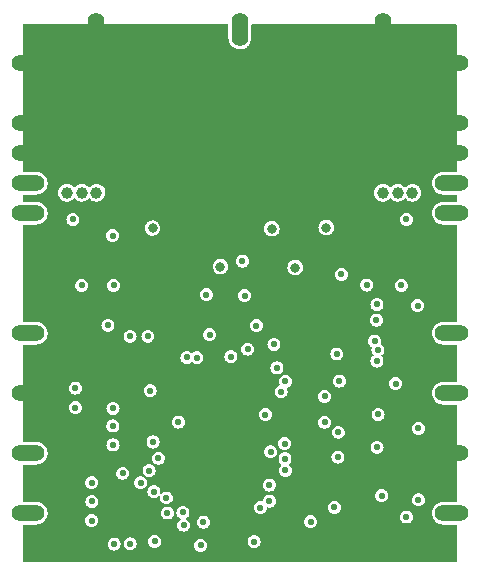
<source format=gbl>
%TF.GenerationSoftware,KiCad,Pcbnew,(6.0.4)*%
%TF.CreationDate,2022-03-25T09:15:47-07:00*%
%TF.ProjectId,LT8490,4c543834-3930-42e6-9b69-6361645f7063,rev?*%
%TF.SameCoordinates,Original*%
%TF.FileFunction,Copper,L6,Bot*%
%TF.FilePolarity,Positive*%
%FSLAX46Y46*%
G04 Gerber Fmt 4.6, Leading zero omitted, Abs format (unit mm)*
G04 Created by KiCad (PCBNEW (6.0.4)) date 2022-03-25 09:15:47*
%MOMM*%
%LPD*%
G01*
G04 APERTURE LIST*
%TA.AperFunction,ComponentPad*%
%ADD10C,1.400000*%
%TD*%
%TA.AperFunction,SMDPad,CuDef*%
%ADD11R,1.400000X1.400000*%
%TD*%
%TA.AperFunction,ViaPad*%
%ADD12C,0.584200*%
%TD*%
%TA.AperFunction,ViaPad*%
%ADD13C,1.000000*%
%TD*%
%TA.AperFunction,ViaPad*%
%ADD14C,0.800000*%
%TD*%
G04 APERTURE END LIST*
D10*
X129250000Y-86910000D03*
X130650000Y-86910000D03*
D11*
X129950000Y-86910000D03*
D10*
X166500000Y-79290000D03*
D11*
X165800000Y-79290000D03*
D10*
X165100000Y-79290000D03*
X165100000Y-117390000D03*
D11*
X165800000Y-117390000D03*
D10*
X166500000Y-117390000D03*
X130650000Y-89450000D03*
X129250000Y-89450000D03*
D11*
X129950000Y-89450000D03*
D10*
X130650000Y-84370000D03*
X129250000Y-84370000D03*
D11*
X129950000Y-84370000D03*
D10*
X166500000Y-89450000D03*
D11*
X165800000Y-89450000D03*
D10*
X165100000Y-89450000D03*
X130650000Y-117390000D03*
X129250000Y-117390000D03*
D11*
X129950000Y-117390000D03*
D10*
X129250000Y-107230000D03*
X130650000Y-107230000D03*
D11*
X129950000Y-107230000D03*
D10*
X135750000Y-75750000D03*
X135750000Y-77150000D03*
D11*
X135750000Y-76450000D03*
D10*
X130650000Y-91990000D03*
D11*
X129950000Y-91990000D03*
D10*
X129250000Y-91990000D03*
X129250000Y-79290000D03*
X130650000Y-79290000D03*
D11*
X129950000Y-79290000D03*
D10*
X166500000Y-91990000D03*
X165100000Y-91990000D03*
D11*
X165800000Y-91990000D03*
X165800000Y-102150000D03*
D10*
X166500000Y-102150000D03*
X165100000Y-102150000D03*
X130650000Y-102150000D03*
X129250000Y-102150000D03*
D11*
X129950000Y-102150000D03*
D10*
X166500000Y-86910000D03*
X165100000Y-86910000D03*
D11*
X165800000Y-86910000D03*
D10*
X147875000Y-77150000D03*
X147875000Y-75750000D03*
D11*
X147875000Y-76450000D03*
D10*
X165099997Y-84370012D03*
D11*
X165799997Y-84370012D03*
D10*
X166499997Y-84370012D03*
X130650000Y-112310000D03*
X129250000Y-112310000D03*
D11*
X129950000Y-112310000D03*
D10*
X160000000Y-75750000D03*
X160000000Y-77150000D03*
D11*
X160000000Y-76450000D03*
D10*
X166500000Y-107230000D03*
X165100000Y-107230000D03*
D11*
X165800000Y-107230000D03*
D10*
X166500000Y-112310000D03*
D11*
X165800000Y-112310000D03*
D10*
X165100000Y-112310000D03*
D12*
X155000000Y-106150000D03*
X155050000Y-111500000D03*
X135450000Y-113200000D03*
X156100000Y-99800000D03*
X156850000Y-102300000D03*
X147200000Y-99950000D03*
X145250000Y-99900000D03*
X150050000Y-99600000D03*
X161562500Y-98100000D03*
X163950000Y-96200000D03*
X131650000Y-96100000D03*
X141600000Y-99150000D03*
X152800000Y-117000000D03*
X148550000Y-103500000D03*
X160400000Y-112800000D03*
X155000000Y-104600000D03*
X145800000Y-109100000D03*
D13*
X159999998Y-87750000D03*
X159999998Y-83750000D03*
D12*
X131875000Y-114791424D03*
D13*
X133249998Y-87750000D03*
D12*
X145800000Y-111800000D03*
D13*
X161250000Y-87750000D03*
D12*
X144000000Y-110900000D03*
X163200000Y-109000000D03*
X144900000Y-110900000D03*
X134890000Y-103540000D03*
D13*
X135750000Y-87750000D03*
D12*
X132800000Y-118200000D03*
X133310000Y-111790000D03*
X144000000Y-106400000D03*
X155000000Y-113800000D03*
X144000000Y-110000000D03*
D13*
X134500000Y-83750000D03*
D12*
X146700000Y-106400000D03*
X144000000Y-112700000D03*
X145800000Y-112700000D03*
X131875000Y-116391424D03*
X135550000Y-109250000D03*
X159200000Y-118100000D03*
X145800000Y-110900000D03*
X131350000Y-99450000D03*
X151150000Y-99600000D03*
X145800000Y-106400000D03*
X159400000Y-110500000D03*
X144900000Y-108200000D03*
X131630000Y-109750000D03*
X146060000Y-121170000D03*
X144900000Y-110000000D03*
X158080000Y-109680000D03*
D13*
X161250000Y-83750000D03*
D12*
X144900000Y-113600000D03*
X144000000Y-113600000D03*
X148030000Y-121160000D03*
D13*
X134500000Y-87750000D03*
D12*
X145800000Y-107300000D03*
X154550000Y-99650000D03*
X144900000Y-107300000D03*
D13*
X133249998Y-83750000D03*
D12*
X163000000Y-115100000D03*
X146700000Y-108200000D03*
D13*
X162500000Y-87750000D03*
D12*
X145800000Y-108200000D03*
X159985537Y-107025537D03*
X159500000Y-113400000D03*
X144000000Y-108200000D03*
X165100000Y-105700000D03*
X137110000Y-107000000D03*
X144000000Y-109100000D03*
X144900000Y-112700000D03*
X144900000Y-111800000D03*
X144900000Y-109100000D03*
X146700000Y-109100000D03*
X145800000Y-113600000D03*
D13*
X162500000Y-83750000D03*
D12*
X144000000Y-107300000D03*
X144000000Y-111800000D03*
X142820000Y-121180000D03*
X145800000Y-110000000D03*
X146700000Y-107300000D03*
X144900000Y-106400000D03*
X159200000Y-114300000D03*
D13*
X135750000Y-83750000D03*
X159999998Y-90250000D03*
X161250000Y-90250000D03*
X162500000Y-90250000D03*
X135750000Y-90250000D03*
X133249998Y-90250000D03*
X134500000Y-90250000D03*
D12*
X136719996Y-101470003D03*
X150780000Y-103080000D03*
X145325000Y-102275000D03*
X151750000Y-113750000D03*
X149100000Y-119800000D03*
X151031453Y-105080553D03*
X135346529Y-118010000D03*
X149300000Y-101500000D03*
X143069824Y-117325935D03*
X142690000Y-109670000D03*
X159460000Y-101030000D03*
X140300000Y-107000000D03*
X156490000Y-97170670D03*
X156100000Y-103900000D03*
X159300000Y-102800000D03*
X143140000Y-118400000D03*
X150390000Y-115000000D03*
X144559567Y-120116600D03*
X162000000Y-117700000D03*
X155900000Y-116900000D03*
X135358576Y-116391424D03*
X151390000Y-107090000D03*
X135350000Y-114800000D03*
X141750000Y-117360000D03*
X141657329Y-116083400D03*
X151716370Y-112766370D03*
X139500000Y-114810000D03*
X156220000Y-110530000D03*
X150494039Y-112186484D03*
X140680000Y-119763400D03*
X150050000Y-109040000D03*
X150400000Y-116360000D03*
X159900000Y-115900000D03*
X144811849Y-118140157D03*
X153880000Y-118110000D03*
X156319854Y-106198813D03*
X151750000Y-106220000D03*
X138600000Y-119980000D03*
X140210000Y-113780000D03*
X163000000Y-110200000D03*
X149627121Y-116907121D03*
X163000000Y-116250000D03*
X140608814Y-115563191D03*
X137250000Y-120000000D03*
X159576201Y-103560498D03*
X159600000Y-109016424D03*
X140100000Y-102400000D03*
D14*
X140500000Y-93250000D03*
D12*
X143400000Y-104200000D03*
D14*
X150600000Y-93300000D03*
D12*
X148100000Y-96037500D03*
X155070000Y-107483400D03*
X137110000Y-93880000D03*
X138600000Y-102400000D03*
D14*
X146250000Y-96500000D03*
D12*
X147130000Y-104140000D03*
D14*
X152580000Y-96590000D03*
D12*
X145056167Y-98891389D03*
D14*
X155200000Y-93200000D03*
D12*
X144247971Y-104209976D03*
X134500000Y-98100000D03*
X137150000Y-111610000D03*
X137200005Y-98100007D03*
X133969100Y-106795000D03*
X137140000Y-110000000D03*
X158637500Y-98071064D03*
X137150000Y-108500000D03*
X133969100Y-108445000D03*
X140542879Y-111357121D03*
X159509100Y-111799643D03*
X137975000Y-114000000D03*
X140990000Y-112730000D03*
X133750000Y-92500000D03*
X162000000Y-92500000D03*
X161080000Y-106420000D03*
X162943400Y-99820000D03*
X159500000Y-99700000D03*
X159500000Y-104500000D03*
X155060000Y-109680000D03*
X148300000Y-98962500D03*
X151680000Y-111490000D03*
X156189600Y-112638394D03*
%TA.AperFunction,Conductor*%
G36*
X146902194Y-76022806D02*
G01*
X146920500Y-76067000D01*
X146920501Y-77092770D01*
X146920111Y-77099737D01*
X146915975Y-77136609D01*
X146931639Y-77323139D01*
X146983235Y-77503075D01*
X147068797Y-77669562D01*
X147185068Y-77816259D01*
X147187392Y-77818237D01*
X147187394Y-77818239D01*
X147218328Y-77844566D01*
X147327618Y-77937579D01*
X147491018Y-78028900D01*
X147493922Y-78029844D01*
X147493923Y-78029844D01*
X147666130Y-78085798D01*
X147666135Y-78085799D01*
X147669043Y-78086744D01*
X147854914Y-78108908D01*
X147857956Y-78108674D01*
X147857959Y-78108674D01*
X148038498Y-78094782D01*
X148038500Y-78094782D01*
X148041549Y-78094547D01*
X148221841Y-78044209D01*
X148224564Y-78042834D01*
X148224568Y-78042832D01*
X148386201Y-77961184D01*
X148388921Y-77959810D01*
X148391319Y-77957937D01*
X148391323Y-77957934D01*
X148468272Y-77897814D01*
X148536427Y-77844566D01*
X148562928Y-77813865D01*
X148584390Y-77789000D01*
X148658738Y-77702867D01*
X148751198Y-77540108D01*
X148810283Y-77362491D01*
X148814884Y-77326075D01*
X148833524Y-77178522D01*
X148833524Y-77178521D01*
X148833744Y-77176780D01*
X148834118Y-77150000D01*
X148833949Y-77148280D01*
X148833949Y-77148271D01*
X148829798Y-77105940D01*
X148829500Y-77099841D01*
X148829499Y-76067000D01*
X148847805Y-76022806D01*
X148891999Y-76004500D01*
X166183000Y-76004500D01*
X166227194Y-76022806D01*
X166245500Y-76067000D01*
X166245500Y-88433000D01*
X166227194Y-88477194D01*
X166183000Y-88495500D01*
X165205010Y-88495501D01*
X165153701Y-88495501D01*
X165147168Y-88495159D01*
X165106696Y-88490905D01*
X165103663Y-88491181D01*
X165103660Y-88491181D01*
X165033982Y-88497523D01*
X164920279Y-88507871D01*
X164740708Y-88560721D01*
X164574822Y-88647444D01*
X164428940Y-88764736D01*
X164308619Y-88908130D01*
X164218441Y-89072163D01*
X164161841Y-89250588D01*
X164161500Y-89253626D01*
X164161500Y-89253627D01*
X164160029Y-89266746D01*
X164140975Y-89436609D01*
X164144201Y-89475027D01*
X164151742Y-89564819D01*
X164156639Y-89623139D01*
X164208235Y-89803075D01*
X164293797Y-89969562D01*
X164410068Y-90116259D01*
X164412392Y-90118237D01*
X164412394Y-90118239D01*
X164443328Y-90144566D01*
X164552618Y-90237579D01*
X164716018Y-90328900D01*
X164718922Y-90329844D01*
X164718923Y-90329844D01*
X164891130Y-90385798D01*
X164891135Y-90385799D01*
X164894043Y-90386744D01*
X165079914Y-90408908D01*
X165082956Y-90408674D01*
X165082959Y-90408674D01*
X165134810Y-90404684D01*
X165139605Y-90404500D01*
X165178252Y-90404500D01*
X166183000Y-90404499D01*
X166227194Y-90422805D01*
X166245500Y-90466999D01*
X166245500Y-90973000D01*
X166227194Y-91017194D01*
X166183000Y-91035500D01*
X165205010Y-91035501D01*
X165153701Y-91035501D01*
X165147168Y-91035159D01*
X165106696Y-91030905D01*
X165103663Y-91031181D01*
X165103660Y-91031181D01*
X165033982Y-91037523D01*
X164920279Y-91047871D01*
X164740708Y-91100721D01*
X164574822Y-91187444D01*
X164428940Y-91304736D01*
X164308619Y-91448130D01*
X164218441Y-91612163D01*
X164161841Y-91790588D01*
X164161500Y-91793626D01*
X164161500Y-91793627D01*
X164160029Y-91806746D01*
X164140975Y-91976609D01*
X164144201Y-92015027D01*
X164152463Y-92113406D01*
X164156639Y-92163139D01*
X164208235Y-92343075D01*
X164293797Y-92509562D01*
X164410068Y-92656259D01*
X164412392Y-92658237D01*
X164412394Y-92658239D01*
X164534220Y-92761921D01*
X164552618Y-92777579D01*
X164716018Y-92868900D01*
X164718922Y-92869844D01*
X164718923Y-92869844D01*
X164891130Y-92925798D01*
X164891135Y-92925799D01*
X164894043Y-92926744D01*
X165079914Y-92948908D01*
X165082956Y-92948674D01*
X165082959Y-92948674D01*
X165134810Y-92944684D01*
X165139605Y-92944500D01*
X165178252Y-92944500D01*
X166183000Y-92944499D01*
X166227194Y-92962805D01*
X166245500Y-93006999D01*
X166245500Y-101133000D01*
X166227194Y-101177194D01*
X166183000Y-101195500D01*
X165205010Y-101195501D01*
X165153701Y-101195501D01*
X165147168Y-101195159D01*
X165106696Y-101190905D01*
X165103663Y-101191181D01*
X165103660Y-101191181D01*
X165033982Y-101197523D01*
X164920279Y-101207871D01*
X164740708Y-101260721D01*
X164574822Y-101347444D01*
X164428940Y-101464736D01*
X164308619Y-101608130D01*
X164291853Y-101638628D01*
X164233011Y-101745661D01*
X164218441Y-101772163D01*
X164161841Y-101950588D01*
X164161500Y-101953626D01*
X164161500Y-101953627D01*
X164160029Y-101966746D01*
X164140975Y-102136609D01*
X164144201Y-102175027D01*
X164152938Y-102279064D01*
X164156639Y-102323139D01*
X164208235Y-102503075D01*
X164293797Y-102669562D01*
X164410068Y-102816259D01*
X164412392Y-102818237D01*
X164412394Y-102818239D01*
X164550289Y-102935597D01*
X164552618Y-102937579D01*
X164716018Y-103028900D01*
X164718922Y-103029844D01*
X164718923Y-103029844D01*
X164891130Y-103085798D01*
X164891135Y-103085799D01*
X164894043Y-103086744D01*
X165079914Y-103108908D01*
X165082956Y-103108674D01*
X165082959Y-103108674D01*
X165134810Y-103104684D01*
X165139605Y-103104500D01*
X165178252Y-103104500D01*
X166183000Y-103104499D01*
X166227194Y-103122805D01*
X166245500Y-103166999D01*
X166245500Y-106213000D01*
X166227194Y-106257194D01*
X166183000Y-106275500D01*
X165205010Y-106275501D01*
X165153701Y-106275501D01*
X165147168Y-106275159D01*
X165106696Y-106270905D01*
X165103663Y-106271181D01*
X165103660Y-106271181D01*
X165036331Y-106277309D01*
X164920279Y-106287871D01*
X164740708Y-106340721D01*
X164574822Y-106427444D01*
X164428940Y-106544736D01*
X164308619Y-106688130D01*
X164218441Y-106852163D01*
X164161841Y-107030588D01*
X164161500Y-107033626D01*
X164161500Y-107033627D01*
X164141970Y-107207742D01*
X164140975Y-107216609D01*
X164142643Y-107236475D01*
X164155250Y-107386594D01*
X164156639Y-107403139D01*
X164208235Y-107583075D01*
X164293797Y-107749562D01*
X164410068Y-107896259D01*
X164412392Y-107898237D01*
X164412394Y-107898239D01*
X164493739Y-107967469D01*
X164552618Y-108017579D01*
X164716018Y-108108900D01*
X164718922Y-108109844D01*
X164718923Y-108109844D01*
X164891130Y-108165798D01*
X164891135Y-108165799D01*
X164894043Y-108166744D01*
X165079914Y-108188908D01*
X165082956Y-108188674D01*
X165082959Y-108188674D01*
X165134810Y-108184684D01*
X165139605Y-108184500D01*
X165178252Y-108184500D01*
X166183000Y-108184499D01*
X166227194Y-108202805D01*
X166245500Y-108246999D01*
X166245500Y-116373000D01*
X166227194Y-116417194D01*
X166183000Y-116435500D01*
X165205010Y-116435501D01*
X165153701Y-116435501D01*
X165147168Y-116435159D01*
X165106696Y-116430905D01*
X165103663Y-116431181D01*
X165103660Y-116431181D01*
X165033982Y-116437523D01*
X164920279Y-116447871D01*
X164740708Y-116500721D01*
X164574822Y-116587444D01*
X164428940Y-116704736D01*
X164308619Y-116848130D01*
X164218441Y-117012163D01*
X164161841Y-117190588D01*
X164161500Y-117193626D01*
X164161500Y-117193627D01*
X164148065Y-117313405D01*
X164140975Y-117376609D01*
X164144201Y-117415027D01*
X164156310Y-117559218D01*
X164156639Y-117563139D01*
X164208235Y-117743075D01*
X164240038Y-117804957D01*
X164290590Y-117903321D01*
X164293797Y-117909562D01*
X164410068Y-118056259D01*
X164412392Y-118058237D01*
X164412394Y-118058239D01*
X164518601Y-118148628D01*
X164552618Y-118177579D01*
X164716018Y-118268900D01*
X164718922Y-118269844D01*
X164718923Y-118269844D01*
X164891130Y-118325798D01*
X164891135Y-118325799D01*
X164894043Y-118326744D01*
X165079914Y-118348908D01*
X165082956Y-118348674D01*
X165082959Y-118348674D01*
X165134810Y-118344684D01*
X165139605Y-118344500D01*
X165178252Y-118344500D01*
X166183000Y-118344499D01*
X166227194Y-118362805D01*
X166245500Y-118406999D01*
X166245500Y-121433000D01*
X166227194Y-121477194D01*
X166183000Y-121495500D01*
X129567000Y-121495500D01*
X129522806Y-121477194D01*
X129504500Y-121433000D01*
X129504500Y-120000000D01*
X136698683Y-120000000D01*
X136717469Y-120142691D01*
X136719035Y-120146473D01*
X136719036Y-120146475D01*
X136757096Y-120238360D01*
X136772545Y-120275658D01*
X136786899Y-120294364D01*
X136846726Y-120372332D01*
X136860160Y-120389840D01*
X136974341Y-120477455D01*
X136978121Y-120479021D01*
X136978125Y-120479023D01*
X137103525Y-120530964D01*
X137103527Y-120530965D01*
X137107309Y-120532531D01*
X137111371Y-120533066D01*
X137111372Y-120533066D01*
X137245936Y-120550782D01*
X137250000Y-120551317D01*
X137254064Y-120550782D01*
X137388628Y-120533066D01*
X137388629Y-120533066D01*
X137392691Y-120532531D01*
X137396473Y-120530965D01*
X137396475Y-120530964D01*
X137521875Y-120479023D01*
X137521879Y-120479021D01*
X137525659Y-120477455D01*
X137639840Y-120389840D01*
X137653275Y-120372332D01*
X137713101Y-120294364D01*
X137727455Y-120275658D01*
X137742904Y-120238360D01*
X137780964Y-120146475D01*
X137780965Y-120146473D01*
X137782531Y-120142691D01*
X137801317Y-120000000D01*
X137798684Y-119980000D01*
X138048683Y-119980000D01*
X138067469Y-120122691D01*
X138069035Y-120126473D01*
X138069036Y-120126475D01*
X138096315Y-120192332D01*
X138122545Y-120255658D01*
X138210160Y-120369840D01*
X138324341Y-120457455D01*
X138328121Y-120459021D01*
X138328125Y-120459023D01*
X138453525Y-120510964D01*
X138453527Y-120510965D01*
X138457309Y-120512531D01*
X138461371Y-120513066D01*
X138461372Y-120513066D01*
X138595936Y-120530782D01*
X138600000Y-120531317D01*
X138604064Y-120530782D01*
X138738628Y-120513066D01*
X138738629Y-120513066D01*
X138742691Y-120512531D01*
X138746473Y-120510965D01*
X138746475Y-120510964D01*
X138871875Y-120459023D01*
X138871879Y-120459021D01*
X138875659Y-120457455D01*
X138989840Y-120369840D01*
X139077455Y-120255658D01*
X139103685Y-120192332D01*
X139130964Y-120126475D01*
X139130965Y-120126473D01*
X139132531Y-120122691D01*
X139151317Y-119980000D01*
X139132531Y-119837309D01*
X139117078Y-119800000D01*
X139101918Y-119763400D01*
X140128683Y-119763400D01*
X140129218Y-119767464D01*
X140141582Y-119861372D01*
X140147469Y-119906091D01*
X140149035Y-119909873D01*
X140149036Y-119909875D01*
X140186367Y-120000000D01*
X140202545Y-120039058D01*
X140290160Y-120153240D01*
X140404341Y-120240855D01*
X140408121Y-120242421D01*
X140408125Y-120242423D01*
X140533525Y-120294364D01*
X140533527Y-120294365D01*
X140537309Y-120295931D01*
X140541371Y-120296466D01*
X140541372Y-120296466D01*
X140675936Y-120314182D01*
X140680000Y-120314717D01*
X140684064Y-120314182D01*
X140818628Y-120296466D01*
X140818629Y-120296466D01*
X140822691Y-120295931D01*
X140826473Y-120294365D01*
X140826475Y-120294364D01*
X140951875Y-120242423D01*
X140951879Y-120242421D01*
X140955659Y-120240855D01*
X141069840Y-120153240D01*
X141097955Y-120116600D01*
X144008250Y-120116600D01*
X144008785Y-120120664D01*
X144018221Y-120192332D01*
X144027036Y-120259291D01*
X144028602Y-120263073D01*
X144028603Y-120263075D01*
X144057594Y-120333066D01*
X144082112Y-120392258D01*
X144133343Y-120459023D01*
X144145572Y-120474960D01*
X144169727Y-120506440D01*
X144283908Y-120594055D01*
X144287688Y-120595621D01*
X144287692Y-120595623D01*
X144413092Y-120647564D01*
X144413094Y-120647565D01*
X144416876Y-120649131D01*
X144420938Y-120649666D01*
X144420939Y-120649666D01*
X144555503Y-120667382D01*
X144559567Y-120667917D01*
X144563631Y-120667382D01*
X144698195Y-120649666D01*
X144698196Y-120649666D01*
X144702258Y-120649131D01*
X144706040Y-120647565D01*
X144706042Y-120647564D01*
X144831442Y-120595623D01*
X144831446Y-120595621D01*
X144835226Y-120594055D01*
X144949407Y-120506440D01*
X144973563Y-120474960D01*
X144985791Y-120459023D01*
X145037022Y-120392258D01*
X145061540Y-120333066D01*
X145090531Y-120263075D01*
X145090532Y-120263073D01*
X145092098Y-120259291D01*
X145100914Y-120192332D01*
X145110349Y-120120664D01*
X145110884Y-120116600D01*
X145092098Y-119973909D01*
X145079168Y-119942691D01*
X145038587Y-119844720D01*
X145038587Y-119844719D01*
X145037022Y-119840942D01*
X145005606Y-119800000D01*
X148548683Y-119800000D01*
X148549218Y-119804064D01*
X148562116Y-119902028D01*
X148567469Y-119942691D01*
X148569035Y-119946473D01*
X148569036Y-119946475D01*
X148591207Y-120000000D01*
X148622545Y-120075658D01*
X148710160Y-120189840D01*
X148824341Y-120277455D01*
X148828121Y-120279021D01*
X148828125Y-120279023D01*
X148953525Y-120330964D01*
X148953527Y-120330965D01*
X148957309Y-120332531D01*
X148961371Y-120333066D01*
X148961372Y-120333066D01*
X149095936Y-120350782D01*
X149100000Y-120351317D01*
X149104064Y-120350782D01*
X149238628Y-120333066D01*
X149238629Y-120333066D01*
X149242691Y-120332531D01*
X149246473Y-120330965D01*
X149246475Y-120330964D01*
X149371875Y-120279023D01*
X149371879Y-120279021D01*
X149375659Y-120277455D01*
X149489840Y-120189840D01*
X149577455Y-120075658D01*
X149608793Y-120000000D01*
X149630964Y-119946475D01*
X149630965Y-119946473D01*
X149632531Y-119942691D01*
X149637885Y-119902028D01*
X149650782Y-119804064D01*
X149651317Y-119800000D01*
X149650782Y-119795936D01*
X149633066Y-119661372D01*
X149633066Y-119661371D01*
X149632531Y-119657309D01*
X149626039Y-119641634D01*
X149579020Y-119528120D01*
X149579020Y-119528119D01*
X149577455Y-119524342D01*
X149489840Y-119410160D01*
X149375659Y-119322545D01*
X149371879Y-119320979D01*
X149371875Y-119320977D01*
X149246475Y-119269036D01*
X149246473Y-119269035D01*
X149242691Y-119267469D01*
X149238629Y-119266934D01*
X149238628Y-119266934D01*
X149104064Y-119249218D01*
X149100000Y-119248683D01*
X149095936Y-119249218D01*
X148961372Y-119266934D01*
X148961371Y-119266934D01*
X148957309Y-119267469D01*
X148953527Y-119269035D01*
X148953525Y-119269036D01*
X148828120Y-119320980D01*
X148824342Y-119322545D01*
X148710160Y-119410160D01*
X148622545Y-119524342D01*
X148620980Y-119528119D01*
X148620980Y-119528120D01*
X148573962Y-119641634D01*
X148567469Y-119657309D01*
X148566934Y-119661371D01*
X148566934Y-119661372D01*
X148549218Y-119795936D01*
X148548683Y-119800000D01*
X145005606Y-119800000D01*
X144949407Y-119726760D01*
X144835226Y-119639145D01*
X144831446Y-119637579D01*
X144831442Y-119637577D01*
X144706042Y-119585636D01*
X144706040Y-119585635D01*
X144702258Y-119584069D01*
X144698196Y-119583534D01*
X144698195Y-119583534D01*
X144563631Y-119565818D01*
X144559567Y-119565283D01*
X144555503Y-119565818D01*
X144420939Y-119583534D01*
X144420938Y-119583534D01*
X144416876Y-119584069D01*
X144413094Y-119585635D01*
X144413092Y-119585636D01*
X144287687Y-119637580D01*
X144283909Y-119639145D01*
X144169727Y-119726760D01*
X144082112Y-119840942D01*
X144080547Y-119844719D01*
X144080547Y-119844720D01*
X144039967Y-119942691D01*
X144027036Y-119973909D01*
X144008250Y-120116600D01*
X141097955Y-120116600D01*
X141157455Y-120039058D01*
X141173633Y-120000000D01*
X141210964Y-119909875D01*
X141210965Y-119909873D01*
X141212531Y-119906091D01*
X141218419Y-119861372D01*
X141230782Y-119767464D01*
X141231317Y-119763400D01*
X141223115Y-119701099D01*
X141213066Y-119624772D01*
X141213066Y-119624771D01*
X141212531Y-119620709D01*
X141207130Y-119607668D01*
X141159020Y-119491520D01*
X141159020Y-119491519D01*
X141157455Y-119487742D01*
X141069840Y-119373560D01*
X140955659Y-119285945D01*
X140951879Y-119284379D01*
X140951875Y-119284377D01*
X140826475Y-119232436D01*
X140826473Y-119232435D01*
X140822691Y-119230869D01*
X140818629Y-119230334D01*
X140818628Y-119230334D01*
X140684064Y-119212618D01*
X140680000Y-119212083D01*
X140675936Y-119212618D01*
X140541372Y-119230334D01*
X140541371Y-119230334D01*
X140537309Y-119230869D01*
X140533527Y-119232435D01*
X140533525Y-119232436D01*
X140408120Y-119284380D01*
X140404342Y-119285945D01*
X140290160Y-119373560D01*
X140202545Y-119487742D01*
X140200980Y-119491519D01*
X140200980Y-119491520D01*
X140152871Y-119607668D01*
X140147469Y-119620709D01*
X140146934Y-119624771D01*
X140146934Y-119624772D01*
X140136885Y-119701099D01*
X140128683Y-119763400D01*
X139101918Y-119763400D01*
X139079020Y-119708120D01*
X139079020Y-119708119D01*
X139077455Y-119704342D01*
X139003276Y-119607670D01*
X138992331Y-119593406D01*
X138992330Y-119593405D01*
X138989840Y-119590160D01*
X138875659Y-119502545D01*
X138871879Y-119500979D01*
X138871875Y-119500977D01*
X138746475Y-119449036D01*
X138746473Y-119449035D01*
X138742691Y-119447469D01*
X138738629Y-119446934D01*
X138738628Y-119446934D01*
X138604064Y-119429218D01*
X138600000Y-119428683D01*
X138595936Y-119429218D01*
X138461372Y-119446934D01*
X138461371Y-119446934D01*
X138457309Y-119447469D01*
X138453527Y-119449035D01*
X138453525Y-119449036D01*
X138328120Y-119500980D01*
X138324342Y-119502545D01*
X138210160Y-119590160D01*
X138122545Y-119704342D01*
X138120980Y-119708119D01*
X138120980Y-119708120D01*
X138082923Y-119800000D01*
X138067469Y-119837309D01*
X138048683Y-119980000D01*
X137798684Y-119980000D01*
X137788953Y-119906091D01*
X137783066Y-119861372D01*
X137783066Y-119861371D01*
X137782531Y-119857309D01*
X137774409Y-119837699D01*
X137729020Y-119728120D01*
X137729020Y-119728119D01*
X137727455Y-119724342D01*
X137668267Y-119647207D01*
X137642331Y-119613406D01*
X137642330Y-119613405D01*
X137639840Y-119610160D01*
X137525659Y-119522545D01*
X137521879Y-119520979D01*
X137521875Y-119520977D01*
X137396475Y-119469036D01*
X137396473Y-119469035D01*
X137392691Y-119467469D01*
X137388629Y-119466934D01*
X137388628Y-119466934D01*
X137254064Y-119449218D01*
X137250000Y-119448683D01*
X137245936Y-119449218D01*
X137111372Y-119466934D01*
X137111371Y-119466934D01*
X137107309Y-119467469D01*
X137103527Y-119469035D01*
X137103525Y-119469036D01*
X136978120Y-119520980D01*
X136974342Y-119522545D01*
X136860160Y-119610160D01*
X136772545Y-119724342D01*
X136770980Y-119728119D01*
X136770980Y-119728120D01*
X136725592Y-119837699D01*
X136717469Y-119857309D01*
X136716934Y-119861371D01*
X136716934Y-119861372D01*
X136711047Y-119906091D01*
X136698683Y-120000000D01*
X129504500Y-120000000D01*
X129504500Y-118407000D01*
X129522806Y-118362806D01*
X129567000Y-118344500D01*
X130531951Y-118344499D01*
X130589230Y-118344499D01*
X130596630Y-118344939D01*
X130629914Y-118348908D01*
X130632956Y-118348674D01*
X130632959Y-118348674D01*
X130813498Y-118334782D01*
X130813500Y-118334782D01*
X130816549Y-118334547D01*
X130996841Y-118284209D01*
X130999564Y-118282834D01*
X130999568Y-118282832D01*
X131161201Y-118201184D01*
X131163921Y-118199810D01*
X131166319Y-118197937D01*
X131166323Y-118197934D01*
X131273671Y-118114064D01*
X131311427Y-118084566D01*
X131337928Y-118053865D01*
X131359390Y-118029000D01*
X131375790Y-118010000D01*
X134795212Y-118010000D01*
X134795747Y-118014064D01*
X134808913Y-118114064D01*
X134813998Y-118152691D01*
X134815564Y-118156473D01*
X134815565Y-118156475D01*
X134862133Y-118268900D01*
X134869074Y-118285658D01*
X134956689Y-118399840D01*
X135070870Y-118487455D01*
X135074650Y-118489021D01*
X135074654Y-118489023D01*
X135200054Y-118540964D01*
X135200056Y-118540965D01*
X135203838Y-118542531D01*
X135207900Y-118543066D01*
X135207901Y-118543066D01*
X135342465Y-118560782D01*
X135346529Y-118561317D01*
X135350593Y-118560782D01*
X135485157Y-118543066D01*
X135485158Y-118543066D01*
X135489220Y-118542531D01*
X135493002Y-118540965D01*
X135493004Y-118540964D01*
X135618404Y-118489023D01*
X135618408Y-118489021D01*
X135622188Y-118487455D01*
X135736369Y-118399840D01*
X135823984Y-118285658D01*
X135830925Y-118268900D01*
X135877493Y-118156475D01*
X135877494Y-118156473D01*
X135879060Y-118152691D01*
X135884146Y-118114064D01*
X135897311Y-118014064D01*
X135897846Y-118010000D01*
X135884854Y-117911317D01*
X135879595Y-117871372D01*
X135879595Y-117871371D01*
X135879060Y-117867309D01*
X135875398Y-117858466D01*
X135825549Y-117738120D01*
X135825549Y-117738119D01*
X135823984Y-117734342D01*
X135764796Y-117657207D01*
X135738860Y-117623406D01*
X135738859Y-117623405D01*
X135736369Y-117620160D01*
X135622188Y-117532545D01*
X135618408Y-117530979D01*
X135618404Y-117530977D01*
X135493004Y-117479036D01*
X135493002Y-117479035D01*
X135489220Y-117477469D01*
X135485158Y-117476934D01*
X135485157Y-117476934D01*
X135350593Y-117459218D01*
X135346529Y-117458683D01*
X135342465Y-117459218D01*
X135207901Y-117476934D01*
X135207900Y-117476934D01*
X135203838Y-117477469D01*
X135200056Y-117479035D01*
X135200054Y-117479036D01*
X135074649Y-117530980D01*
X135070871Y-117532545D01*
X134956689Y-117620160D01*
X134869074Y-117734342D01*
X134867509Y-117738119D01*
X134867509Y-117738120D01*
X134817661Y-117858466D01*
X134813998Y-117867309D01*
X134813463Y-117871371D01*
X134813463Y-117871372D01*
X134808204Y-117911317D01*
X134795212Y-118010000D01*
X131375790Y-118010000D01*
X131433738Y-117942867D01*
X131512972Y-117803390D01*
X131524686Y-117782770D01*
X131524687Y-117782768D01*
X131526198Y-117780108D01*
X131585283Y-117602491D01*
X131589884Y-117566075D01*
X131608524Y-117418522D01*
X131608524Y-117418521D01*
X131608744Y-117416780D01*
X131609118Y-117390000D01*
X131608587Y-117384576D01*
X131606177Y-117360000D01*
X141198683Y-117360000D01*
X141199218Y-117364064D01*
X141211746Y-117459218D01*
X141217469Y-117502691D01*
X141219035Y-117506473D01*
X141219036Y-117506475D01*
X141267470Y-117623405D01*
X141272545Y-117635658D01*
X141295211Y-117665197D01*
X141357052Y-117745789D01*
X141360160Y-117749840D01*
X141474341Y-117837455D01*
X141478121Y-117839021D01*
X141478125Y-117839023D01*
X141603525Y-117890964D01*
X141603527Y-117890965D01*
X141607309Y-117892531D01*
X141611371Y-117893066D01*
X141611372Y-117893066D01*
X141745936Y-117910782D01*
X141750000Y-117911317D01*
X141754064Y-117910782D01*
X141888628Y-117893066D01*
X141888629Y-117893066D01*
X141892691Y-117892531D01*
X141896473Y-117890965D01*
X141896475Y-117890964D01*
X142021875Y-117839023D01*
X142021879Y-117839021D01*
X142025659Y-117837455D01*
X142139840Y-117749840D01*
X142142949Y-117745789D01*
X142204789Y-117665197D01*
X142227455Y-117635658D01*
X142232530Y-117623405D01*
X142280964Y-117506475D01*
X142280965Y-117506473D01*
X142282531Y-117502691D01*
X142288255Y-117459218D01*
X142300782Y-117364064D01*
X142301317Y-117360000D01*
X142296832Y-117325935D01*
X142518507Y-117325935D01*
X142519042Y-117329999D01*
X142530697Y-117418522D01*
X142537293Y-117468626D01*
X142538859Y-117472408D01*
X142538860Y-117472410D01*
X142587308Y-117589375D01*
X142592369Y-117601593D01*
X142679984Y-117715775D01*
X142794165Y-117803390D01*
X142840574Y-117822613D01*
X142874398Y-117856436D01*
X142874399Y-117904272D01*
X142854704Y-117929939D01*
X142753409Y-118007666D01*
X142753405Y-118007670D01*
X142750160Y-118010160D01*
X142662545Y-118124342D01*
X142660980Y-118128119D01*
X142660980Y-118128120D01*
X142609382Y-118252691D01*
X142607469Y-118257309D01*
X142606934Y-118261371D01*
X142606934Y-118261372D01*
X142593580Y-118362805D01*
X142588683Y-118400000D01*
X142589218Y-118404064D01*
X142602156Y-118502332D01*
X142607469Y-118542691D01*
X142609035Y-118546473D01*
X142609036Y-118546475D01*
X142649045Y-118643066D01*
X142662545Y-118675658D01*
X142750160Y-118789840D01*
X142864341Y-118877455D01*
X142868121Y-118879021D01*
X142868125Y-118879023D01*
X142993525Y-118930964D01*
X142993527Y-118930965D01*
X142997309Y-118932531D01*
X143001371Y-118933066D01*
X143001372Y-118933066D01*
X143135936Y-118950782D01*
X143140000Y-118951317D01*
X143144064Y-118950782D01*
X143278628Y-118933066D01*
X143278629Y-118933066D01*
X143282691Y-118932531D01*
X143286473Y-118930965D01*
X143286475Y-118930964D01*
X143411875Y-118879023D01*
X143411879Y-118879021D01*
X143415659Y-118877455D01*
X143529840Y-118789840D01*
X143617455Y-118675658D01*
X143630955Y-118643066D01*
X143670964Y-118546475D01*
X143670965Y-118546473D01*
X143672531Y-118542691D01*
X143677845Y-118502332D01*
X143690782Y-118404064D01*
X143691317Y-118400000D01*
X143686420Y-118362805D01*
X143673066Y-118261372D01*
X143673066Y-118261371D01*
X143672531Y-118257309D01*
X143670619Y-118252691D01*
X143624006Y-118140157D01*
X144260532Y-118140157D01*
X144261067Y-118144221D01*
X144277286Y-118267410D01*
X144279318Y-118282848D01*
X144280884Y-118286630D01*
X144280885Y-118286632D01*
X144327777Y-118399840D01*
X144334394Y-118415815D01*
X144422009Y-118529997D01*
X144536190Y-118617612D01*
X144539970Y-118619178D01*
X144539974Y-118619180D01*
X144665374Y-118671121D01*
X144665376Y-118671122D01*
X144669158Y-118672688D01*
X144673220Y-118673223D01*
X144673221Y-118673223D01*
X144807785Y-118690939D01*
X144811849Y-118691474D01*
X144815913Y-118690939D01*
X144950477Y-118673223D01*
X144950478Y-118673223D01*
X144954540Y-118672688D01*
X144958322Y-118671122D01*
X144958324Y-118671121D01*
X145083724Y-118619180D01*
X145083728Y-118619178D01*
X145087508Y-118617612D01*
X145201689Y-118529997D01*
X145289304Y-118415815D01*
X145295921Y-118399840D01*
X145342813Y-118286632D01*
X145342814Y-118286630D01*
X145344380Y-118282848D01*
X145346413Y-118267410D01*
X145362631Y-118144221D01*
X145363166Y-118140157D01*
X145359196Y-118110000D01*
X153328683Y-118110000D01*
X153329218Y-118114064D01*
X153344609Y-118230964D01*
X153347469Y-118252691D01*
X153349035Y-118256473D01*
X153349036Y-118256475D01*
X153400980Y-118381880D01*
X153402545Y-118385658D01*
X153428174Y-118419058D01*
X153480657Y-118487455D01*
X153490160Y-118499840D01*
X153604341Y-118587455D01*
X153608121Y-118589021D01*
X153608125Y-118589023D01*
X153733525Y-118640964D01*
X153733527Y-118640965D01*
X153737309Y-118642531D01*
X153741371Y-118643066D01*
X153741372Y-118643066D01*
X153875936Y-118660782D01*
X153880000Y-118661317D01*
X153884064Y-118660782D01*
X154018628Y-118643066D01*
X154018629Y-118643066D01*
X154022691Y-118642531D01*
X154026473Y-118640965D01*
X154026475Y-118640964D01*
X154151875Y-118589023D01*
X154151879Y-118589021D01*
X154155659Y-118587455D01*
X154269840Y-118499840D01*
X154279344Y-118487455D01*
X154331826Y-118419058D01*
X154357455Y-118385658D01*
X154359020Y-118381880D01*
X154410964Y-118256475D01*
X154410965Y-118256473D01*
X154412531Y-118252691D01*
X154415392Y-118230964D01*
X154430782Y-118114064D01*
X154431317Y-118110000D01*
X154428663Y-118089840D01*
X154413066Y-117971372D01*
X154413066Y-117971371D01*
X154412531Y-117967309D01*
X154401305Y-117940205D01*
X154359020Y-117838120D01*
X154359020Y-117838119D01*
X154357455Y-117834342D01*
X154295470Y-117753562D01*
X154272331Y-117723406D01*
X154272330Y-117723405D01*
X154269840Y-117720160D01*
X154243567Y-117700000D01*
X161448683Y-117700000D01*
X161449218Y-117704064D01*
X161458848Y-117777206D01*
X161467469Y-117842691D01*
X161469035Y-117846473D01*
X161469036Y-117846475D01*
X161517519Y-117963525D01*
X161522545Y-117975658D01*
X161551510Y-118013406D01*
X161607556Y-118086446D01*
X161610160Y-118089840D01*
X161724341Y-118177455D01*
X161728121Y-118179021D01*
X161728125Y-118179023D01*
X161853525Y-118230964D01*
X161853527Y-118230965D01*
X161857309Y-118232531D01*
X161861371Y-118233066D01*
X161861372Y-118233066D01*
X161995936Y-118250782D01*
X162000000Y-118251317D01*
X162004064Y-118250782D01*
X162138628Y-118233066D01*
X162138629Y-118233066D01*
X162142691Y-118232531D01*
X162146473Y-118230965D01*
X162146475Y-118230964D01*
X162271875Y-118179023D01*
X162271879Y-118179021D01*
X162275659Y-118177455D01*
X162389840Y-118089840D01*
X162392445Y-118086446D01*
X162448490Y-118013406D01*
X162477455Y-117975658D01*
X162482481Y-117963525D01*
X162530964Y-117846475D01*
X162530965Y-117846473D01*
X162532531Y-117842691D01*
X162541153Y-117777206D01*
X162550782Y-117704064D01*
X162551317Y-117700000D01*
X162546407Y-117662702D01*
X162533066Y-117561372D01*
X162533066Y-117561371D01*
X162532531Y-117557309D01*
X162521626Y-117530980D01*
X162479020Y-117428120D01*
X162479020Y-117428119D01*
X162477455Y-117424342D01*
X162389840Y-117310160D01*
X162275659Y-117222545D01*
X162271879Y-117220979D01*
X162271875Y-117220977D01*
X162146475Y-117169036D01*
X162146473Y-117169035D01*
X162142691Y-117167469D01*
X162138629Y-117166934D01*
X162138628Y-117166934D01*
X162004064Y-117149218D01*
X162000000Y-117148683D01*
X161995936Y-117149218D01*
X161861372Y-117166934D01*
X161861371Y-117166934D01*
X161857309Y-117167469D01*
X161853527Y-117169035D01*
X161853525Y-117169036D01*
X161728120Y-117220980D01*
X161724342Y-117222545D01*
X161610160Y-117310160D01*
X161522545Y-117424342D01*
X161520980Y-117428119D01*
X161520980Y-117428120D01*
X161478375Y-117530980D01*
X161467469Y-117557309D01*
X161466934Y-117561371D01*
X161466934Y-117561372D01*
X161453593Y-117662702D01*
X161448683Y-117700000D01*
X154243567Y-117700000D01*
X154155659Y-117632545D01*
X154151879Y-117630979D01*
X154151875Y-117630977D01*
X154026475Y-117579036D01*
X154026473Y-117579035D01*
X154022691Y-117577469D01*
X154018629Y-117576934D01*
X154018628Y-117576934D01*
X153884064Y-117559218D01*
X153880000Y-117558683D01*
X153875936Y-117559218D01*
X153741372Y-117576934D01*
X153741371Y-117576934D01*
X153737309Y-117577469D01*
X153733527Y-117579035D01*
X153733525Y-117579036D01*
X153608120Y-117630980D01*
X153604342Y-117632545D01*
X153490160Y-117720160D01*
X153402545Y-117834342D01*
X153400980Y-117838119D01*
X153400980Y-117838120D01*
X153358696Y-117940205D01*
X153347469Y-117967309D01*
X153346934Y-117971371D01*
X153346934Y-117971372D01*
X153331337Y-118089840D01*
X153328683Y-118110000D01*
X145359196Y-118110000D01*
X145346479Y-118013406D01*
X145344915Y-118001529D01*
X145344915Y-118001528D01*
X145344380Y-117997466D01*
X145336691Y-117978901D01*
X145290869Y-117868277D01*
X145290869Y-117868276D01*
X145289304Y-117864499D01*
X145226591Y-117782770D01*
X145204180Y-117753563D01*
X145204179Y-117753562D01*
X145201689Y-117750317D01*
X145087508Y-117662702D01*
X145083728Y-117661136D01*
X145083724Y-117661134D01*
X144958324Y-117609193D01*
X144958322Y-117609192D01*
X144954540Y-117607626D01*
X144950478Y-117607091D01*
X144950477Y-117607091D01*
X144815913Y-117589375D01*
X144811849Y-117588840D01*
X144807785Y-117589375D01*
X144673221Y-117607091D01*
X144673220Y-117607091D01*
X144669158Y-117607626D01*
X144665376Y-117609192D01*
X144665374Y-117609193D01*
X144539969Y-117661137D01*
X144536191Y-117662702D01*
X144422009Y-117750317D01*
X144334394Y-117864499D01*
X144332829Y-117868276D01*
X144332829Y-117868277D01*
X144287008Y-117978901D01*
X144279318Y-117997466D01*
X144278783Y-118001528D01*
X144278783Y-118001529D01*
X144277219Y-118013406D01*
X144260532Y-118140157D01*
X143624006Y-118140157D01*
X143619020Y-118128120D01*
X143619020Y-118128119D01*
X143617455Y-118124342D01*
X143529840Y-118010160D01*
X143415659Y-117922545D01*
X143411877Y-117920979D01*
X143411871Y-117920975D01*
X143369250Y-117903321D01*
X143335425Y-117869497D01*
X143335426Y-117821661D01*
X143355120Y-117795995D01*
X143427911Y-117740140D01*
X143459664Y-117715775D01*
X143547279Y-117601593D01*
X143552340Y-117589375D01*
X143600788Y-117472410D01*
X143600789Y-117472408D01*
X143602355Y-117468626D01*
X143608952Y-117418522D01*
X143620606Y-117329999D01*
X143621141Y-117325935D01*
X143620606Y-117321871D01*
X143602890Y-117187307D01*
X143602890Y-117187306D01*
X143602355Y-117183244D01*
X143595600Y-117166934D01*
X143548844Y-117054055D01*
X143548844Y-117054054D01*
X143547279Y-117050277D01*
X143464764Y-116942741D01*
X143462155Y-116939341D01*
X143462154Y-116939340D01*
X143459664Y-116936095D01*
X143421905Y-116907121D01*
X149075804Y-116907121D01*
X149076339Y-116911185D01*
X149093118Y-117038628D01*
X149094590Y-117049812D01*
X149096156Y-117053594D01*
X149096157Y-117053596D01*
X149146716Y-117175658D01*
X149149666Y-117182779D01*
X149237281Y-117296961D01*
X149351462Y-117384576D01*
X149355242Y-117386142D01*
X149355246Y-117386144D01*
X149480646Y-117438085D01*
X149480648Y-117438086D01*
X149484430Y-117439652D01*
X149488492Y-117440187D01*
X149488493Y-117440187D01*
X149623057Y-117457903D01*
X149627121Y-117458438D01*
X149631185Y-117457903D01*
X149765749Y-117440187D01*
X149765750Y-117440187D01*
X149769812Y-117439652D01*
X149773594Y-117438086D01*
X149773596Y-117438085D01*
X149898996Y-117386144D01*
X149899000Y-117386142D01*
X149902780Y-117384576D01*
X150016961Y-117296961D01*
X150104576Y-117182779D01*
X150107526Y-117175658D01*
X150158085Y-117053596D01*
X150158086Y-117053594D01*
X150159652Y-117049812D01*
X150160590Y-117042691D01*
X150173749Y-116942738D01*
X150197667Y-116901311D01*
X150243872Y-116888931D01*
X150251888Y-116890525D01*
X150253525Y-116890964D01*
X150257309Y-116892531D01*
X150261371Y-116893066D01*
X150261372Y-116893066D01*
X150395936Y-116910782D01*
X150400000Y-116911317D01*
X150404064Y-116910782D01*
X150485960Y-116900000D01*
X155348683Y-116900000D01*
X155349218Y-116904064D01*
X155350103Y-116910782D01*
X155367469Y-117042691D01*
X155369035Y-117046473D01*
X155369036Y-117046475D01*
X155370611Y-117050277D01*
X155422545Y-117175658D01*
X155510160Y-117289840D01*
X155624341Y-117377455D01*
X155628121Y-117379021D01*
X155628125Y-117379023D01*
X155753525Y-117430964D01*
X155753527Y-117430965D01*
X155757309Y-117432531D01*
X155761371Y-117433066D01*
X155761372Y-117433066D01*
X155895936Y-117450782D01*
X155900000Y-117451317D01*
X155904064Y-117450782D01*
X156038628Y-117433066D01*
X156038629Y-117433066D01*
X156042691Y-117432531D01*
X156046473Y-117430965D01*
X156046475Y-117430964D01*
X156171875Y-117379023D01*
X156171879Y-117379021D01*
X156175659Y-117377455D01*
X156289840Y-117289840D01*
X156377455Y-117175658D01*
X156429389Y-117050277D01*
X156430964Y-117046475D01*
X156430965Y-117046473D01*
X156432531Y-117042691D01*
X156449898Y-116910782D01*
X156450782Y-116904064D01*
X156451317Y-116900000D01*
X156441768Y-116827469D01*
X156433066Y-116761372D01*
X156433066Y-116761371D01*
X156432531Y-116757309D01*
X156430470Y-116752332D01*
X156379020Y-116628120D01*
X156379020Y-116628119D01*
X156377455Y-116624342D01*
X156305104Y-116530052D01*
X156292331Y-116513406D01*
X156292330Y-116513405D01*
X156289840Y-116510160D01*
X156175659Y-116422545D01*
X156171879Y-116420979D01*
X156171875Y-116420977D01*
X156046475Y-116369036D01*
X156046473Y-116369035D01*
X156042691Y-116367469D01*
X156038629Y-116366934D01*
X156038628Y-116366934D01*
X155904064Y-116349218D01*
X155900000Y-116348683D01*
X155895936Y-116349218D01*
X155761372Y-116366934D01*
X155761371Y-116366934D01*
X155757309Y-116367469D01*
X155753527Y-116369035D01*
X155753525Y-116369036D01*
X155628120Y-116420980D01*
X155624342Y-116422545D01*
X155510160Y-116510160D01*
X155507670Y-116513405D01*
X155504696Y-116517281D01*
X155422545Y-116624342D01*
X155420980Y-116628119D01*
X155420980Y-116628120D01*
X155369531Y-116752332D01*
X155367469Y-116757309D01*
X155366934Y-116761371D01*
X155366934Y-116761372D01*
X155358232Y-116827469D01*
X155348683Y-116900000D01*
X150485960Y-116900000D01*
X150538628Y-116893066D01*
X150538629Y-116893066D01*
X150542691Y-116892531D01*
X150546473Y-116890965D01*
X150546475Y-116890964D01*
X150671875Y-116839023D01*
X150671879Y-116839021D01*
X150675659Y-116837455D01*
X150789840Y-116749840D01*
X150805814Y-116729023D01*
X150822652Y-116707079D01*
X150877455Y-116635658D01*
X150882142Y-116624342D01*
X150930964Y-116506475D01*
X150930965Y-116506473D01*
X150932531Y-116502691D01*
X150941698Y-116433066D01*
X150950782Y-116364064D01*
X150951317Y-116360000D01*
X150950696Y-116355280D01*
X150933066Y-116221372D01*
X150933066Y-116221371D01*
X150932531Y-116217309D01*
X150889729Y-116113973D01*
X150879020Y-116088120D01*
X150879020Y-116088119D01*
X150877455Y-116084342D01*
X150789840Y-115970160D01*
X150698407Y-115900000D01*
X159348683Y-115900000D01*
X159349218Y-115904064D01*
X159358471Y-115974342D01*
X159367469Y-116042691D01*
X159369035Y-116046473D01*
X159369036Y-116046475D01*
X159397216Y-116114508D01*
X159422545Y-116175658D01*
X159510160Y-116289840D01*
X159624341Y-116377455D01*
X159628121Y-116379021D01*
X159628125Y-116379023D01*
X159753525Y-116430964D01*
X159753527Y-116430965D01*
X159757309Y-116432531D01*
X159761371Y-116433066D01*
X159761372Y-116433066D01*
X159895936Y-116450782D01*
X159900000Y-116451317D01*
X159904064Y-116450782D01*
X160038628Y-116433066D01*
X160038629Y-116433066D01*
X160042691Y-116432531D01*
X160046473Y-116430965D01*
X160046475Y-116430964D01*
X160171875Y-116379023D01*
X160171879Y-116379021D01*
X160175659Y-116377455D01*
X160289840Y-116289840D01*
X160320410Y-116250000D01*
X162448683Y-116250000D01*
X162449218Y-116254064D01*
X162465670Y-116379023D01*
X162467469Y-116392691D01*
X162469035Y-116396473D01*
X162469036Y-116396475D01*
X162517470Y-116513405D01*
X162522545Y-116525658D01*
X162531938Y-116537899D01*
X162601244Y-116628220D01*
X162610160Y-116639840D01*
X162724341Y-116727455D01*
X162728121Y-116729021D01*
X162728125Y-116729023D01*
X162853525Y-116780964D01*
X162853527Y-116780965D01*
X162857309Y-116782531D01*
X162861371Y-116783066D01*
X162861372Y-116783066D01*
X162995936Y-116800782D01*
X163000000Y-116801317D01*
X163004064Y-116800782D01*
X163138628Y-116783066D01*
X163138629Y-116783066D01*
X163142691Y-116782531D01*
X163146473Y-116780965D01*
X163146475Y-116780964D01*
X163271875Y-116729023D01*
X163271879Y-116729021D01*
X163275659Y-116727455D01*
X163389840Y-116639840D01*
X163398757Y-116628220D01*
X163468062Y-116537899D01*
X163477455Y-116525658D01*
X163482530Y-116513405D01*
X163530964Y-116396475D01*
X163530965Y-116396473D01*
X163532531Y-116392691D01*
X163534331Y-116379023D01*
X163550782Y-116254064D01*
X163551317Y-116250000D01*
X163546515Y-116213525D01*
X163533066Y-116111372D01*
X163533066Y-116111371D01*
X163532531Y-116107309D01*
X163527954Y-116096257D01*
X163479020Y-115978120D01*
X163479020Y-115978119D01*
X163477455Y-115974342D01*
X163405816Y-115880980D01*
X163392331Y-115863406D01*
X163392330Y-115863405D01*
X163389840Y-115860160D01*
X163275659Y-115772545D01*
X163271879Y-115770979D01*
X163271875Y-115770977D01*
X163146475Y-115719036D01*
X163146473Y-115719035D01*
X163142691Y-115717469D01*
X163138629Y-115716934D01*
X163138628Y-115716934D01*
X163004064Y-115699218D01*
X163000000Y-115698683D01*
X162995936Y-115699218D01*
X162861372Y-115716934D01*
X162861371Y-115716934D01*
X162857309Y-115717469D01*
X162853527Y-115719035D01*
X162853525Y-115719036D01*
X162728120Y-115770980D01*
X162724342Y-115772545D01*
X162610160Y-115860160D01*
X162522545Y-115974342D01*
X162520980Y-115978119D01*
X162520980Y-115978120D01*
X162472047Y-116096257D01*
X162467469Y-116107309D01*
X162466934Y-116111371D01*
X162466934Y-116111372D01*
X162453485Y-116213525D01*
X162448683Y-116250000D01*
X160320410Y-116250000D01*
X160377455Y-116175658D01*
X160402784Y-116114508D01*
X160430964Y-116046475D01*
X160430965Y-116046473D01*
X160432531Y-116042691D01*
X160441530Y-115974342D01*
X160450782Y-115904064D01*
X160451317Y-115900000D01*
X160441768Y-115827469D01*
X160433066Y-115761372D01*
X160433066Y-115761371D01*
X160432531Y-115757309D01*
X160415808Y-115716934D01*
X160379020Y-115628120D01*
X160379020Y-115628119D01*
X160377455Y-115624342D01*
X160318267Y-115547207D01*
X160292331Y-115513406D01*
X160292330Y-115513405D01*
X160289840Y-115510160D01*
X160175659Y-115422545D01*
X160171879Y-115420979D01*
X160171875Y-115420977D01*
X160046475Y-115369036D01*
X160046473Y-115369035D01*
X160042691Y-115367469D01*
X160038629Y-115366934D01*
X160038628Y-115366934D01*
X159904064Y-115349218D01*
X159900000Y-115348683D01*
X159895936Y-115349218D01*
X159761372Y-115366934D01*
X159761371Y-115366934D01*
X159757309Y-115367469D01*
X159753527Y-115369035D01*
X159753525Y-115369036D01*
X159628120Y-115420980D01*
X159624342Y-115422545D01*
X159510160Y-115510160D01*
X159422545Y-115624342D01*
X159420980Y-115628119D01*
X159420980Y-115628120D01*
X159384193Y-115716934D01*
X159367469Y-115757309D01*
X159366934Y-115761371D01*
X159366934Y-115761372D01*
X159358232Y-115827469D01*
X159348683Y-115900000D01*
X150698407Y-115900000D01*
X150675659Y-115882545D01*
X150671879Y-115880979D01*
X150671875Y-115880977D01*
X150546475Y-115829036D01*
X150546473Y-115829035D01*
X150542691Y-115827469D01*
X150538629Y-115826934D01*
X150538628Y-115826934D01*
X150404064Y-115809218D01*
X150400000Y-115808683D01*
X150395936Y-115809218D01*
X150261372Y-115826934D01*
X150261371Y-115826934D01*
X150257309Y-115827469D01*
X150253527Y-115829035D01*
X150253525Y-115829036D01*
X150128120Y-115880980D01*
X150124342Y-115882545D01*
X150010160Y-115970160D01*
X149922545Y-116084342D01*
X149920980Y-116088119D01*
X149920980Y-116088120D01*
X149910272Y-116113973D01*
X149867469Y-116217309D01*
X149866934Y-116221371D01*
X149866934Y-116221372D01*
X149853372Y-116324383D01*
X149829454Y-116365810D01*
X149783249Y-116378190D01*
X149775233Y-116376596D01*
X149773596Y-116376157D01*
X149769812Y-116374590D01*
X149765750Y-116374055D01*
X149765749Y-116374055D01*
X149631185Y-116356339D01*
X149627121Y-116355804D01*
X149623057Y-116356339D01*
X149488493Y-116374055D01*
X149488492Y-116374055D01*
X149484430Y-116374590D01*
X149480648Y-116376156D01*
X149480646Y-116376157D01*
X149362631Y-116425040D01*
X149351463Y-116429666D01*
X149237281Y-116517281D01*
X149149666Y-116631463D01*
X149148101Y-116635240D01*
X149148101Y-116635241D01*
X149097540Y-116757309D01*
X149094590Y-116764430D01*
X149094055Y-116768492D01*
X149094055Y-116768493D01*
X149076569Y-116901311D01*
X149075804Y-116907121D01*
X143421905Y-116907121D01*
X143345483Y-116848480D01*
X143341703Y-116846914D01*
X143341699Y-116846912D01*
X143216299Y-116794971D01*
X143216297Y-116794970D01*
X143212515Y-116793404D01*
X143208453Y-116792869D01*
X143208452Y-116792869D01*
X143073888Y-116775153D01*
X143069824Y-116774618D01*
X143065760Y-116775153D01*
X142931196Y-116792869D01*
X142931195Y-116792869D01*
X142927133Y-116793404D01*
X142923351Y-116794970D01*
X142923349Y-116794971D01*
X142797944Y-116846915D01*
X142794166Y-116848480D01*
X142679984Y-116936095D01*
X142592369Y-117050277D01*
X142590804Y-117054054D01*
X142590804Y-117054055D01*
X142544049Y-117166934D01*
X142537293Y-117183244D01*
X142536758Y-117187306D01*
X142536758Y-117187307D01*
X142519042Y-117321871D01*
X142518507Y-117325935D01*
X142296832Y-117325935D01*
X142294755Y-117310160D01*
X142283066Y-117221372D01*
X142283066Y-117221371D01*
X142282531Y-117217309D01*
X142268229Y-117182779D01*
X142229020Y-117088120D01*
X142229020Y-117088119D01*
X142227455Y-117084342D01*
X142139840Y-116970160D01*
X142025659Y-116882545D01*
X142021879Y-116880979D01*
X142021875Y-116880977D01*
X141896475Y-116829036D01*
X141896473Y-116829035D01*
X141892691Y-116827469D01*
X141888629Y-116826934D01*
X141888628Y-116826934D01*
X141754064Y-116809218D01*
X141750000Y-116808683D01*
X141745936Y-116809218D01*
X141611372Y-116826934D01*
X141611371Y-116826934D01*
X141607309Y-116827469D01*
X141603527Y-116829035D01*
X141603525Y-116829036D01*
X141478120Y-116880980D01*
X141474342Y-116882545D01*
X141360160Y-116970160D01*
X141272545Y-117084342D01*
X141270980Y-117088119D01*
X141270980Y-117088120D01*
X141231772Y-117182779D01*
X141217469Y-117217309D01*
X141216934Y-117221371D01*
X141216934Y-117221372D01*
X141205245Y-117310160D01*
X141198683Y-117360000D01*
X131606177Y-117360000D01*
X131591150Y-117206746D01*
X131590852Y-117203706D01*
X131536749Y-117024509D01*
X131466860Y-116893066D01*
X131450305Y-116861930D01*
X131450303Y-116861927D01*
X131448870Y-116859232D01*
X131386314Y-116782531D01*
X131332495Y-116716542D01*
X131332490Y-116716537D01*
X131330562Y-116714173D01*
X131186332Y-116594855D01*
X131183648Y-116593404D01*
X131183644Y-116593401D01*
X131038257Y-116514791D01*
X131021673Y-116505824D01*
X130916410Y-116473240D01*
X130845772Y-116451374D01*
X130845769Y-116451373D01*
X130842857Y-116450472D01*
X130839824Y-116450153D01*
X130839823Y-116450153D01*
X130795365Y-116445480D01*
X130656696Y-116430905D01*
X130653663Y-116431181D01*
X130653659Y-116431181D01*
X130609031Y-116435243D01*
X130603366Y-116435500D01*
X130558305Y-116435500D01*
X129567000Y-116435501D01*
X129522806Y-116417195D01*
X129512131Y-116391424D01*
X134807259Y-116391424D01*
X134807794Y-116395488D01*
X134825359Y-116528901D01*
X134826045Y-116534115D01*
X134827611Y-116537897D01*
X134827612Y-116537899D01*
X134869448Y-116638901D01*
X134881121Y-116667082D01*
X134968736Y-116781264D01*
X135082917Y-116868879D01*
X135086697Y-116870445D01*
X135086701Y-116870447D01*
X135212101Y-116922388D01*
X135212103Y-116922389D01*
X135215885Y-116923955D01*
X135219947Y-116924490D01*
X135219948Y-116924490D01*
X135354512Y-116942206D01*
X135358576Y-116942741D01*
X135362640Y-116942206D01*
X135497204Y-116924490D01*
X135497205Y-116924490D01*
X135501267Y-116923955D01*
X135505049Y-116922389D01*
X135505051Y-116922388D01*
X135630451Y-116870447D01*
X135630455Y-116870445D01*
X135634235Y-116868879D01*
X135748416Y-116781264D01*
X135836031Y-116667082D01*
X135847704Y-116638901D01*
X135889540Y-116537899D01*
X135889541Y-116537897D01*
X135891107Y-116534115D01*
X135891794Y-116528901D01*
X135909358Y-116395488D01*
X135909893Y-116391424D01*
X135905221Y-116355936D01*
X135891642Y-116252796D01*
X135891642Y-116252795D01*
X135891107Y-116248733D01*
X135836031Y-116115766D01*
X135748416Y-116001584D01*
X135634235Y-115913969D01*
X135630455Y-115912403D01*
X135630451Y-115912401D01*
X135505051Y-115860460D01*
X135505049Y-115860459D01*
X135501267Y-115858893D01*
X135497205Y-115858358D01*
X135497204Y-115858358D01*
X135362640Y-115840642D01*
X135358576Y-115840107D01*
X135354512Y-115840642D01*
X135219948Y-115858358D01*
X135219947Y-115858358D01*
X135215885Y-115858893D01*
X135212103Y-115860459D01*
X135212101Y-115860460D01*
X135086696Y-115912404D01*
X135082918Y-115913969D01*
X134968736Y-116001584D01*
X134881121Y-116115766D01*
X134826045Y-116248733D01*
X134825510Y-116252795D01*
X134825510Y-116252796D01*
X134811931Y-116355936D01*
X134807259Y-116391424D01*
X129512131Y-116391424D01*
X129504500Y-116373001D01*
X129504500Y-115563191D01*
X140057497Y-115563191D01*
X140076283Y-115705882D01*
X140077849Y-115709664D01*
X140077850Y-115709666D01*
X140120039Y-115811520D01*
X140131359Y-115838849D01*
X140187800Y-115912404D01*
X140216482Y-115949783D01*
X140218974Y-115953031D01*
X140333155Y-116040646D01*
X140336935Y-116042212D01*
X140336939Y-116042214D01*
X140462339Y-116094155D01*
X140462341Y-116094156D01*
X140466123Y-116095722D01*
X140470185Y-116096257D01*
X140470186Y-116096257D01*
X140604750Y-116113973D01*
X140608814Y-116114508D01*
X140612878Y-116113973D01*
X140747442Y-116096257D01*
X140747443Y-116096257D01*
X140751505Y-116095722D01*
X140755287Y-116094156D01*
X140755289Y-116094155D01*
X140880689Y-116042214D01*
X140880693Y-116042212D01*
X140884473Y-116040646D01*
X140998654Y-115953031D01*
X141006968Y-115942196D01*
X141048394Y-115918277D01*
X141094600Y-115930656D01*
X141118519Y-115972082D01*
X141118519Y-115988400D01*
X141110873Y-116046475D01*
X141106012Y-116083400D01*
X141106547Y-116087464D01*
X141110771Y-116119544D01*
X141124798Y-116226091D01*
X141126364Y-116229873D01*
X141126365Y-116229875D01*
X141175798Y-116349218D01*
X141179874Y-116359058D01*
X141267489Y-116473240D01*
X141381670Y-116560855D01*
X141385450Y-116562421D01*
X141385454Y-116562423D01*
X141510854Y-116614364D01*
X141510856Y-116614365D01*
X141514638Y-116615931D01*
X141518700Y-116616466D01*
X141518701Y-116616466D01*
X141653265Y-116634182D01*
X141657329Y-116634717D01*
X141661393Y-116634182D01*
X141795957Y-116616466D01*
X141795958Y-116616466D01*
X141800020Y-116615931D01*
X141803802Y-116614365D01*
X141803804Y-116614364D01*
X141929204Y-116562423D01*
X141929208Y-116562421D01*
X141932988Y-116560855D01*
X142047169Y-116473240D01*
X142134784Y-116359058D01*
X142138860Y-116349218D01*
X142188293Y-116229875D01*
X142188294Y-116229873D01*
X142189860Y-116226091D01*
X142203888Y-116119544D01*
X142208111Y-116087464D01*
X142208646Y-116083400D01*
X142203785Y-116046475D01*
X142190395Y-115944772D01*
X142190395Y-115944771D01*
X142189860Y-115940709D01*
X142180569Y-115918277D01*
X142136349Y-115811520D01*
X142136349Y-115811519D01*
X142134784Y-115807742D01*
X142073837Y-115728314D01*
X142049660Y-115696806D01*
X142049659Y-115696805D01*
X142047169Y-115693560D01*
X141932988Y-115605945D01*
X141929208Y-115604379D01*
X141929204Y-115604377D01*
X141803804Y-115552436D01*
X141803802Y-115552435D01*
X141800020Y-115550869D01*
X141795958Y-115550334D01*
X141795957Y-115550334D01*
X141661393Y-115532618D01*
X141657329Y-115532083D01*
X141653265Y-115532618D01*
X141518701Y-115550334D01*
X141518700Y-115550334D01*
X141514638Y-115550869D01*
X141510856Y-115552435D01*
X141510854Y-115552436D01*
X141385449Y-115604380D01*
X141381671Y-115605945D01*
X141267489Y-115693560D01*
X141264999Y-115696805D01*
X141264997Y-115696807D01*
X141259175Y-115704395D01*
X141217749Y-115728314D01*
X141171543Y-115715935D01*
X141147624Y-115674509D01*
X141147624Y-115658191D01*
X141159596Y-115567255D01*
X141160131Y-115563191D01*
X141156106Y-115532618D01*
X141141880Y-115424563D01*
X141141880Y-115424562D01*
X141141345Y-115420500D01*
X141128646Y-115389840D01*
X141087834Y-115291311D01*
X141087834Y-115291310D01*
X141086269Y-115287533D01*
X141013219Y-115192332D01*
X141001145Y-115176597D01*
X141001144Y-115176596D01*
X140998654Y-115173351D01*
X140884473Y-115085736D01*
X140880693Y-115084170D01*
X140880689Y-115084168D01*
X140755289Y-115032227D01*
X140755287Y-115032226D01*
X140751505Y-115030660D01*
X140747443Y-115030125D01*
X140747442Y-115030125D01*
X140612878Y-115012409D01*
X140608814Y-115011874D01*
X140604750Y-115012409D01*
X140470186Y-115030125D01*
X140470185Y-115030125D01*
X140466123Y-115030660D01*
X140462341Y-115032226D01*
X140462339Y-115032227D01*
X140336934Y-115084171D01*
X140333156Y-115085736D01*
X140218974Y-115173351D01*
X140131359Y-115287533D01*
X140129794Y-115291310D01*
X140129794Y-115291311D01*
X140088983Y-115389840D01*
X140076283Y-115420500D01*
X140075748Y-115424562D01*
X140075748Y-115424563D01*
X140061522Y-115532618D01*
X140057497Y-115563191D01*
X129504500Y-115563191D01*
X129504500Y-114800000D01*
X134798683Y-114800000D01*
X134799218Y-114804064D01*
X134799465Y-114805936D01*
X134817469Y-114942691D01*
X134819035Y-114946473D01*
X134819036Y-114946475D01*
X134870980Y-115071880D01*
X134872545Y-115075658D01*
X134882188Y-115088225D01*
X134949998Y-115176596D01*
X134960160Y-115189840D01*
X135074341Y-115277455D01*
X135078121Y-115279021D01*
X135078125Y-115279023D01*
X135203525Y-115330964D01*
X135203527Y-115330965D01*
X135207309Y-115332531D01*
X135211371Y-115333066D01*
X135211372Y-115333066D01*
X135345936Y-115350782D01*
X135350000Y-115351317D01*
X135354064Y-115350782D01*
X135488628Y-115333066D01*
X135488629Y-115333066D01*
X135492691Y-115332531D01*
X135496473Y-115330965D01*
X135496475Y-115330964D01*
X135621875Y-115279023D01*
X135621879Y-115279021D01*
X135625659Y-115277455D01*
X135739840Y-115189840D01*
X135750003Y-115176596D01*
X135817812Y-115088225D01*
X135827455Y-115075658D01*
X135829020Y-115071880D01*
X135880964Y-114946475D01*
X135880965Y-114946473D01*
X135882531Y-114942691D01*
X135900001Y-114810000D01*
X138948683Y-114810000D01*
X138949218Y-114814064D01*
X138965618Y-114938628D01*
X138967469Y-114952691D01*
X138969035Y-114956473D01*
X138969036Y-114956475D01*
X138999543Y-115030125D01*
X139022545Y-115085658D01*
X139110160Y-115199840D01*
X139224341Y-115287455D01*
X139228121Y-115289021D01*
X139228125Y-115289023D01*
X139353525Y-115340964D01*
X139353527Y-115340965D01*
X139357309Y-115342531D01*
X139361371Y-115343066D01*
X139361372Y-115343066D01*
X139495936Y-115360782D01*
X139500000Y-115361317D01*
X139504064Y-115360782D01*
X139638628Y-115343066D01*
X139638629Y-115343066D01*
X139642691Y-115342531D01*
X139646473Y-115340965D01*
X139646475Y-115340964D01*
X139771875Y-115289023D01*
X139771879Y-115289021D01*
X139775659Y-115287455D01*
X139889840Y-115199840D01*
X139977455Y-115085658D01*
X140000457Y-115030125D01*
X140012935Y-115000000D01*
X149838683Y-115000000D01*
X149839218Y-115004064D01*
X149849765Y-115084171D01*
X149857469Y-115142691D01*
X149859035Y-115146473D01*
X149859036Y-115146475D01*
X149882173Y-115202332D01*
X149912545Y-115275658D01*
X149964269Y-115343066D01*
X149984197Y-115369036D01*
X150000160Y-115389840D01*
X150114341Y-115477455D01*
X150118121Y-115479021D01*
X150118125Y-115479023D01*
X150243525Y-115530964D01*
X150243527Y-115530965D01*
X150247309Y-115532531D01*
X150251371Y-115533066D01*
X150251372Y-115533066D01*
X150385936Y-115550782D01*
X150390000Y-115551317D01*
X150394064Y-115550782D01*
X150528628Y-115533066D01*
X150528629Y-115533066D01*
X150532691Y-115532531D01*
X150536473Y-115530965D01*
X150536475Y-115530964D01*
X150661875Y-115479023D01*
X150661879Y-115479021D01*
X150665659Y-115477455D01*
X150779840Y-115389840D01*
X150795804Y-115369036D01*
X150815731Y-115343066D01*
X150867455Y-115275658D01*
X150897827Y-115202332D01*
X150920964Y-115146475D01*
X150920965Y-115146473D01*
X150922531Y-115142691D01*
X150930236Y-115084171D01*
X150940782Y-115004064D01*
X150941317Y-115000000D01*
X150922531Y-114857309D01*
X150902936Y-114810000D01*
X150869020Y-114728120D01*
X150869020Y-114728119D01*
X150867455Y-114724342D01*
X150779840Y-114610160D01*
X150665659Y-114522545D01*
X150661879Y-114520979D01*
X150661875Y-114520977D01*
X150536475Y-114469036D01*
X150536473Y-114469035D01*
X150532691Y-114467469D01*
X150528629Y-114466934D01*
X150528628Y-114466934D01*
X150394064Y-114449218D01*
X150390000Y-114448683D01*
X150385936Y-114449218D01*
X150251372Y-114466934D01*
X150251371Y-114466934D01*
X150247309Y-114467469D01*
X150243527Y-114469035D01*
X150243525Y-114469036D01*
X150118120Y-114520980D01*
X150114342Y-114522545D01*
X150000160Y-114610160D01*
X149912545Y-114724342D01*
X149910980Y-114728119D01*
X149910980Y-114728120D01*
X149877065Y-114810000D01*
X149857469Y-114857309D01*
X149838683Y-115000000D01*
X140012935Y-115000000D01*
X140030964Y-114956475D01*
X140030965Y-114956473D01*
X140032531Y-114952691D01*
X140034383Y-114938628D01*
X140050782Y-114814064D01*
X140051317Y-114810000D01*
X140050782Y-114805936D01*
X140033066Y-114671372D01*
X140033066Y-114671371D01*
X140032531Y-114667309D01*
X140008860Y-114610160D01*
X139979020Y-114538120D01*
X139979020Y-114538119D01*
X139977455Y-114534342D01*
X139912137Y-114449218D01*
X139892331Y-114423406D01*
X139892330Y-114423405D01*
X139889840Y-114420160D01*
X139775659Y-114332545D01*
X139771879Y-114330979D01*
X139771875Y-114330977D01*
X139646475Y-114279036D01*
X139646473Y-114279035D01*
X139642691Y-114277469D01*
X139638629Y-114276934D01*
X139638628Y-114276934D01*
X139504064Y-114259218D01*
X139500000Y-114258683D01*
X139495936Y-114259218D01*
X139361372Y-114276934D01*
X139361371Y-114276934D01*
X139357309Y-114277469D01*
X139353527Y-114279035D01*
X139353525Y-114279036D01*
X139228120Y-114330980D01*
X139224342Y-114332545D01*
X139110160Y-114420160D01*
X139022545Y-114534342D01*
X139020980Y-114538119D01*
X139020980Y-114538120D01*
X138991141Y-114610160D01*
X138967469Y-114667309D01*
X138966934Y-114671371D01*
X138966934Y-114671372D01*
X138949218Y-114805936D01*
X138948683Y-114810000D01*
X135900001Y-114810000D01*
X135900536Y-114805936D01*
X135900782Y-114804064D01*
X135901317Y-114800000D01*
X135890929Y-114721099D01*
X135883066Y-114661372D01*
X135883066Y-114661371D01*
X135882531Y-114657309D01*
X135861970Y-114607668D01*
X135829020Y-114528120D01*
X135829020Y-114528119D01*
X135827455Y-114524342D01*
X135739840Y-114410160D01*
X135625659Y-114322545D01*
X135621879Y-114320979D01*
X135621875Y-114320977D01*
X135496475Y-114269036D01*
X135496473Y-114269035D01*
X135492691Y-114267469D01*
X135488629Y-114266934D01*
X135488628Y-114266934D01*
X135354064Y-114249218D01*
X135350000Y-114248683D01*
X135345936Y-114249218D01*
X135211372Y-114266934D01*
X135211371Y-114266934D01*
X135207309Y-114267469D01*
X135203527Y-114269035D01*
X135203525Y-114269036D01*
X135078120Y-114320980D01*
X135074342Y-114322545D01*
X134960160Y-114410160D01*
X134872545Y-114524342D01*
X134870980Y-114528119D01*
X134870980Y-114528120D01*
X134838031Y-114607668D01*
X134817469Y-114657309D01*
X134816934Y-114661371D01*
X134816934Y-114661372D01*
X134809071Y-114721099D01*
X134798683Y-114800000D01*
X129504500Y-114800000D01*
X129504500Y-114000000D01*
X137423683Y-114000000D01*
X137442469Y-114142691D01*
X137444035Y-114146473D01*
X137444036Y-114146475D01*
X137476545Y-114224960D01*
X137497545Y-114275658D01*
X137585160Y-114389840D01*
X137699341Y-114477455D01*
X137703121Y-114479021D01*
X137703125Y-114479023D01*
X137828525Y-114530964D01*
X137828527Y-114530965D01*
X137832309Y-114532531D01*
X137836371Y-114533066D01*
X137836372Y-114533066D01*
X137970936Y-114550782D01*
X137975000Y-114551317D01*
X137979064Y-114550782D01*
X138113628Y-114533066D01*
X138113629Y-114533066D01*
X138117691Y-114532531D01*
X138121473Y-114530965D01*
X138121475Y-114530964D01*
X138246875Y-114479023D01*
X138246879Y-114479021D01*
X138250659Y-114477455D01*
X138364840Y-114389840D01*
X138452455Y-114275658D01*
X138473455Y-114224960D01*
X138505964Y-114146475D01*
X138505965Y-114146473D01*
X138507531Y-114142691D01*
X138526317Y-114000000D01*
X138507531Y-113857309D01*
X138477193Y-113784064D01*
X138475510Y-113780000D01*
X139658683Y-113780000D01*
X139659218Y-113784064D01*
X139674018Y-113896475D01*
X139677469Y-113922691D01*
X139679035Y-113926473D01*
X139679036Y-113926475D01*
X139709491Y-114000000D01*
X139732545Y-114055658D01*
X139820160Y-114169840D01*
X139934341Y-114257455D01*
X139938121Y-114259021D01*
X139938125Y-114259023D01*
X140063525Y-114310964D01*
X140063527Y-114310965D01*
X140067309Y-114312531D01*
X140071371Y-114313066D01*
X140071372Y-114313066D01*
X140205936Y-114330782D01*
X140210000Y-114331317D01*
X140214064Y-114330782D01*
X140348628Y-114313066D01*
X140348629Y-114313066D01*
X140352691Y-114312531D01*
X140356473Y-114310965D01*
X140356475Y-114310964D01*
X140481875Y-114259023D01*
X140481879Y-114259021D01*
X140485659Y-114257455D01*
X140599840Y-114169840D01*
X140687455Y-114055658D01*
X140710509Y-114000000D01*
X140740964Y-113926475D01*
X140740965Y-113926473D01*
X140742531Y-113922691D01*
X140745983Y-113896475D01*
X140760782Y-113784064D01*
X140761317Y-113780000D01*
X140742531Y-113637309D01*
X140732631Y-113613406D01*
X140689020Y-113508120D01*
X140689020Y-113508119D01*
X140687455Y-113504342D01*
X140599840Y-113390160D01*
X140485659Y-113302545D01*
X140481879Y-113300979D01*
X140481875Y-113300977D01*
X140356475Y-113249036D01*
X140356473Y-113249035D01*
X140352691Y-113247469D01*
X140348629Y-113246934D01*
X140348628Y-113246934D01*
X140214064Y-113229218D01*
X140210000Y-113228683D01*
X140205936Y-113229218D01*
X140071372Y-113246934D01*
X140071371Y-113246934D01*
X140067309Y-113247469D01*
X140063527Y-113249035D01*
X140063525Y-113249036D01*
X139938120Y-113300980D01*
X139934342Y-113302545D01*
X139820160Y-113390160D01*
X139732545Y-113504342D01*
X139730980Y-113508119D01*
X139730980Y-113508120D01*
X139687370Y-113613406D01*
X139677469Y-113637309D01*
X139658683Y-113780000D01*
X138475510Y-113780000D01*
X138454020Y-113728120D01*
X138454020Y-113728119D01*
X138452455Y-113724342D01*
X138364840Y-113610160D01*
X138250659Y-113522545D01*
X138246879Y-113520979D01*
X138246875Y-113520977D01*
X138121475Y-113469036D01*
X138121473Y-113469035D01*
X138117691Y-113467469D01*
X138113629Y-113466934D01*
X138113628Y-113466934D01*
X137979064Y-113449218D01*
X137975000Y-113448683D01*
X137970936Y-113449218D01*
X137836372Y-113466934D01*
X137836371Y-113466934D01*
X137832309Y-113467469D01*
X137828527Y-113469035D01*
X137828525Y-113469036D01*
X137703120Y-113520980D01*
X137699342Y-113522545D01*
X137585160Y-113610160D01*
X137497545Y-113724342D01*
X137495980Y-113728119D01*
X137495980Y-113728120D01*
X137472808Y-113784064D01*
X137442469Y-113857309D01*
X137423683Y-114000000D01*
X129504500Y-114000000D01*
X129504500Y-113327000D01*
X129522806Y-113282806D01*
X129567000Y-113264500D01*
X130531951Y-113264499D01*
X130589230Y-113264499D01*
X130596630Y-113264939D01*
X130629914Y-113268908D01*
X130632956Y-113268674D01*
X130632959Y-113268674D01*
X130813498Y-113254782D01*
X130813500Y-113254782D01*
X130816549Y-113254547D01*
X130996841Y-113204209D01*
X130999564Y-113202834D01*
X130999568Y-113202832D01*
X131161201Y-113121184D01*
X131163921Y-113119810D01*
X131166319Y-113117937D01*
X131166323Y-113117934D01*
X131259327Y-113045271D01*
X131311427Y-113004566D01*
X131313746Y-113001880D01*
X131392817Y-112910274D01*
X131433738Y-112862867D01*
X131490865Y-112762306D01*
X131509217Y-112730000D01*
X140438683Y-112730000D01*
X140457469Y-112872691D01*
X140459035Y-112876473D01*
X140459036Y-112876475D01*
X140473036Y-112910274D01*
X140512545Y-113005658D01*
X140537554Y-113038250D01*
X140597098Y-113115849D01*
X140600160Y-113119840D01*
X140714341Y-113207455D01*
X140718121Y-113209021D01*
X140718125Y-113209023D01*
X140843525Y-113260964D01*
X140843527Y-113260965D01*
X140847309Y-113262531D01*
X140851371Y-113263066D01*
X140851372Y-113263066D01*
X140985936Y-113280782D01*
X140990000Y-113281317D01*
X140994064Y-113280782D01*
X141128628Y-113263066D01*
X141128629Y-113263066D01*
X141132691Y-113262531D01*
X141136473Y-113260965D01*
X141136475Y-113260964D01*
X141261875Y-113209023D01*
X141261879Y-113209021D01*
X141265659Y-113207455D01*
X141379840Y-113119840D01*
X141382903Y-113115849D01*
X141442446Y-113038250D01*
X141467455Y-113005658D01*
X141506964Y-112910274D01*
X141520964Y-112876475D01*
X141520965Y-112876473D01*
X141522531Y-112872691D01*
X141536529Y-112766370D01*
X151165053Y-112766370D01*
X151165588Y-112770434D01*
X151173373Y-112829562D01*
X151183839Y-112909061D01*
X151185405Y-112912843D01*
X151185406Y-112912845D01*
X151237350Y-113038250D01*
X151238915Y-113042028D01*
X151326530Y-113156210D01*
X151389083Y-113204209D01*
X151411621Y-113221503D01*
X151435538Y-113262929D01*
X151423157Y-113309135D01*
X151411621Y-113320671D01*
X151363409Y-113357666D01*
X151363405Y-113357670D01*
X151360160Y-113360160D01*
X151272545Y-113474342D01*
X151217469Y-113607309D01*
X151216934Y-113611371D01*
X151216934Y-113611372D01*
X151213519Y-113637309D01*
X151198683Y-113750000D01*
X151217469Y-113892691D01*
X151219035Y-113896473D01*
X151219036Y-113896475D01*
X151270980Y-114021880D01*
X151272545Y-114025658D01*
X151360160Y-114139840D01*
X151474341Y-114227455D01*
X151478121Y-114229021D01*
X151478125Y-114229023D01*
X151603525Y-114280964D01*
X151603527Y-114280965D01*
X151607309Y-114282531D01*
X151611371Y-114283066D01*
X151611372Y-114283066D01*
X151745936Y-114300782D01*
X151750000Y-114301317D01*
X151754064Y-114300782D01*
X151888628Y-114283066D01*
X151888629Y-114283066D01*
X151892691Y-114282531D01*
X151896473Y-114280965D01*
X151896475Y-114280964D01*
X152021875Y-114229023D01*
X152021879Y-114229021D01*
X152025659Y-114227455D01*
X152139840Y-114139840D01*
X152227455Y-114025658D01*
X152229020Y-114021880D01*
X152280964Y-113896475D01*
X152280965Y-113896473D01*
X152282531Y-113892691D01*
X152301317Y-113750000D01*
X152286481Y-113637309D01*
X152283066Y-113611372D01*
X152283066Y-113611371D01*
X152282531Y-113607309D01*
X152227455Y-113474342D01*
X152139840Y-113360160D01*
X152054748Y-113294866D01*
X152030831Y-113253440D01*
X152043212Y-113207234D01*
X152054746Y-113195700D01*
X152106210Y-113156210D01*
X152193825Y-113042028D01*
X152195390Y-113038250D01*
X152247334Y-112912845D01*
X152247335Y-112912843D01*
X152248901Y-112909061D01*
X152259368Y-112829562D01*
X152267152Y-112770434D01*
X152267687Y-112766370D01*
X152261523Y-112719550D01*
X152250838Y-112638394D01*
X155638283Y-112638394D01*
X155657069Y-112781085D01*
X155658635Y-112784867D01*
X155658636Y-112784869D01*
X155693330Y-112868628D01*
X155712145Y-112914052D01*
X155799760Y-113028234D01*
X155913941Y-113115849D01*
X155917721Y-113117415D01*
X155917725Y-113117417D01*
X156043125Y-113169358D01*
X156043127Y-113169359D01*
X156046909Y-113170925D01*
X156050971Y-113171460D01*
X156050972Y-113171460D01*
X156185536Y-113189176D01*
X156189600Y-113189711D01*
X156193664Y-113189176D01*
X156328228Y-113171460D01*
X156328229Y-113171460D01*
X156332291Y-113170925D01*
X156336073Y-113169359D01*
X156336075Y-113169358D01*
X156461475Y-113117417D01*
X156461479Y-113117415D01*
X156465259Y-113115849D01*
X156579440Y-113028234D01*
X156667055Y-112914052D01*
X156685870Y-112868628D01*
X156720564Y-112784869D01*
X156720565Y-112784867D01*
X156722131Y-112781085D01*
X156740917Y-112638394D01*
X156722131Y-112495703D01*
X156718721Y-112487469D01*
X156668620Y-112366514D01*
X156668620Y-112366513D01*
X156667055Y-112362736D01*
X156584417Y-112255040D01*
X156581931Y-112251800D01*
X156581930Y-112251799D01*
X156579440Y-112248554D01*
X156465259Y-112160939D01*
X156461479Y-112159373D01*
X156461475Y-112159371D01*
X156336075Y-112107430D01*
X156336073Y-112107429D01*
X156332291Y-112105863D01*
X156328229Y-112105328D01*
X156328228Y-112105328D01*
X156193664Y-112087612D01*
X156189600Y-112087077D01*
X156185536Y-112087612D01*
X156050972Y-112105328D01*
X156050971Y-112105328D01*
X156046909Y-112105863D01*
X156043127Y-112107429D01*
X156043125Y-112107430D01*
X155917720Y-112159374D01*
X155913942Y-112160939D01*
X155799760Y-112248554D01*
X155712145Y-112362736D01*
X155710580Y-112366513D01*
X155710580Y-112366514D01*
X155660480Y-112487469D01*
X155657069Y-112495703D01*
X155638283Y-112638394D01*
X152250838Y-112638394D01*
X152249436Y-112627742D01*
X152249436Y-112627741D01*
X152248901Y-112623679D01*
X152233837Y-112587309D01*
X152195390Y-112494490D01*
X152195390Y-112494489D01*
X152193825Y-112490712D01*
X152106210Y-112376530D01*
X151992029Y-112288915D01*
X151988249Y-112287349D01*
X151988245Y-112287347D01*
X151862845Y-112235406D01*
X151862843Y-112235405D01*
X151859061Y-112233839D01*
X151854999Y-112233304D01*
X151854998Y-112233304D01*
X151720434Y-112215588D01*
X151716370Y-112215053D01*
X151712306Y-112215588D01*
X151577742Y-112233304D01*
X151577741Y-112233304D01*
X151573679Y-112233839D01*
X151569897Y-112235405D01*
X151569895Y-112235406D01*
X151444490Y-112287350D01*
X151440712Y-112288915D01*
X151326530Y-112376530D01*
X151238915Y-112490712D01*
X151237350Y-112494489D01*
X151237350Y-112494490D01*
X151198904Y-112587309D01*
X151183839Y-112623679D01*
X151183304Y-112627741D01*
X151183304Y-112627742D01*
X151171217Y-112719550D01*
X151165053Y-112766370D01*
X141536529Y-112766370D01*
X141541317Y-112730000D01*
X141539871Y-112719015D01*
X141523066Y-112591372D01*
X141523066Y-112591371D01*
X141522531Y-112587309D01*
X141516637Y-112573078D01*
X141469020Y-112458120D01*
X141469020Y-112458119D01*
X141467455Y-112454342D01*
X141379840Y-112340160D01*
X141265659Y-112252545D01*
X141261879Y-112250979D01*
X141261875Y-112250977D01*
X141136475Y-112199036D01*
X141136473Y-112199035D01*
X141132691Y-112197469D01*
X141128629Y-112196934D01*
X141128628Y-112196934D01*
X141049254Y-112186484D01*
X149942722Y-112186484D01*
X149943257Y-112190548D01*
X149958984Y-112310000D01*
X149961508Y-112329175D01*
X149963074Y-112332957D01*
X149963075Y-112332959D01*
X149980091Y-112374040D01*
X150016584Y-112462142D01*
X150104199Y-112576324D01*
X150218380Y-112663939D01*
X150222160Y-112665505D01*
X150222164Y-112665507D01*
X150347564Y-112717448D01*
X150347566Y-112717449D01*
X150351348Y-112719015D01*
X150355410Y-112719550D01*
X150355411Y-112719550D01*
X150489975Y-112737266D01*
X150494039Y-112737801D01*
X150498103Y-112737266D01*
X150632667Y-112719550D01*
X150632668Y-112719550D01*
X150636730Y-112719015D01*
X150640512Y-112717449D01*
X150640514Y-112717448D01*
X150765914Y-112665507D01*
X150765918Y-112665505D01*
X150769698Y-112663939D01*
X150883879Y-112576324D01*
X150971494Y-112462142D01*
X151007987Y-112374040D01*
X151025003Y-112332959D01*
X151025004Y-112332957D01*
X151026570Y-112329175D01*
X151029095Y-112310000D01*
X151044821Y-112190548D01*
X151045356Y-112186484D01*
X151037091Y-112123706D01*
X151027105Y-112047856D01*
X151027105Y-112047855D01*
X151026570Y-112043793D01*
X151008365Y-111999840D01*
X150973059Y-111914604D01*
X150973059Y-111914603D01*
X150971494Y-111910826D01*
X150883879Y-111796644D01*
X150769698Y-111709029D01*
X150765918Y-111707463D01*
X150765914Y-111707461D01*
X150640514Y-111655520D01*
X150640512Y-111655519D01*
X150636730Y-111653953D01*
X150632668Y-111653418D01*
X150632667Y-111653418D01*
X150498103Y-111635702D01*
X150494039Y-111635167D01*
X150489975Y-111635702D01*
X150355411Y-111653418D01*
X150355410Y-111653418D01*
X150351348Y-111653953D01*
X150347566Y-111655519D01*
X150347564Y-111655520D01*
X150222159Y-111707464D01*
X150218381Y-111709029D01*
X150104199Y-111796644D01*
X150016584Y-111910826D01*
X150015019Y-111914603D01*
X150015019Y-111914604D01*
X149979714Y-111999840D01*
X149961508Y-112043793D01*
X149960973Y-112047855D01*
X149960973Y-112047856D01*
X149950987Y-112123706D01*
X149942722Y-112186484D01*
X141049254Y-112186484D01*
X140994064Y-112179218D01*
X140990000Y-112178683D01*
X140985936Y-112179218D01*
X140851372Y-112196934D01*
X140851371Y-112196934D01*
X140847309Y-112197469D01*
X140843527Y-112199035D01*
X140843525Y-112199036D01*
X140718120Y-112250980D01*
X140714342Y-112252545D01*
X140600160Y-112340160D01*
X140512545Y-112454342D01*
X140510980Y-112458119D01*
X140510980Y-112458120D01*
X140463364Y-112573078D01*
X140457469Y-112587309D01*
X140456934Y-112591371D01*
X140456934Y-112591372D01*
X140440129Y-112719015D01*
X140438683Y-112730000D01*
X131509217Y-112730000D01*
X131524686Y-112702770D01*
X131524687Y-112702768D01*
X131526198Y-112700108D01*
X131585283Y-112522491D01*
X131588821Y-112494490D01*
X131608524Y-112338522D01*
X131608524Y-112338521D01*
X131608744Y-112336780D01*
X131609118Y-112310000D01*
X131607296Y-112291410D01*
X131591150Y-112126746D01*
X131590852Y-112123706D01*
X131536749Y-111944509D01*
X131459854Y-111799890D01*
X131450305Y-111781930D01*
X131450303Y-111781927D01*
X131448870Y-111779232D01*
X131393648Y-111711524D01*
X131332495Y-111636542D01*
X131332490Y-111636537D01*
X131330562Y-111634173D01*
X131301342Y-111610000D01*
X136598683Y-111610000D01*
X136617469Y-111752691D01*
X136619035Y-111756473D01*
X136619036Y-111756475D01*
X136670135Y-111879840D01*
X136672545Y-111885658D01*
X136760160Y-111999840D01*
X136874341Y-112087455D01*
X136878121Y-112089021D01*
X136878125Y-112089023D01*
X137003525Y-112140964D01*
X137003527Y-112140965D01*
X137007309Y-112142531D01*
X137011371Y-112143066D01*
X137011372Y-112143066D01*
X137145936Y-112160782D01*
X137150000Y-112161317D01*
X137154064Y-112160782D01*
X137288628Y-112143066D01*
X137288629Y-112143066D01*
X137292691Y-112142531D01*
X137296473Y-112140965D01*
X137296475Y-112140964D01*
X137421875Y-112089023D01*
X137421879Y-112089021D01*
X137425659Y-112087455D01*
X137539840Y-111999840D01*
X137627455Y-111885658D01*
X137629865Y-111879840D01*
X137680964Y-111756475D01*
X137680965Y-111756473D01*
X137682531Y-111752691D01*
X137701317Y-111610000D01*
X137686275Y-111495749D01*
X137683066Y-111471372D01*
X137683066Y-111471371D01*
X137682531Y-111467309D01*
X137657680Y-111407311D01*
X137636891Y-111357121D01*
X139991562Y-111357121D01*
X140010348Y-111499812D01*
X140011914Y-111503594D01*
X140011915Y-111503596D01*
X140063859Y-111629001D01*
X140065424Y-111632779D01*
X140153039Y-111746961D01*
X140267220Y-111834576D01*
X140271000Y-111836142D01*
X140271004Y-111836144D01*
X140396404Y-111888085D01*
X140396406Y-111888086D01*
X140400188Y-111889652D01*
X140404250Y-111890187D01*
X140404251Y-111890187D01*
X140538815Y-111907903D01*
X140542879Y-111908438D01*
X140546943Y-111907903D01*
X140681507Y-111890187D01*
X140681508Y-111890187D01*
X140685570Y-111889652D01*
X140689352Y-111888086D01*
X140689354Y-111888085D01*
X140814754Y-111836144D01*
X140814758Y-111836142D01*
X140818538Y-111834576D01*
X140932719Y-111746961D01*
X141020334Y-111632779D01*
X141021899Y-111629001D01*
X141073843Y-111503596D01*
X141073844Y-111503594D01*
X141075410Y-111499812D01*
X141076702Y-111490000D01*
X151128683Y-111490000D01*
X151129218Y-111494064D01*
X151143947Y-111605936D01*
X151147469Y-111632691D01*
X151149035Y-111636473D01*
X151149036Y-111636475D01*
X151195491Y-111748628D01*
X151202545Y-111765658D01*
X151290160Y-111879840D01*
X151404341Y-111967455D01*
X151408121Y-111969021D01*
X151408125Y-111969023D01*
X151533525Y-112020964D01*
X151533527Y-112020965D01*
X151537309Y-112022531D01*
X151541371Y-112023066D01*
X151541372Y-112023066D01*
X151675936Y-112040782D01*
X151680000Y-112041317D01*
X151684064Y-112040782D01*
X151818628Y-112023066D01*
X151818629Y-112023066D01*
X151822691Y-112022531D01*
X151826473Y-112020965D01*
X151826475Y-112020964D01*
X151951875Y-111969023D01*
X151951879Y-111969021D01*
X151955659Y-111967455D01*
X152069840Y-111879840D01*
X152131377Y-111799643D01*
X158957783Y-111799643D01*
X158976569Y-111942334D01*
X158978135Y-111946116D01*
X158978136Y-111946118D01*
X159018594Y-112043793D01*
X159031645Y-112075301D01*
X159083643Y-112143066D01*
X159096157Y-112159374D01*
X159119260Y-112189483D01*
X159233441Y-112277098D01*
X159237221Y-112278664D01*
X159237225Y-112278666D01*
X159362625Y-112330607D01*
X159362627Y-112330608D01*
X159366409Y-112332174D01*
X159370471Y-112332709D01*
X159370472Y-112332709D01*
X159505036Y-112350425D01*
X159509100Y-112350960D01*
X159513164Y-112350425D01*
X159647728Y-112332709D01*
X159647729Y-112332709D01*
X159651791Y-112332174D01*
X159655573Y-112330608D01*
X159655575Y-112330607D01*
X159780975Y-112278666D01*
X159780979Y-112278664D01*
X159784759Y-112277098D01*
X159898940Y-112189483D01*
X159922044Y-112159374D01*
X159934557Y-112143066D01*
X159986555Y-112075301D01*
X159999606Y-112043793D01*
X160040064Y-111946118D01*
X160040065Y-111946116D01*
X160041631Y-111942334D01*
X160060417Y-111799643D01*
X160041631Y-111656952D01*
X160033150Y-111636475D01*
X159988120Y-111527763D01*
X159988120Y-111527762D01*
X159986555Y-111523985D01*
X159912348Y-111427276D01*
X159901431Y-111413049D01*
X159901430Y-111413048D01*
X159898940Y-111409803D01*
X159784759Y-111322188D01*
X159780979Y-111320622D01*
X159780975Y-111320620D01*
X159655575Y-111268679D01*
X159655573Y-111268678D01*
X159651791Y-111267112D01*
X159647729Y-111266577D01*
X159647728Y-111266577D01*
X159513164Y-111248861D01*
X159509100Y-111248326D01*
X159505036Y-111248861D01*
X159370472Y-111266577D01*
X159370471Y-111266577D01*
X159366409Y-111267112D01*
X159362627Y-111268678D01*
X159362625Y-111268679D01*
X159237220Y-111320623D01*
X159233442Y-111322188D01*
X159119260Y-111409803D01*
X159031645Y-111523985D01*
X159030080Y-111527762D01*
X159030080Y-111527763D01*
X158985051Y-111636475D01*
X158976569Y-111656952D01*
X158957783Y-111799643D01*
X152131377Y-111799643D01*
X152157455Y-111765658D01*
X152164509Y-111748628D01*
X152210964Y-111636475D01*
X152210965Y-111636473D01*
X152212531Y-111632691D01*
X152216054Y-111605936D01*
X152230782Y-111494064D01*
X152231317Y-111490000D01*
X152212531Y-111347309D01*
X152201478Y-111320623D01*
X152159020Y-111218120D01*
X152159020Y-111218119D01*
X152157455Y-111214342D01*
X152069840Y-111100160D01*
X151955659Y-111012545D01*
X151951879Y-111010979D01*
X151951875Y-111010977D01*
X151826475Y-110959036D01*
X151826473Y-110959035D01*
X151822691Y-110957469D01*
X151818629Y-110956934D01*
X151818628Y-110956934D01*
X151684064Y-110939218D01*
X151680000Y-110938683D01*
X151675936Y-110939218D01*
X151541372Y-110956934D01*
X151541371Y-110956934D01*
X151537309Y-110957469D01*
X151533527Y-110959035D01*
X151533525Y-110959036D01*
X151408120Y-111010980D01*
X151404342Y-111012545D01*
X151290160Y-111100160D01*
X151202545Y-111214342D01*
X151200980Y-111218119D01*
X151200980Y-111218120D01*
X151158523Y-111320623D01*
X151147469Y-111347309D01*
X151128683Y-111490000D01*
X141076702Y-111490000D01*
X141094196Y-111357121D01*
X141089391Y-111320623D01*
X141075945Y-111218493D01*
X141075945Y-111218492D01*
X141075410Y-111214430D01*
X141040845Y-111130980D01*
X141021899Y-111085241D01*
X141021899Y-111085240D01*
X141020334Y-111081463D01*
X140932719Y-110967281D01*
X140818538Y-110879666D01*
X140814758Y-110878100D01*
X140814754Y-110878098D01*
X140689354Y-110826157D01*
X140689352Y-110826156D01*
X140685570Y-110824590D01*
X140681508Y-110824055D01*
X140681507Y-110824055D01*
X140546943Y-110806339D01*
X140542879Y-110805804D01*
X140538815Y-110806339D01*
X140404251Y-110824055D01*
X140404250Y-110824055D01*
X140400188Y-110824590D01*
X140396406Y-110826156D01*
X140396404Y-110826157D01*
X140270999Y-110878101D01*
X140267221Y-110879666D01*
X140153039Y-110967281D01*
X140065424Y-111081463D01*
X140063859Y-111085240D01*
X140063859Y-111085241D01*
X140044914Y-111130980D01*
X140010348Y-111214430D01*
X140009813Y-111218492D01*
X140009813Y-111218493D01*
X139996367Y-111320623D01*
X139991562Y-111357121D01*
X137636891Y-111357121D01*
X137629020Y-111338120D01*
X137629020Y-111338119D01*
X137627455Y-111334342D01*
X137539840Y-111220160D01*
X137425659Y-111132545D01*
X137421879Y-111130979D01*
X137421875Y-111130977D01*
X137296475Y-111079036D01*
X137296473Y-111079035D01*
X137292691Y-111077469D01*
X137288629Y-111076934D01*
X137288628Y-111076934D01*
X137154064Y-111059218D01*
X137150000Y-111058683D01*
X137145936Y-111059218D01*
X137011372Y-111076934D01*
X137011371Y-111076934D01*
X137007309Y-111077469D01*
X137003527Y-111079035D01*
X137003525Y-111079036D01*
X136878120Y-111130980D01*
X136874342Y-111132545D01*
X136760160Y-111220160D01*
X136672545Y-111334342D01*
X136670980Y-111338119D01*
X136670980Y-111338120D01*
X136642321Y-111407311D01*
X136617469Y-111467309D01*
X136616934Y-111471371D01*
X136616934Y-111471372D01*
X136613725Y-111495749D01*
X136598683Y-111610000D01*
X131301342Y-111610000D01*
X131186332Y-111514855D01*
X131183648Y-111513404D01*
X131183644Y-111513401D01*
X131024358Y-111427276D01*
X131021673Y-111425824D01*
X130905552Y-111389879D01*
X130845772Y-111371374D01*
X130845769Y-111371373D01*
X130842857Y-111370472D01*
X130839824Y-111370153D01*
X130839823Y-111370153D01*
X130795365Y-111365480D01*
X130656696Y-111350905D01*
X130653663Y-111351181D01*
X130653659Y-111351181D01*
X130609031Y-111355243D01*
X130603366Y-111355500D01*
X130558305Y-111355500D01*
X129567000Y-111355501D01*
X129522806Y-111337195D01*
X129504500Y-111293001D01*
X129504500Y-110000000D01*
X136588683Y-110000000D01*
X136589218Y-110004064D01*
X136595929Y-110055034D01*
X136607469Y-110142691D01*
X136609035Y-110146473D01*
X136609036Y-110146475D01*
X136660980Y-110271880D01*
X136662545Y-110275658D01*
X136750160Y-110389840D01*
X136864341Y-110477455D01*
X136868121Y-110479021D01*
X136868125Y-110479023D01*
X136993525Y-110530964D01*
X136993527Y-110530965D01*
X136997309Y-110532531D01*
X137001371Y-110533066D01*
X137001372Y-110533066D01*
X137135936Y-110550782D01*
X137140000Y-110551317D01*
X137144064Y-110550782D01*
X137278628Y-110533066D01*
X137278629Y-110533066D01*
X137282691Y-110532531D01*
X137286473Y-110530965D01*
X137286475Y-110530964D01*
X137288802Y-110530000D01*
X155668683Y-110530000D01*
X155687469Y-110672691D01*
X155689035Y-110676473D01*
X155689036Y-110676475D01*
X155740980Y-110801880D01*
X155742545Y-110805658D01*
X155830160Y-110919840D01*
X155944341Y-111007455D01*
X155948121Y-111009021D01*
X155948125Y-111009023D01*
X156073525Y-111060964D01*
X156073527Y-111060965D01*
X156077309Y-111062531D01*
X156081371Y-111063066D01*
X156081372Y-111063066D01*
X156215936Y-111080782D01*
X156220000Y-111081317D01*
X156224064Y-111080782D01*
X156358628Y-111063066D01*
X156358629Y-111063066D01*
X156362691Y-111062531D01*
X156366473Y-111060965D01*
X156366475Y-111060964D01*
X156491875Y-111009023D01*
X156491879Y-111009021D01*
X156495659Y-111007455D01*
X156609840Y-110919840D01*
X156697455Y-110805658D01*
X156699020Y-110801880D01*
X156750964Y-110676475D01*
X156750965Y-110676473D01*
X156752531Y-110672691D01*
X156771317Y-110530000D01*
X156752531Y-110387309D01*
X156735618Y-110346475D01*
X156699020Y-110258120D01*
X156699020Y-110258119D01*
X156697455Y-110254342D01*
X156655757Y-110200000D01*
X162448683Y-110200000D01*
X162467469Y-110342691D01*
X162469035Y-110346473D01*
X162469036Y-110346475D01*
X162520980Y-110471880D01*
X162522545Y-110475658D01*
X162610160Y-110589840D01*
X162724341Y-110677455D01*
X162728121Y-110679021D01*
X162728125Y-110679023D01*
X162853525Y-110730964D01*
X162853527Y-110730965D01*
X162857309Y-110732531D01*
X162861371Y-110733066D01*
X162861372Y-110733066D01*
X162995936Y-110750782D01*
X163000000Y-110751317D01*
X163004064Y-110750782D01*
X163138628Y-110733066D01*
X163138629Y-110733066D01*
X163142691Y-110732531D01*
X163146473Y-110730965D01*
X163146475Y-110730964D01*
X163271875Y-110679023D01*
X163271879Y-110679021D01*
X163275659Y-110677455D01*
X163389840Y-110589840D01*
X163477455Y-110475658D01*
X163479020Y-110471880D01*
X163530964Y-110346475D01*
X163530965Y-110346473D01*
X163532531Y-110342691D01*
X163551317Y-110200000D01*
X163534181Y-110069840D01*
X163533066Y-110061372D01*
X163533066Y-110061371D01*
X163532531Y-110057309D01*
X163529910Y-110050980D01*
X163479020Y-109928120D01*
X163479020Y-109928119D01*
X163477455Y-109924342D01*
X163402359Y-109826475D01*
X163392331Y-109813406D01*
X163392330Y-109813405D01*
X163389840Y-109810160D01*
X163275659Y-109722545D01*
X163271879Y-109720979D01*
X163271875Y-109720977D01*
X163146475Y-109669036D01*
X163146473Y-109669035D01*
X163142691Y-109667469D01*
X163138629Y-109666934D01*
X163138628Y-109666934D01*
X163004064Y-109649218D01*
X163000000Y-109648683D01*
X162995936Y-109649218D01*
X162861372Y-109666934D01*
X162861371Y-109666934D01*
X162857309Y-109667469D01*
X162853527Y-109669035D01*
X162853525Y-109669036D01*
X162728120Y-109720980D01*
X162724342Y-109722545D01*
X162610160Y-109810160D01*
X162522545Y-109924342D01*
X162520980Y-109928119D01*
X162520980Y-109928120D01*
X162470091Y-110050980D01*
X162467469Y-110057309D01*
X162466934Y-110061371D01*
X162466934Y-110061372D01*
X162465819Y-110069840D01*
X162448683Y-110200000D01*
X156655757Y-110200000D01*
X156623111Y-110157455D01*
X156612331Y-110143406D01*
X156612330Y-110143405D01*
X156609840Y-110140160D01*
X156495659Y-110052545D01*
X156491879Y-110050979D01*
X156491875Y-110050977D01*
X156366475Y-109999036D01*
X156366473Y-109999035D01*
X156362691Y-109997469D01*
X156358629Y-109996934D01*
X156358628Y-109996934D01*
X156224064Y-109979218D01*
X156220000Y-109978683D01*
X156215936Y-109979218D01*
X156081372Y-109996934D01*
X156081371Y-109996934D01*
X156077309Y-109997469D01*
X156073527Y-109999035D01*
X156073525Y-109999036D01*
X155948120Y-110050980D01*
X155944342Y-110052545D01*
X155830160Y-110140160D01*
X155742545Y-110254342D01*
X155740980Y-110258119D01*
X155740980Y-110258120D01*
X155704383Y-110346475D01*
X155687469Y-110387309D01*
X155668683Y-110530000D01*
X137288802Y-110530000D01*
X137411875Y-110479023D01*
X137411879Y-110479021D01*
X137415659Y-110477455D01*
X137529840Y-110389840D01*
X137617455Y-110275658D01*
X137619020Y-110271880D01*
X137670964Y-110146475D01*
X137670965Y-110146473D01*
X137672531Y-110142691D01*
X137684072Y-110055034D01*
X137690782Y-110004064D01*
X137691317Y-110000000D01*
X137672531Y-109857309D01*
X137659760Y-109826475D01*
X137619020Y-109728120D01*
X137619020Y-109728119D01*
X137617455Y-109724342D01*
X137575757Y-109670000D01*
X142138683Y-109670000D01*
X142139218Y-109674064D01*
X142145929Y-109725034D01*
X142157469Y-109812691D01*
X142159035Y-109816473D01*
X142159036Y-109816475D01*
X142210980Y-109941880D01*
X142212545Y-109945658D01*
X142300160Y-110059840D01*
X142414341Y-110147455D01*
X142418121Y-110149021D01*
X142418125Y-110149023D01*
X142543525Y-110200964D01*
X142543527Y-110200965D01*
X142547309Y-110202531D01*
X142551371Y-110203066D01*
X142551372Y-110203066D01*
X142685936Y-110220782D01*
X142690000Y-110221317D01*
X142694064Y-110220782D01*
X142828628Y-110203066D01*
X142828629Y-110203066D01*
X142832691Y-110202531D01*
X142836473Y-110200965D01*
X142836475Y-110200964D01*
X142961875Y-110149023D01*
X142961879Y-110149021D01*
X142965659Y-110147455D01*
X143079840Y-110059840D01*
X143167455Y-109945658D01*
X143169020Y-109941880D01*
X143220964Y-109816475D01*
X143220965Y-109816473D01*
X143222531Y-109812691D01*
X143234072Y-109725034D01*
X143240001Y-109680000D01*
X154508683Y-109680000D01*
X154509218Y-109684064D01*
X154526247Y-109813406D01*
X154527469Y-109822691D01*
X154529035Y-109826473D01*
X154529036Y-109826475D01*
X154576838Y-109941880D01*
X154582545Y-109955658D01*
X154614217Y-109996934D01*
X154660545Y-110057309D01*
X154670160Y-110069840D01*
X154784341Y-110157455D01*
X154788121Y-110159021D01*
X154788125Y-110159023D01*
X154913525Y-110210964D01*
X154913527Y-110210965D01*
X154917309Y-110212531D01*
X154921371Y-110213066D01*
X154921372Y-110213066D01*
X155055936Y-110230782D01*
X155060000Y-110231317D01*
X155064064Y-110230782D01*
X155198628Y-110213066D01*
X155198629Y-110213066D01*
X155202691Y-110212531D01*
X155206473Y-110210965D01*
X155206475Y-110210964D01*
X155331875Y-110159023D01*
X155331879Y-110159021D01*
X155335659Y-110157455D01*
X155449840Y-110069840D01*
X155459456Y-110057309D01*
X155505783Y-109996934D01*
X155537455Y-109955658D01*
X155543162Y-109941880D01*
X155590964Y-109826475D01*
X155590965Y-109826473D01*
X155592531Y-109822691D01*
X155593754Y-109813406D01*
X155610782Y-109684064D01*
X155611317Y-109680000D01*
X155610782Y-109675936D01*
X155593066Y-109541372D01*
X155593066Y-109541371D01*
X155592531Y-109537309D01*
X155585768Y-109520980D01*
X155539020Y-109408120D01*
X155539020Y-109408119D01*
X155537455Y-109404342D01*
X155449840Y-109290160D01*
X155335659Y-109202545D01*
X155331879Y-109200979D01*
X155331875Y-109200977D01*
X155206475Y-109149036D01*
X155206473Y-109149035D01*
X155202691Y-109147469D01*
X155198629Y-109146934D01*
X155198628Y-109146934D01*
X155064064Y-109129218D01*
X155060000Y-109128683D01*
X155055936Y-109129218D01*
X154921372Y-109146934D01*
X154921371Y-109146934D01*
X154917309Y-109147469D01*
X154913527Y-109149035D01*
X154913525Y-109149036D01*
X154788120Y-109200980D01*
X154784342Y-109202545D01*
X154670160Y-109290160D01*
X154582545Y-109404342D01*
X154580980Y-109408119D01*
X154580980Y-109408120D01*
X154534233Y-109520980D01*
X154527469Y-109537309D01*
X154526934Y-109541371D01*
X154526934Y-109541372D01*
X154509218Y-109675936D01*
X154508683Y-109680000D01*
X143240001Y-109680000D01*
X143240782Y-109674064D01*
X143241317Y-109670000D01*
X143225175Y-109547388D01*
X143223066Y-109531372D01*
X143223066Y-109531371D01*
X143222531Y-109527309D01*
X143219910Y-109520980D01*
X143169020Y-109398120D01*
X143169020Y-109398119D01*
X143167455Y-109394342D01*
X143079840Y-109280160D01*
X142965659Y-109192545D01*
X142961879Y-109190979D01*
X142961875Y-109190977D01*
X142836475Y-109139036D01*
X142836473Y-109139035D01*
X142832691Y-109137469D01*
X142828629Y-109136934D01*
X142828628Y-109136934D01*
X142694064Y-109119218D01*
X142690000Y-109118683D01*
X142685936Y-109119218D01*
X142551372Y-109136934D01*
X142551371Y-109136934D01*
X142547309Y-109137469D01*
X142543527Y-109139035D01*
X142543525Y-109139036D01*
X142418120Y-109190980D01*
X142414342Y-109192545D01*
X142300160Y-109280160D01*
X142212545Y-109394342D01*
X142210980Y-109398119D01*
X142210980Y-109398120D01*
X142160091Y-109520980D01*
X142157469Y-109527309D01*
X142156934Y-109531371D01*
X142156934Y-109531372D01*
X142154825Y-109547388D01*
X142138683Y-109670000D01*
X137575757Y-109670000D01*
X137529840Y-109610160D01*
X137415659Y-109522545D01*
X137411879Y-109520979D01*
X137411875Y-109520977D01*
X137286475Y-109469036D01*
X137286473Y-109469035D01*
X137282691Y-109467469D01*
X137278629Y-109466934D01*
X137278628Y-109466934D01*
X137144064Y-109449218D01*
X137140000Y-109448683D01*
X137135936Y-109449218D01*
X137001372Y-109466934D01*
X137001371Y-109466934D01*
X136997309Y-109467469D01*
X136993527Y-109469035D01*
X136993525Y-109469036D01*
X136868120Y-109520980D01*
X136864342Y-109522545D01*
X136750160Y-109610160D01*
X136662545Y-109724342D01*
X136660980Y-109728119D01*
X136660980Y-109728120D01*
X136620241Y-109826475D01*
X136607469Y-109857309D01*
X136588683Y-110000000D01*
X129504500Y-110000000D01*
X129504500Y-108445000D01*
X133417783Y-108445000D01*
X133418318Y-108449064D01*
X133423605Y-108489218D01*
X133436569Y-108587691D01*
X133438135Y-108591473D01*
X133438136Y-108591475D01*
X133490080Y-108716880D01*
X133491645Y-108720658D01*
X133579260Y-108834840D01*
X133693441Y-108922455D01*
X133697221Y-108924021D01*
X133697225Y-108924023D01*
X133822625Y-108975964D01*
X133822627Y-108975965D01*
X133826409Y-108977531D01*
X133830471Y-108978066D01*
X133830472Y-108978066D01*
X133965036Y-108995782D01*
X133969100Y-108996317D01*
X133973164Y-108995782D01*
X134107728Y-108978066D01*
X134107729Y-108978066D01*
X134111791Y-108977531D01*
X134115573Y-108975965D01*
X134115575Y-108975964D01*
X134240975Y-108924023D01*
X134240979Y-108924021D01*
X134244759Y-108922455D01*
X134358940Y-108834840D01*
X134446555Y-108720658D01*
X134448120Y-108716880D01*
X134500064Y-108591475D01*
X134500065Y-108591473D01*
X134501631Y-108587691D01*
X134513176Y-108500000D01*
X136598683Y-108500000D01*
X136617469Y-108642691D01*
X136619035Y-108646473D01*
X136619036Y-108646475D01*
X136667858Y-108764342D01*
X136672545Y-108775658D01*
X136715466Y-108831594D01*
X136747801Y-108873733D01*
X136760160Y-108889840D01*
X136874341Y-108977455D01*
X136878121Y-108979021D01*
X136878125Y-108979023D01*
X137003525Y-109030964D01*
X137003527Y-109030965D01*
X137007309Y-109032531D01*
X137011371Y-109033066D01*
X137011372Y-109033066D01*
X137145936Y-109050782D01*
X137150000Y-109051317D01*
X137154064Y-109050782D01*
X137235960Y-109040000D01*
X149498683Y-109040000D01*
X149499218Y-109044064D01*
X149510359Y-109128683D01*
X149517469Y-109182691D01*
X149519035Y-109186473D01*
X149519036Y-109186475D01*
X149563328Y-109293406D01*
X149572545Y-109315658D01*
X149660160Y-109429840D01*
X149774341Y-109517455D01*
X149778121Y-109519021D01*
X149778125Y-109519023D01*
X149903525Y-109570964D01*
X149903527Y-109570965D01*
X149907309Y-109572531D01*
X149911371Y-109573066D01*
X149911372Y-109573066D01*
X150045936Y-109590782D01*
X150050000Y-109591317D01*
X150054064Y-109590782D01*
X150188628Y-109573066D01*
X150188629Y-109573066D01*
X150192691Y-109572531D01*
X150196473Y-109570965D01*
X150196475Y-109570964D01*
X150321875Y-109519023D01*
X150321879Y-109519021D01*
X150325659Y-109517455D01*
X150439840Y-109429840D01*
X150527455Y-109315658D01*
X150536672Y-109293406D01*
X150580964Y-109186475D01*
X150580965Y-109186473D01*
X150582531Y-109182691D01*
X150589642Y-109128683D01*
X150600782Y-109044064D01*
X150601317Y-109040000D01*
X150598213Y-109016424D01*
X159048683Y-109016424D01*
X159067469Y-109159115D01*
X159069035Y-109162897D01*
X159069036Y-109162899D01*
X159120980Y-109288304D01*
X159122545Y-109292082D01*
X159210160Y-109406264D01*
X159324341Y-109493879D01*
X159328121Y-109495445D01*
X159328125Y-109495447D01*
X159453525Y-109547388D01*
X159453527Y-109547389D01*
X159457309Y-109548955D01*
X159461371Y-109549490D01*
X159461372Y-109549490D01*
X159595936Y-109567206D01*
X159600000Y-109567741D01*
X159604064Y-109567206D01*
X159738628Y-109549490D01*
X159738629Y-109549490D01*
X159742691Y-109548955D01*
X159746473Y-109547389D01*
X159746475Y-109547388D01*
X159871875Y-109495447D01*
X159871879Y-109495445D01*
X159875659Y-109493879D01*
X159989840Y-109406264D01*
X160077455Y-109292082D01*
X160079020Y-109288304D01*
X160130964Y-109162899D01*
X160130965Y-109162897D01*
X160132531Y-109159115D01*
X160151317Y-109016424D01*
X160132531Y-108873733D01*
X160117454Y-108837332D01*
X160079020Y-108744544D01*
X160079020Y-108744543D01*
X160077455Y-108740766D01*
X160010421Y-108653406D01*
X159992331Y-108629830D01*
X159992330Y-108629829D01*
X159989840Y-108626584D01*
X159875659Y-108538969D01*
X159871879Y-108537403D01*
X159871875Y-108537401D01*
X159746475Y-108485460D01*
X159746473Y-108485459D01*
X159742691Y-108483893D01*
X159738629Y-108483358D01*
X159738628Y-108483358D01*
X159604064Y-108465642D01*
X159600000Y-108465107D01*
X159595936Y-108465642D01*
X159461372Y-108483358D01*
X159461371Y-108483358D01*
X159457309Y-108483893D01*
X159453527Y-108485459D01*
X159453525Y-108485460D01*
X159328120Y-108537404D01*
X159324342Y-108538969D01*
X159210160Y-108626584D01*
X159122545Y-108740766D01*
X159120980Y-108744543D01*
X159120980Y-108744544D01*
X159082547Y-108837332D01*
X159067469Y-108873733D01*
X159048683Y-109016424D01*
X150598213Y-109016424D01*
X150595566Y-108996317D01*
X150583066Y-108901372D01*
X150583066Y-108901371D01*
X150582531Y-108897309D01*
X150580470Y-108892332D01*
X150529020Y-108768120D01*
X150529020Y-108768119D01*
X150527455Y-108764342D01*
X150439840Y-108650160D01*
X150325659Y-108562545D01*
X150321879Y-108560979D01*
X150321875Y-108560977D01*
X150196475Y-108509036D01*
X150196473Y-108509035D01*
X150192691Y-108507469D01*
X150188629Y-108506934D01*
X150188628Y-108506934D01*
X150054064Y-108489218D01*
X150050000Y-108488683D01*
X150045936Y-108489218D01*
X149911372Y-108506934D01*
X149911371Y-108506934D01*
X149907309Y-108507469D01*
X149903527Y-108509035D01*
X149903525Y-108509036D01*
X149778120Y-108560980D01*
X149774342Y-108562545D01*
X149660160Y-108650160D01*
X149572545Y-108764342D01*
X149570980Y-108768119D01*
X149570980Y-108768120D01*
X149519531Y-108892332D01*
X149517469Y-108897309D01*
X149516934Y-108901371D01*
X149516934Y-108901372D01*
X149504434Y-108996317D01*
X149498683Y-109040000D01*
X137235960Y-109040000D01*
X137288628Y-109033066D01*
X137288629Y-109033066D01*
X137292691Y-109032531D01*
X137296473Y-109030965D01*
X137296475Y-109030964D01*
X137421875Y-108979023D01*
X137421879Y-108979021D01*
X137425659Y-108977455D01*
X137539840Y-108889840D01*
X137552200Y-108873733D01*
X137584534Y-108831594D01*
X137627455Y-108775658D01*
X137632142Y-108764342D01*
X137680964Y-108646475D01*
X137680965Y-108646473D01*
X137682531Y-108642691D01*
X137701317Y-108500000D01*
X137700782Y-108495936D01*
X137683066Y-108361372D01*
X137683066Y-108361371D01*
X137682531Y-108357309D01*
X137661433Y-108306372D01*
X137629020Y-108228120D01*
X137629020Y-108228119D01*
X137627455Y-108224342D01*
X137539840Y-108110160D01*
X137425659Y-108022545D01*
X137421879Y-108020979D01*
X137421875Y-108020977D01*
X137296475Y-107969036D01*
X137296473Y-107969035D01*
X137292691Y-107967469D01*
X137288629Y-107966934D01*
X137288628Y-107966934D01*
X137154064Y-107949218D01*
X137150000Y-107948683D01*
X137145936Y-107949218D01*
X137011372Y-107966934D01*
X137011371Y-107966934D01*
X137007309Y-107967469D01*
X137003527Y-107969035D01*
X137003525Y-107969036D01*
X136878120Y-108020980D01*
X136874342Y-108022545D01*
X136760160Y-108110160D01*
X136672545Y-108224342D01*
X136670980Y-108228119D01*
X136670980Y-108228120D01*
X136638568Y-108306372D01*
X136617469Y-108357309D01*
X136616934Y-108361371D01*
X136616934Y-108361372D01*
X136599218Y-108495936D01*
X136598683Y-108500000D01*
X134513176Y-108500000D01*
X134514596Y-108489218D01*
X134519882Y-108449064D01*
X134520417Y-108445000D01*
X134501631Y-108302309D01*
X134470902Y-108228120D01*
X134448120Y-108173120D01*
X134448120Y-108173119D01*
X134446555Y-108169342D01*
X134358940Y-108055160D01*
X134244759Y-107967545D01*
X134240979Y-107965979D01*
X134240975Y-107965977D01*
X134115575Y-107914036D01*
X134115573Y-107914035D01*
X134111791Y-107912469D01*
X134107729Y-107911934D01*
X134107728Y-107911934D01*
X133973164Y-107894218D01*
X133969100Y-107893683D01*
X133965036Y-107894218D01*
X133830472Y-107911934D01*
X133830471Y-107911934D01*
X133826409Y-107912469D01*
X133822627Y-107914035D01*
X133822625Y-107914036D01*
X133697220Y-107965980D01*
X133693442Y-107967545D01*
X133579260Y-108055160D01*
X133491645Y-108169342D01*
X133490080Y-108173119D01*
X133490080Y-108173120D01*
X133467299Y-108228120D01*
X133436569Y-108302309D01*
X133417783Y-108445000D01*
X129504500Y-108445000D01*
X129504500Y-106795000D01*
X133417783Y-106795000D01*
X133418318Y-106799064D01*
X133419903Y-106811099D01*
X133436569Y-106937691D01*
X133438135Y-106941473D01*
X133438136Y-106941475D01*
X133476306Y-107033627D01*
X133491645Y-107070658D01*
X133579260Y-107184840D01*
X133693441Y-107272455D01*
X133697221Y-107274021D01*
X133697225Y-107274023D01*
X133822625Y-107325964D01*
X133822627Y-107325965D01*
X133826409Y-107327531D01*
X133830471Y-107328066D01*
X133830472Y-107328066D01*
X133965036Y-107345782D01*
X133969100Y-107346317D01*
X133973164Y-107345782D01*
X134107728Y-107328066D01*
X134107729Y-107328066D01*
X134111791Y-107327531D01*
X134115573Y-107325965D01*
X134115575Y-107325964D01*
X134240975Y-107274023D01*
X134240979Y-107274021D01*
X134244759Y-107272455D01*
X134358940Y-107184840D01*
X134446555Y-107070658D01*
X134461894Y-107033627D01*
X134475823Y-107000000D01*
X139748683Y-107000000D01*
X139749218Y-107004064D01*
X139760673Y-107091068D01*
X139767469Y-107142691D01*
X139769035Y-107146473D01*
X139769036Y-107146475D01*
X139820185Y-107269960D01*
X139822545Y-107275658D01*
X139875578Y-107344772D01*
X139888706Y-107361880D01*
X139910160Y-107389840D01*
X140024341Y-107477455D01*
X140028121Y-107479021D01*
X140028125Y-107479023D01*
X140153525Y-107530964D01*
X140153527Y-107530965D01*
X140157309Y-107532531D01*
X140161371Y-107533066D01*
X140161372Y-107533066D01*
X140295936Y-107550782D01*
X140300000Y-107551317D01*
X140304064Y-107550782D01*
X140438628Y-107533066D01*
X140438629Y-107533066D01*
X140442691Y-107532531D01*
X140446473Y-107530965D01*
X140446475Y-107530964D01*
X140571875Y-107479023D01*
X140571879Y-107479021D01*
X140575659Y-107477455D01*
X140689840Y-107389840D01*
X140711295Y-107361880D01*
X140724422Y-107344772D01*
X140777455Y-107275658D01*
X140779815Y-107269960D01*
X140830964Y-107146475D01*
X140830965Y-107146473D01*
X140832531Y-107142691D01*
X140839328Y-107091068D01*
X140839469Y-107090000D01*
X150838683Y-107090000D01*
X150857469Y-107232691D01*
X150859035Y-107236473D01*
X150859036Y-107236475D01*
X150902211Y-107340709D01*
X150912545Y-107365658D01*
X151000160Y-107479840D01*
X151114341Y-107567455D01*
X151118121Y-107569021D01*
X151118125Y-107569023D01*
X151243525Y-107620964D01*
X151243527Y-107620965D01*
X151247309Y-107622531D01*
X151251371Y-107623066D01*
X151251372Y-107623066D01*
X151385936Y-107640782D01*
X151390000Y-107641317D01*
X151394064Y-107640782D01*
X151528628Y-107623066D01*
X151528629Y-107623066D01*
X151532691Y-107622531D01*
X151536473Y-107620965D01*
X151536475Y-107620964D01*
X151661875Y-107569023D01*
X151661879Y-107569021D01*
X151665659Y-107567455D01*
X151775201Y-107483400D01*
X154518683Y-107483400D01*
X154537469Y-107626091D01*
X154539035Y-107629873D01*
X154539036Y-107629875D01*
X154587486Y-107746844D01*
X154592545Y-107759058D01*
X154680160Y-107873240D01*
X154794341Y-107960855D01*
X154798121Y-107962421D01*
X154798125Y-107962423D01*
X154923525Y-108014364D01*
X154923527Y-108014365D01*
X154927309Y-108015931D01*
X154931371Y-108016466D01*
X154931372Y-108016466D01*
X155065936Y-108034182D01*
X155070000Y-108034717D01*
X155074064Y-108034182D01*
X155208628Y-108016466D01*
X155208629Y-108016466D01*
X155212691Y-108015931D01*
X155216473Y-108014365D01*
X155216475Y-108014364D01*
X155341875Y-107962423D01*
X155341879Y-107962421D01*
X155345659Y-107960855D01*
X155459840Y-107873240D01*
X155547455Y-107759058D01*
X155552514Y-107746844D01*
X155600964Y-107629875D01*
X155600965Y-107629873D01*
X155602531Y-107626091D01*
X155621317Y-107483400D01*
X155610350Y-107400096D01*
X155603066Y-107344772D01*
X155603066Y-107344771D01*
X155602531Y-107340709D01*
X155597295Y-107328066D01*
X155549020Y-107211520D01*
X155549020Y-107211519D01*
X155547455Y-107207742D01*
X155459840Y-107093560D01*
X155345659Y-107005945D01*
X155341879Y-107004379D01*
X155341875Y-107004377D01*
X155216475Y-106952436D01*
X155216473Y-106952435D01*
X155212691Y-106950869D01*
X155208629Y-106950334D01*
X155208628Y-106950334D01*
X155074064Y-106932618D01*
X155070000Y-106932083D01*
X155065936Y-106932618D01*
X154931372Y-106950334D01*
X154931371Y-106950334D01*
X154927309Y-106950869D01*
X154923527Y-106952435D01*
X154923525Y-106952436D01*
X154798120Y-107004380D01*
X154794342Y-107005945D01*
X154680160Y-107093560D01*
X154592545Y-107207742D01*
X154590980Y-107211519D01*
X154590980Y-107211520D01*
X154542706Y-107328066D01*
X154537469Y-107340709D01*
X154536934Y-107344771D01*
X154536934Y-107344772D01*
X154529650Y-107400096D01*
X154518683Y-107483400D01*
X151775201Y-107483400D01*
X151779840Y-107479840D01*
X151867455Y-107365658D01*
X151877789Y-107340709D01*
X151920964Y-107236475D01*
X151920965Y-107236473D01*
X151922531Y-107232691D01*
X151941317Y-107090000D01*
X151940782Y-107085936D01*
X151923066Y-106951372D01*
X151923066Y-106951371D01*
X151922531Y-106947309D01*
X151920115Y-106941475D01*
X151873215Y-106828247D01*
X151873216Y-106780412D01*
X151907041Y-106746587D01*
X151942550Y-106731879D01*
X152025659Y-106697455D01*
X152139840Y-106609840D01*
X152227455Y-106495658D01*
X152246691Y-106449218D01*
X152280964Y-106366475D01*
X152280965Y-106366473D01*
X152282531Y-106362691D01*
X152285424Y-106340721D01*
X152300782Y-106224064D01*
X152301317Y-106220000D01*
X152298528Y-106198813D01*
X155768537Y-106198813D01*
X155787323Y-106341504D01*
X155788889Y-106345286D01*
X155788890Y-106345288D01*
X155821520Y-106424064D01*
X155842399Y-106474471D01*
X155930014Y-106588653D01*
X156044195Y-106676268D01*
X156047975Y-106677834D01*
X156047979Y-106677836D01*
X156173379Y-106729777D01*
X156173381Y-106729778D01*
X156177163Y-106731344D01*
X156181225Y-106731879D01*
X156181226Y-106731879D01*
X156315790Y-106749595D01*
X156319854Y-106750130D01*
X156323918Y-106749595D01*
X156458482Y-106731879D01*
X156458483Y-106731879D01*
X156462545Y-106731344D01*
X156466327Y-106729778D01*
X156466329Y-106729777D01*
X156591729Y-106677836D01*
X156591733Y-106677834D01*
X156595513Y-106676268D01*
X156709694Y-106588653D01*
X156797309Y-106474471D01*
X156818188Y-106424064D01*
X156819871Y-106420000D01*
X160528683Y-106420000D01*
X160529218Y-106424064D01*
X160546348Y-106554173D01*
X160547469Y-106562691D01*
X160549035Y-106566473D01*
X160549036Y-106566475D01*
X160600980Y-106691880D01*
X160602545Y-106695658D01*
X160690160Y-106809840D01*
X160804341Y-106897455D01*
X160808121Y-106899021D01*
X160808125Y-106899023D01*
X160933525Y-106950964D01*
X160933527Y-106950965D01*
X160937309Y-106952531D01*
X160941371Y-106953066D01*
X160941372Y-106953066D01*
X161075936Y-106970782D01*
X161080000Y-106971317D01*
X161084064Y-106970782D01*
X161218628Y-106953066D01*
X161218629Y-106953066D01*
X161222691Y-106952531D01*
X161226473Y-106950965D01*
X161226475Y-106950964D01*
X161351875Y-106899023D01*
X161351879Y-106899021D01*
X161355659Y-106897455D01*
X161469840Y-106809840D01*
X161557455Y-106695658D01*
X161559020Y-106691880D01*
X161610964Y-106566475D01*
X161610965Y-106566473D01*
X161612531Y-106562691D01*
X161613653Y-106554173D01*
X161630782Y-106424064D01*
X161631317Y-106420000D01*
X161629791Y-106408406D01*
X161613066Y-106281372D01*
X161613066Y-106281371D01*
X161612531Y-106277309D01*
X161609879Y-106270905D01*
X161559020Y-106148120D01*
X161559020Y-106148119D01*
X161557455Y-106144342D01*
X161469840Y-106030160D01*
X161355659Y-105942545D01*
X161351879Y-105940979D01*
X161351875Y-105940977D01*
X161226475Y-105889036D01*
X161226473Y-105889035D01*
X161222691Y-105887469D01*
X161218629Y-105886934D01*
X161218628Y-105886934D01*
X161084064Y-105869218D01*
X161080000Y-105868683D01*
X161075936Y-105869218D01*
X160941372Y-105886934D01*
X160941371Y-105886934D01*
X160937309Y-105887469D01*
X160933527Y-105889035D01*
X160933525Y-105889036D01*
X160808120Y-105940980D01*
X160804342Y-105942545D01*
X160690160Y-106030160D01*
X160602545Y-106144342D01*
X160600980Y-106148119D01*
X160600980Y-106148120D01*
X160550122Y-106270905D01*
X160547469Y-106277309D01*
X160546934Y-106281371D01*
X160546934Y-106281372D01*
X160530209Y-106408406D01*
X160528683Y-106420000D01*
X156819871Y-106420000D01*
X156850818Y-106345288D01*
X156850819Y-106345286D01*
X156852385Y-106341504D01*
X156871171Y-106198813D01*
X156852385Y-106056122D01*
X156842976Y-106033405D01*
X156798874Y-105926933D01*
X156798874Y-105926932D01*
X156797309Y-105923155D01*
X156709694Y-105808973D01*
X156595513Y-105721358D01*
X156591733Y-105719792D01*
X156591729Y-105719790D01*
X156466329Y-105667849D01*
X156466327Y-105667848D01*
X156462545Y-105666282D01*
X156458483Y-105665747D01*
X156458482Y-105665747D01*
X156323918Y-105648031D01*
X156319854Y-105647496D01*
X156315790Y-105648031D01*
X156181226Y-105665747D01*
X156181225Y-105665747D01*
X156177163Y-105666282D01*
X156173381Y-105667848D01*
X156173379Y-105667849D01*
X156047974Y-105719793D01*
X156044196Y-105721358D01*
X155930014Y-105808973D01*
X155842399Y-105923155D01*
X155840834Y-105926932D01*
X155840834Y-105926933D01*
X155796733Y-106033405D01*
X155787323Y-106056122D01*
X155768537Y-106198813D01*
X152298528Y-106198813D01*
X152282531Y-106077309D01*
X152273756Y-106056122D01*
X152229020Y-105948120D01*
X152229020Y-105948119D01*
X152227455Y-105944342D01*
X152139840Y-105830160D01*
X152025659Y-105742545D01*
X152021879Y-105740979D01*
X152021875Y-105740977D01*
X151896475Y-105689036D01*
X151896473Y-105689035D01*
X151892691Y-105687469D01*
X151888629Y-105686934D01*
X151888628Y-105686934D01*
X151754064Y-105669218D01*
X151750000Y-105668683D01*
X151745936Y-105669218D01*
X151611372Y-105686934D01*
X151611371Y-105686934D01*
X151607309Y-105687469D01*
X151603527Y-105689035D01*
X151603525Y-105689036D01*
X151478120Y-105740980D01*
X151474342Y-105742545D01*
X151360160Y-105830160D01*
X151272545Y-105944342D01*
X151270980Y-105948119D01*
X151270980Y-105948120D01*
X151226245Y-106056122D01*
X151217469Y-106077309D01*
X151198683Y-106220000D01*
X151199218Y-106224064D01*
X151214577Y-106340721D01*
X151217469Y-106362691D01*
X151219035Y-106366473D01*
X151219036Y-106366475D01*
X151266785Y-106481753D01*
X151266784Y-106529588D01*
X151232959Y-106563413D01*
X151179860Y-106585407D01*
X151120873Y-106609840D01*
X151114342Y-106612545D01*
X151000160Y-106700160D01*
X150912545Y-106814342D01*
X150910980Y-106818119D01*
X150910980Y-106818120D01*
X150863136Y-106933628D01*
X150857469Y-106947309D01*
X150856934Y-106951371D01*
X150856934Y-106951372D01*
X150839218Y-107085936D01*
X150838683Y-107090000D01*
X140839469Y-107090000D01*
X140850782Y-107004064D01*
X140851317Y-107000000D01*
X140845138Y-106953066D01*
X140833066Y-106861372D01*
X140833066Y-106861371D01*
X140832531Y-106857309D01*
X140830400Y-106852163D01*
X140779020Y-106728120D01*
X140779020Y-106728119D01*
X140777455Y-106724342D01*
X140689840Y-106610160D01*
X140575659Y-106522545D01*
X140571879Y-106520979D01*
X140571875Y-106520977D01*
X140446475Y-106469036D01*
X140446473Y-106469035D01*
X140442691Y-106467469D01*
X140438629Y-106466934D01*
X140438628Y-106466934D01*
X140304064Y-106449218D01*
X140300000Y-106448683D01*
X140295936Y-106449218D01*
X140161372Y-106466934D01*
X140161371Y-106466934D01*
X140157309Y-106467469D01*
X140153527Y-106469035D01*
X140153525Y-106469036D01*
X140028120Y-106520980D01*
X140024342Y-106522545D01*
X139910160Y-106610160D01*
X139822545Y-106724342D01*
X139820980Y-106728119D01*
X139820980Y-106728120D01*
X139769601Y-106852163D01*
X139767469Y-106857309D01*
X139766934Y-106861371D01*
X139766934Y-106861372D01*
X139754862Y-106953066D01*
X139748683Y-107000000D01*
X134475823Y-107000000D01*
X134500064Y-106941475D01*
X134500065Y-106941473D01*
X134501631Y-106937691D01*
X134518298Y-106811099D01*
X134519882Y-106799064D01*
X134520417Y-106795000D01*
X134501631Y-106652309D01*
X134486192Y-106615034D01*
X134448120Y-106523120D01*
X134448120Y-106523119D01*
X134446555Y-106519342D01*
X134358940Y-106405160D01*
X134244759Y-106317545D01*
X134240979Y-106315979D01*
X134240975Y-106315977D01*
X134115575Y-106264036D01*
X134115573Y-106264035D01*
X134111791Y-106262469D01*
X134107729Y-106261934D01*
X134107728Y-106261934D01*
X133973164Y-106244218D01*
X133969100Y-106243683D01*
X133965036Y-106244218D01*
X133830472Y-106261934D01*
X133830471Y-106261934D01*
X133826409Y-106262469D01*
X133822627Y-106264035D01*
X133822625Y-106264036D01*
X133697220Y-106315980D01*
X133693442Y-106317545D01*
X133579260Y-106405160D01*
X133491645Y-106519342D01*
X133490080Y-106523119D01*
X133490080Y-106523120D01*
X133452009Y-106615034D01*
X133436569Y-106652309D01*
X133417783Y-106795000D01*
X129504500Y-106795000D01*
X129504500Y-105080553D01*
X150480136Y-105080553D01*
X150498922Y-105223244D01*
X150553998Y-105356211D01*
X150641613Y-105470393D01*
X150755794Y-105558008D01*
X150759574Y-105559574D01*
X150759578Y-105559576D01*
X150884978Y-105611517D01*
X150884980Y-105611518D01*
X150888762Y-105613084D01*
X150892824Y-105613619D01*
X150892825Y-105613619D01*
X151027389Y-105631335D01*
X151031453Y-105631870D01*
X151035517Y-105631335D01*
X151170081Y-105613619D01*
X151170082Y-105613619D01*
X151174144Y-105613084D01*
X151177926Y-105611518D01*
X151177928Y-105611517D01*
X151303328Y-105559576D01*
X151303332Y-105559574D01*
X151307112Y-105558008D01*
X151421293Y-105470393D01*
X151508908Y-105356211D01*
X151563984Y-105223244D01*
X151582770Y-105080553D01*
X151578921Y-105051317D01*
X151564519Y-104941925D01*
X151564519Y-104941924D01*
X151563984Y-104937862D01*
X151542749Y-104886594D01*
X151510473Y-104808673D01*
X151510473Y-104808672D01*
X151508908Y-104804895D01*
X151421293Y-104690713D01*
X151307112Y-104603098D01*
X151303332Y-104601532D01*
X151303328Y-104601530D01*
X151177928Y-104549589D01*
X151177926Y-104549588D01*
X151174144Y-104548022D01*
X151170082Y-104547487D01*
X151170081Y-104547487D01*
X151035517Y-104529771D01*
X151031453Y-104529236D01*
X151027389Y-104529771D01*
X150892825Y-104547487D01*
X150892824Y-104547487D01*
X150888762Y-104548022D01*
X150884980Y-104549588D01*
X150884978Y-104549589D01*
X150759573Y-104601533D01*
X150755795Y-104603098D01*
X150641613Y-104690713D01*
X150553998Y-104804895D01*
X150552433Y-104808672D01*
X150552433Y-104808673D01*
X150520158Y-104886594D01*
X150498922Y-104937862D01*
X150498387Y-104941924D01*
X150498387Y-104941925D01*
X150483985Y-105051317D01*
X150480136Y-105080553D01*
X129504500Y-105080553D01*
X129504500Y-104200000D01*
X142848683Y-104200000D01*
X142849218Y-104204064D01*
X142860084Y-104286594D01*
X142867469Y-104342691D01*
X142869035Y-104346473D01*
X142869036Y-104346475D01*
X142899036Y-104418901D01*
X142922545Y-104475658D01*
X143010160Y-104589840D01*
X143124341Y-104677455D01*
X143128121Y-104679021D01*
X143128125Y-104679023D01*
X143253525Y-104730964D01*
X143253527Y-104730965D01*
X143257309Y-104732531D01*
X143261371Y-104733066D01*
X143261372Y-104733066D01*
X143395936Y-104750782D01*
X143400000Y-104751317D01*
X143404064Y-104750782D01*
X143538628Y-104733066D01*
X143538629Y-104733066D01*
X143542691Y-104732531D01*
X143546473Y-104730965D01*
X143546475Y-104730964D01*
X143671875Y-104679023D01*
X143671879Y-104679021D01*
X143675659Y-104677455D01*
X143779779Y-104597560D01*
X143825985Y-104585179D01*
X143857454Y-104600698D01*
X143858131Y-104599816D01*
X143972312Y-104687431D01*
X143976092Y-104688997D01*
X143976096Y-104688999D01*
X144101496Y-104740940D01*
X144101498Y-104740941D01*
X144105280Y-104742507D01*
X144109342Y-104743042D01*
X144109343Y-104743042D01*
X144243907Y-104760758D01*
X144247971Y-104761293D01*
X144252035Y-104760758D01*
X144386599Y-104743042D01*
X144386600Y-104743042D01*
X144390662Y-104742507D01*
X144394444Y-104740941D01*
X144394446Y-104740940D01*
X144519846Y-104688999D01*
X144519850Y-104688997D01*
X144523630Y-104687431D01*
X144637811Y-104599816D01*
X144649043Y-104585179D01*
X144675784Y-104550329D01*
X144725426Y-104485634D01*
X144731123Y-104471880D01*
X144778935Y-104356451D01*
X144778936Y-104356449D01*
X144780502Y-104352667D01*
X144788774Y-104289840D01*
X144798753Y-104214040D01*
X144799288Y-104209976D01*
X144794770Y-104175658D01*
X144790075Y-104140000D01*
X146578683Y-104140000D01*
X146579218Y-104144064D01*
X146583805Y-104178901D01*
X146597469Y-104282691D01*
X146599035Y-104286473D01*
X146599036Y-104286475D01*
X146636721Y-104377455D01*
X146652545Y-104415658D01*
X146740160Y-104529840D01*
X146854341Y-104617455D01*
X146858121Y-104619021D01*
X146858125Y-104619023D01*
X146983525Y-104670964D01*
X146983527Y-104670965D01*
X146987309Y-104672531D01*
X146991371Y-104673066D01*
X146991372Y-104673066D01*
X147125936Y-104690782D01*
X147130000Y-104691317D01*
X147134064Y-104690782D01*
X147268628Y-104673066D01*
X147268629Y-104673066D01*
X147272691Y-104672531D01*
X147276473Y-104670965D01*
X147276475Y-104670964D01*
X147401875Y-104619023D01*
X147401879Y-104619021D01*
X147405659Y-104617455D01*
X147519840Y-104529840D01*
X147607455Y-104415658D01*
X147623279Y-104377455D01*
X147660964Y-104286475D01*
X147660965Y-104286473D01*
X147662531Y-104282691D01*
X147676196Y-104178901D01*
X147680782Y-104144064D01*
X147681317Y-104140000D01*
X147672279Y-104071348D01*
X147663066Y-104001372D01*
X147663066Y-104001371D01*
X147662531Y-103997309D01*
X147660685Y-103992851D01*
X147609020Y-103868120D01*
X147609020Y-103868119D01*
X147607455Y-103864342D01*
X147519840Y-103750160D01*
X147405659Y-103662545D01*
X147401879Y-103660979D01*
X147401875Y-103660977D01*
X147276475Y-103609036D01*
X147276473Y-103609035D01*
X147272691Y-103607469D01*
X147268629Y-103606934D01*
X147268628Y-103606934D01*
X147134064Y-103589218D01*
X147130000Y-103588683D01*
X147125936Y-103589218D01*
X146991372Y-103606934D01*
X146991371Y-103606934D01*
X146987309Y-103607469D01*
X146983527Y-103609035D01*
X146983525Y-103609036D01*
X146858120Y-103660980D01*
X146854342Y-103662545D01*
X146740160Y-103750160D01*
X146652545Y-103864342D01*
X146650980Y-103868119D01*
X146650980Y-103868120D01*
X146599316Y-103992851D01*
X146597469Y-103997309D01*
X146596934Y-104001371D01*
X146596934Y-104001372D01*
X146587721Y-104071348D01*
X146578683Y-104140000D01*
X144790075Y-104140000D01*
X144781037Y-104071348D01*
X144781037Y-104071347D01*
X144780502Y-104067285D01*
X144774803Y-104053525D01*
X144726991Y-103938096D01*
X144726991Y-103938095D01*
X144725426Y-103934318D01*
X144637811Y-103820136D01*
X144523630Y-103732521D01*
X144519850Y-103730955D01*
X144519846Y-103730953D01*
X144394446Y-103679012D01*
X144394444Y-103679011D01*
X144390662Y-103677445D01*
X144386600Y-103676910D01*
X144386599Y-103676910D01*
X144252035Y-103659194D01*
X144247971Y-103658659D01*
X144243907Y-103659194D01*
X144109343Y-103676910D01*
X144109342Y-103676910D01*
X144105280Y-103677445D01*
X144101498Y-103679011D01*
X144101496Y-103679012D01*
X143976091Y-103730956D01*
X143972313Y-103732521D01*
X143969069Y-103735010D01*
X143969066Y-103735012D01*
X143868190Y-103812416D01*
X143821985Y-103824796D01*
X143790517Y-103809278D01*
X143789840Y-103810160D01*
X143675659Y-103722545D01*
X143671879Y-103720979D01*
X143671875Y-103720977D01*
X143546475Y-103669036D01*
X143546473Y-103669035D01*
X143542691Y-103667469D01*
X143538629Y-103666934D01*
X143538628Y-103666934D01*
X143404064Y-103649218D01*
X143400000Y-103648683D01*
X143395936Y-103649218D01*
X143261372Y-103666934D01*
X143261371Y-103666934D01*
X143257309Y-103667469D01*
X143253527Y-103669035D01*
X143253525Y-103669036D01*
X143128120Y-103720980D01*
X143124342Y-103722545D01*
X143010160Y-103810160D01*
X142922545Y-103924342D01*
X142920980Y-103928119D01*
X142920980Y-103928120D01*
X142870173Y-104050782D01*
X142867469Y-104057309D01*
X142848683Y-104200000D01*
X129504500Y-104200000D01*
X129504500Y-103500000D01*
X147998683Y-103500000D01*
X147999218Y-103504064D01*
X148015972Y-103631317D01*
X148017469Y-103642691D01*
X148019035Y-103646473D01*
X148019036Y-103646475D01*
X148070980Y-103771880D01*
X148072545Y-103775658D01*
X148160160Y-103889840D01*
X148274341Y-103977455D01*
X148278121Y-103979021D01*
X148278125Y-103979023D01*
X148403525Y-104030964D01*
X148403527Y-104030965D01*
X148407309Y-104032531D01*
X148411371Y-104033066D01*
X148411372Y-104033066D01*
X148545936Y-104050782D01*
X148550000Y-104051317D01*
X148554064Y-104050782D01*
X148688628Y-104033066D01*
X148688629Y-104033066D01*
X148692691Y-104032531D01*
X148696473Y-104030965D01*
X148696475Y-104030964D01*
X148821875Y-103979023D01*
X148821879Y-103979021D01*
X148825659Y-103977455D01*
X148926599Y-103900000D01*
X155548683Y-103900000D01*
X155549218Y-103904064D01*
X155553699Y-103938096D01*
X155567469Y-104042691D01*
X155569035Y-104046473D01*
X155569036Y-104046475D01*
X155620980Y-104171880D01*
X155622545Y-104175658D01*
X155710160Y-104289840D01*
X155824341Y-104377455D01*
X155828121Y-104379021D01*
X155828125Y-104379023D01*
X155953525Y-104430964D01*
X155953527Y-104430965D01*
X155957309Y-104432531D01*
X155961371Y-104433066D01*
X155961372Y-104433066D01*
X156095936Y-104450782D01*
X156100000Y-104451317D01*
X156104064Y-104450782D01*
X156238628Y-104433066D01*
X156238629Y-104433066D01*
X156242691Y-104432531D01*
X156246473Y-104430965D01*
X156246475Y-104430964D01*
X156371875Y-104379023D01*
X156371879Y-104379021D01*
X156375659Y-104377455D01*
X156489840Y-104289840D01*
X156577455Y-104175658D01*
X156579020Y-104171880D01*
X156630964Y-104046475D01*
X156630965Y-104046473D01*
X156632531Y-104042691D01*
X156646302Y-103938096D01*
X156650782Y-103904064D01*
X156651317Y-103900000D01*
X156650782Y-103895936D01*
X156633066Y-103761372D01*
X156633066Y-103761371D01*
X156632531Y-103757309D01*
X156630915Y-103753406D01*
X156579020Y-103628120D01*
X156579020Y-103628119D01*
X156577455Y-103624342D01*
X156489840Y-103510160D01*
X156375659Y-103422545D01*
X156371879Y-103420979D01*
X156371875Y-103420977D01*
X156246475Y-103369036D01*
X156246473Y-103369035D01*
X156242691Y-103367469D01*
X156238629Y-103366934D01*
X156238628Y-103366934D01*
X156104064Y-103349218D01*
X156100000Y-103348683D01*
X156095936Y-103349218D01*
X155961372Y-103366934D01*
X155961371Y-103366934D01*
X155957309Y-103367469D01*
X155953527Y-103369035D01*
X155953525Y-103369036D01*
X155828120Y-103420980D01*
X155824342Y-103422545D01*
X155710160Y-103510160D01*
X155622545Y-103624342D01*
X155620980Y-103628119D01*
X155620980Y-103628120D01*
X155569086Y-103753406D01*
X155567469Y-103757309D01*
X155566934Y-103761371D01*
X155566934Y-103761372D01*
X155549218Y-103895936D01*
X155548683Y-103900000D01*
X148926599Y-103900000D01*
X148939840Y-103889840D01*
X149027455Y-103775658D01*
X149029020Y-103771880D01*
X149080964Y-103646475D01*
X149080965Y-103646473D01*
X149082531Y-103642691D01*
X149084029Y-103631317D01*
X149100782Y-103504064D01*
X149101317Y-103500000D01*
X149082531Y-103357309D01*
X149080283Y-103351880D01*
X149029020Y-103228120D01*
X149029020Y-103228119D01*
X149027455Y-103224342D01*
X148939840Y-103110160D01*
X148900535Y-103080000D01*
X150228683Y-103080000D01*
X150229218Y-103084064D01*
X150240291Y-103168166D01*
X150247469Y-103222691D01*
X150249035Y-103226473D01*
X150249036Y-103226475D01*
X150300980Y-103351880D01*
X150302545Y-103355658D01*
X150390160Y-103469840D01*
X150504341Y-103557455D01*
X150508121Y-103559021D01*
X150508125Y-103559023D01*
X150633525Y-103610964D01*
X150633527Y-103610965D01*
X150637309Y-103612531D01*
X150641371Y-103613066D01*
X150641372Y-103613066D01*
X150775936Y-103630782D01*
X150780000Y-103631317D01*
X150784064Y-103630782D01*
X150918628Y-103613066D01*
X150918629Y-103613066D01*
X150922691Y-103612531D01*
X150926473Y-103610965D01*
X150926475Y-103610964D01*
X151051875Y-103559023D01*
X151051879Y-103559021D01*
X151055659Y-103557455D01*
X151169840Y-103469840D01*
X151257455Y-103355658D01*
X151259020Y-103351880D01*
X151310964Y-103226475D01*
X151310965Y-103226473D01*
X151312531Y-103222691D01*
X151319710Y-103168166D01*
X151330782Y-103084064D01*
X151331317Y-103080000D01*
X151324081Y-103025040D01*
X151313066Y-102941372D01*
X151313066Y-102941371D01*
X151312531Y-102937309D01*
X151288389Y-102879023D01*
X151259020Y-102808120D01*
X151259020Y-102808119D01*
X151257455Y-102804342D01*
X151254123Y-102800000D01*
X158748683Y-102800000D01*
X158767469Y-102942691D01*
X158769035Y-102946473D01*
X158769036Y-102946475D01*
X158820980Y-103071880D01*
X158822545Y-103075658D01*
X158910160Y-103189840D01*
X159024341Y-103277455D01*
X159028126Y-103279023D01*
X159028130Y-103279025D01*
X159032719Y-103280926D01*
X159066544Y-103314751D01*
X159066543Y-103362586D01*
X159045238Y-103414019D01*
X159045237Y-103414023D01*
X159043670Y-103417807D01*
X159043135Y-103421869D01*
X159043135Y-103421870D01*
X159033384Y-103495936D01*
X159024884Y-103560498D01*
X159025419Y-103564562D01*
X159030998Y-103606934D01*
X159043670Y-103703189D01*
X159045236Y-103706971D01*
X159045237Y-103706973D01*
X159097181Y-103832378D01*
X159098746Y-103836156D01*
X159144617Y-103895936D01*
X159169313Y-103928120D01*
X159186361Y-103950338D01*
X159189609Y-103952830D01*
X159192505Y-103955726D01*
X159191084Y-103957147D01*
X159211700Y-103992851D01*
X159199322Y-104039058D01*
X159187782Y-104050598D01*
X159113408Y-104107667D01*
X159113405Y-104107670D01*
X159110160Y-104110160D01*
X159022545Y-104224342D01*
X159020980Y-104228119D01*
X159020980Y-104228120D01*
X158969392Y-104352667D01*
X158967469Y-104357309D01*
X158948683Y-104500000D01*
X158949218Y-104504064D01*
X158964147Y-104617455D01*
X158967469Y-104642691D01*
X158969035Y-104646473D01*
X158969036Y-104646475D01*
X159009035Y-104743042D01*
X159022545Y-104775658D01*
X159110160Y-104889840D01*
X159224341Y-104977455D01*
X159228121Y-104979021D01*
X159228125Y-104979023D01*
X159353525Y-105030964D01*
X159353527Y-105030965D01*
X159357309Y-105032531D01*
X159361371Y-105033066D01*
X159361372Y-105033066D01*
X159495936Y-105050782D01*
X159500000Y-105051317D01*
X159504064Y-105050782D01*
X159638628Y-105033066D01*
X159638629Y-105033066D01*
X159642691Y-105032531D01*
X159646473Y-105030965D01*
X159646475Y-105030964D01*
X159771875Y-104979023D01*
X159771879Y-104979021D01*
X159775659Y-104977455D01*
X159889840Y-104889840D01*
X159977455Y-104775658D01*
X159990965Y-104743042D01*
X160030964Y-104646475D01*
X160030965Y-104646473D01*
X160032531Y-104642691D01*
X160035854Y-104617455D01*
X160050782Y-104504064D01*
X160051317Y-104500000D01*
X160032531Y-104357309D01*
X160030609Y-104352667D01*
X159979020Y-104228120D01*
X159979020Y-104228119D01*
X159977455Y-104224342D01*
X159889840Y-104110160D01*
X159886595Y-104107670D01*
X159883694Y-104104769D01*
X159885113Y-104103350D01*
X159864499Y-104067625D01*
X159876893Y-104021423D01*
X159888419Y-104009900D01*
X159909759Y-103993525D01*
X159966041Y-103950338D01*
X159983090Y-103928120D01*
X160007785Y-103895936D01*
X160053656Y-103836156D01*
X160055221Y-103832378D01*
X160107165Y-103706973D01*
X160107166Y-103706971D01*
X160108732Y-103703189D01*
X160121405Y-103606934D01*
X160126983Y-103564562D01*
X160127518Y-103560498D01*
X160119018Y-103495936D01*
X160109267Y-103421870D01*
X160109267Y-103421869D01*
X160108732Y-103417807D01*
X160082990Y-103355658D01*
X160055221Y-103288618D01*
X160055221Y-103288617D01*
X160053656Y-103284840D01*
X159966041Y-103170658D01*
X159851860Y-103083043D01*
X159848075Y-103081475D01*
X159848071Y-103081473D01*
X159843482Y-103079572D01*
X159809657Y-103045747D01*
X159809658Y-102997912D01*
X159830963Y-102946479D01*
X159830965Y-102946472D01*
X159832531Y-102942691D01*
X159851317Y-102800000D01*
X159850782Y-102795936D01*
X159833066Y-102661372D01*
X159833066Y-102661371D01*
X159832531Y-102657309D01*
X159810879Y-102605034D01*
X159779020Y-102528120D01*
X159779020Y-102528119D01*
X159777455Y-102524342D01*
X159718267Y-102447207D01*
X159692331Y-102413406D01*
X159692330Y-102413405D01*
X159689840Y-102410160D01*
X159575659Y-102322545D01*
X159571879Y-102320979D01*
X159571875Y-102320977D01*
X159446475Y-102269036D01*
X159446473Y-102269035D01*
X159442691Y-102267469D01*
X159438629Y-102266934D01*
X159438628Y-102266934D01*
X159304064Y-102249218D01*
X159300000Y-102248683D01*
X159295936Y-102249218D01*
X159161372Y-102266934D01*
X159161371Y-102266934D01*
X159157309Y-102267469D01*
X159153527Y-102269035D01*
X159153525Y-102269036D01*
X159028120Y-102320980D01*
X159024342Y-102322545D01*
X158910160Y-102410160D01*
X158822545Y-102524342D01*
X158820980Y-102528119D01*
X158820980Y-102528120D01*
X158789122Y-102605034D01*
X158767469Y-102657309D01*
X158766934Y-102661371D01*
X158766934Y-102661372D01*
X158749218Y-102795936D01*
X158748683Y-102800000D01*
X151254123Y-102800000D01*
X151181367Y-102705182D01*
X151172331Y-102693406D01*
X151172330Y-102693405D01*
X151169840Y-102690160D01*
X151055659Y-102602545D01*
X151051879Y-102600979D01*
X151051875Y-102600977D01*
X150926475Y-102549036D01*
X150926473Y-102549035D01*
X150922691Y-102547469D01*
X150918629Y-102546934D01*
X150918628Y-102546934D01*
X150784064Y-102529218D01*
X150780000Y-102528683D01*
X150775936Y-102529218D01*
X150641372Y-102546934D01*
X150641371Y-102546934D01*
X150637309Y-102547469D01*
X150633527Y-102549035D01*
X150633525Y-102549036D01*
X150508120Y-102600980D01*
X150504342Y-102602545D01*
X150390160Y-102690160D01*
X150302545Y-102804342D01*
X150300980Y-102808119D01*
X150300980Y-102808120D01*
X150271612Y-102879023D01*
X150247469Y-102937309D01*
X150246934Y-102941371D01*
X150246934Y-102941372D01*
X150235919Y-103025040D01*
X150228683Y-103080000D01*
X148900535Y-103080000D01*
X148825659Y-103022545D01*
X148821879Y-103020979D01*
X148821875Y-103020977D01*
X148696475Y-102969036D01*
X148696473Y-102969035D01*
X148692691Y-102967469D01*
X148688629Y-102966934D01*
X148688628Y-102966934D01*
X148554064Y-102949218D01*
X148550000Y-102948683D01*
X148545936Y-102949218D01*
X148411372Y-102966934D01*
X148411371Y-102966934D01*
X148407309Y-102967469D01*
X148403527Y-102969035D01*
X148403525Y-102969036D01*
X148278120Y-103020980D01*
X148274342Y-103022545D01*
X148160160Y-103110160D01*
X148072545Y-103224342D01*
X148070980Y-103228119D01*
X148070980Y-103228120D01*
X148019718Y-103351880D01*
X148017469Y-103357309D01*
X147998683Y-103500000D01*
X129504500Y-103500000D01*
X129504500Y-103167000D01*
X129522806Y-103122806D01*
X129567000Y-103104500D01*
X130531951Y-103104499D01*
X130589230Y-103104499D01*
X130596630Y-103104939D01*
X130629914Y-103108908D01*
X130632956Y-103108674D01*
X130632959Y-103108674D01*
X130813498Y-103094782D01*
X130813500Y-103094782D01*
X130816549Y-103094547D01*
X130971855Y-103051185D01*
X130993897Y-103045031D01*
X130996841Y-103044209D01*
X130999564Y-103042834D01*
X130999568Y-103042832D01*
X131161201Y-102961184D01*
X131163921Y-102959810D01*
X131166319Y-102957937D01*
X131166323Y-102957934D01*
X131272524Y-102874960D01*
X131311427Y-102844566D01*
X131337928Y-102813865D01*
X131390935Y-102752455D01*
X131433738Y-102702867D01*
X131479968Y-102621487D01*
X131524686Y-102542770D01*
X131524687Y-102542768D01*
X131526198Y-102540108D01*
X131572805Y-102400000D01*
X138048683Y-102400000D01*
X138049218Y-102404064D01*
X138049693Y-102407668D01*
X138067469Y-102542691D01*
X138069035Y-102546473D01*
X138069036Y-102546475D01*
X138118064Y-102664840D01*
X138122545Y-102675658D01*
X138210160Y-102789840D01*
X138324341Y-102877455D01*
X138328121Y-102879021D01*
X138328125Y-102879023D01*
X138453525Y-102930964D01*
X138453527Y-102930965D01*
X138457309Y-102932531D01*
X138461371Y-102933066D01*
X138461372Y-102933066D01*
X138595936Y-102950782D01*
X138600000Y-102951317D01*
X138604064Y-102950782D01*
X138738628Y-102933066D01*
X138738629Y-102933066D01*
X138742691Y-102932531D01*
X138746473Y-102930965D01*
X138746475Y-102930964D01*
X138871875Y-102879023D01*
X138871879Y-102879021D01*
X138875659Y-102877455D01*
X138989840Y-102789840D01*
X139077455Y-102675658D01*
X139081936Y-102664840D01*
X139130964Y-102546475D01*
X139130965Y-102546473D01*
X139132531Y-102542691D01*
X139150308Y-102407668D01*
X139150782Y-102404064D01*
X139151317Y-102400000D01*
X139548683Y-102400000D01*
X139549218Y-102404064D01*
X139549693Y-102407668D01*
X139567469Y-102542691D01*
X139569035Y-102546473D01*
X139569036Y-102546475D01*
X139618064Y-102664840D01*
X139622545Y-102675658D01*
X139710160Y-102789840D01*
X139824341Y-102877455D01*
X139828121Y-102879021D01*
X139828125Y-102879023D01*
X139953525Y-102930964D01*
X139953527Y-102930965D01*
X139957309Y-102932531D01*
X139961371Y-102933066D01*
X139961372Y-102933066D01*
X140095936Y-102950782D01*
X140100000Y-102951317D01*
X140104064Y-102950782D01*
X140238628Y-102933066D01*
X140238629Y-102933066D01*
X140242691Y-102932531D01*
X140246473Y-102930965D01*
X140246475Y-102930964D01*
X140371875Y-102879023D01*
X140371879Y-102879021D01*
X140375659Y-102877455D01*
X140489840Y-102789840D01*
X140577455Y-102675658D01*
X140581936Y-102664840D01*
X140630964Y-102546475D01*
X140630965Y-102546473D01*
X140632531Y-102542691D01*
X140650308Y-102407668D01*
X140650782Y-102404064D01*
X140651317Y-102400000D01*
X140634860Y-102275000D01*
X144773683Y-102275000D01*
X144774218Y-102279064D01*
X144791478Y-102410160D01*
X144792469Y-102417691D01*
X144794035Y-102421473D01*
X144794036Y-102421475D01*
X144838443Y-102528683D01*
X144847545Y-102550658D01*
X144889269Y-102605034D01*
X144926478Y-102653525D01*
X144935160Y-102664840D01*
X145049341Y-102752455D01*
X145053121Y-102754021D01*
X145053125Y-102754023D01*
X145178525Y-102805964D01*
X145178527Y-102805965D01*
X145182309Y-102807531D01*
X145186371Y-102808066D01*
X145186372Y-102808066D01*
X145320936Y-102825782D01*
X145325000Y-102826317D01*
X145329064Y-102825782D01*
X145463628Y-102808066D01*
X145463629Y-102808066D01*
X145467691Y-102807531D01*
X145471473Y-102805965D01*
X145471475Y-102805964D01*
X145596875Y-102754023D01*
X145596879Y-102754021D01*
X145600659Y-102752455D01*
X145714840Y-102664840D01*
X145723523Y-102653525D01*
X145760731Y-102605034D01*
X145802455Y-102550658D01*
X145811557Y-102528683D01*
X145855964Y-102421475D01*
X145855965Y-102421473D01*
X145857531Y-102417691D01*
X145858523Y-102410160D01*
X145875782Y-102279064D01*
X145876317Y-102275000D01*
X145857531Y-102132309D01*
X145823984Y-102051317D01*
X145804020Y-102003120D01*
X145804020Y-102003119D01*
X145802455Y-101999342D01*
X145714840Y-101885160D01*
X145600659Y-101797545D01*
X145596879Y-101795979D01*
X145596875Y-101795977D01*
X145471475Y-101744036D01*
X145471473Y-101744035D01*
X145467691Y-101742469D01*
X145463629Y-101741934D01*
X145463628Y-101741934D01*
X145329064Y-101724218D01*
X145325000Y-101723683D01*
X145320936Y-101724218D01*
X145186372Y-101741934D01*
X145186371Y-101741934D01*
X145182309Y-101742469D01*
X145178527Y-101744035D01*
X145178525Y-101744036D01*
X145053120Y-101795980D01*
X145049342Y-101797545D01*
X144935160Y-101885160D01*
X144847545Y-101999342D01*
X144845980Y-102003119D01*
X144845980Y-102003120D01*
X144826017Y-102051317D01*
X144792469Y-102132309D01*
X144773683Y-102275000D01*
X140634860Y-102275000D01*
X140632531Y-102257309D01*
X140577455Y-102124342D01*
X140518267Y-102047207D01*
X140492331Y-102013406D01*
X140492330Y-102013405D01*
X140489840Y-102010160D01*
X140375659Y-101922545D01*
X140371879Y-101920979D01*
X140371875Y-101920977D01*
X140246475Y-101869036D01*
X140246473Y-101869035D01*
X140242691Y-101867469D01*
X140238629Y-101866934D01*
X140238628Y-101866934D01*
X140104064Y-101849218D01*
X140100000Y-101848683D01*
X140095936Y-101849218D01*
X139961372Y-101866934D01*
X139961371Y-101866934D01*
X139957309Y-101867469D01*
X139953527Y-101869035D01*
X139953525Y-101869036D01*
X139828120Y-101920980D01*
X139824342Y-101922545D01*
X139710160Y-102010160D01*
X139622545Y-102124342D01*
X139567469Y-102257309D01*
X139548683Y-102400000D01*
X139151317Y-102400000D01*
X139132531Y-102257309D01*
X139077455Y-102124342D01*
X139018267Y-102047207D01*
X138992331Y-102013406D01*
X138992330Y-102013405D01*
X138989840Y-102010160D01*
X138875659Y-101922545D01*
X138871879Y-101920979D01*
X138871875Y-101920977D01*
X138746475Y-101869036D01*
X138746473Y-101869035D01*
X138742691Y-101867469D01*
X138738629Y-101866934D01*
X138738628Y-101866934D01*
X138604064Y-101849218D01*
X138600000Y-101848683D01*
X138595936Y-101849218D01*
X138461372Y-101866934D01*
X138461371Y-101866934D01*
X138457309Y-101867469D01*
X138453527Y-101869035D01*
X138453525Y-101869036D01*
X138328120Y-101920980D01*
X138324342Y-101922545D01*
X138210160Y-102010160D01*
X138122545Y-102124342D01*
X138067469Y-102257309D01*
X138048683Y-102400000D01*
X131572805Y-102400000D01*
X131585283Y-102362491D01*
X131589884Y-102326075D01*
X131608524Y-102178522D01*
X131608524Y-102178521D01*
X131608744Y-102176780D01*
X131609118Y-102150000D01*
X131607384Y-102132309D01*
X131591150Y-101966746D01*
X131590852Y-101963706D01*
X131536749Y-101784509D01*
X131496004Y-101707879D01*
X131450305Y-101621930D01*
X131450303Y-101621927D01*
X131448870Y-101619232D01*
X131403062Y-101563066D01*
X131332495Y-101476542D01*
X131332490Y-101476537D01*
X131330562Y-101474173D01*
X131325521Y-101470003D01*
X136168679Y-101470003D01*
X136187465Y-101612694D01*
X136189031Y-101616476D01*
X136189032Y-101616478D01*
X136233659Y-101724218D01*
X136242541Y-101745661D01*
X136272350Y-101784509D01*
X136321593Y-101848683D01*
X136330156Y-101859843D01*
X136444337Y-101947458D01*
X136448117Y-101949024D01*
X136448121Y-101949026D01*
X136573521Y-102000967D01*
X136573523Y-102000968D01*
X136577305Y-102002534D01*
X136581367Y-102003069D01*
X136581368Y-102003069D01*
X136715932Y-102020785D01*
X136719996Y-102021320D01*
X136724060Y-102020785D01*
X136858624Y-102003069D01*
X136858625Y-102003069D01*
X136862687Y-102002534D01*
X136866469Y-102000968D01*
X136866471Y-102000967D01*
X136991871Y-101949026D01*
X136991875Y-101949024D01*
X136995655Y-101947458D01*
X137109836Y-101859843D01*
X137118400Y-101848683D01*
X137167642Y-101784509D01*
X137197451Y-101745661D01*
X137206333Y-101724218D01*
X137250960Y-101616478D01*
X137250961Y-101616476D01*
X137252527Y-101612694D01*
X137267364Y-101500000D01*
X148748683Y-101500000D01*
X148749218Y-101504064D01*
X148764381Y-101619232D01*
X148767469Y-101642691D01*
X148769035Y-101646473D01*
X148769036Y-101646475D01*
X148801238Y-101724218D01*
X148822545Y-101775658D01*
X148841254Y-101800040D01*
X148894197Y-101869036D01*
X148910160Y-101889840D01*
X149024341Y-101977455D01*
X149028121Y-101979021D01*
X149028125Y-101979023D01*
X149153525Y-102030964D01*
X149153527Y-102030965D01*
X149157309Y-102032531D01*
X149161371Y-102033066D01*
X149161372Y-102033066D01*
X149295936Y-102050782D01*
X149300000Y-102051317D01*
X149304064Y-102050782D01*
X149438628Y-102033066D01*
X149438629Y-102033066D01*
X149442691Y-102032531D01*
X149446473Y-102030965D01*
X149446475Y-102030964D01*
X149571875Y-101979023D01*
X149571879Y-101979021D01*
X149575659Y-101977455D01*
X149689840Y-101889840D01*
X149705804Y-101869036D01*
X149758746Y-101800040D01*
X149777455Y-101775658D01*
X149798762Y-101724218D01*
X149830964Y-101646475D01*
X149830965Y-101646473D01*
X149832531Y-101642691D01*
X149835620Y-101619232D01*
X149850782Y-101504064D01*
X149851317Y-101500000D01*
X149832531Y-101357309D01*
X149830913Y-101353401D01*
X149779020Y-101228120D01*
X149779020Y-101228119D01*
X149777455Y-101224342D01*
X149689840Y-101110160D01*
X149585374Y-101030000D01*
X158908683Y-101030000D01*
X158927469Y-101172691D01*
X158929035Y-101176473D01*
X158929036Y-101176475D01*
X158965672Y-101264922D01*
X158982545Y-101305658D01*
X159070160Y-101419840D01*
X159184341Y-101507455D01*
X159188121Y-101509021D01*
X159188125Y-101509023D01*
X159313525Y-101560964D01*
X159313527Y-101560965D01*
X159317309Y-101562531D01*
X159321371Y-101563066D01*
X159321372Y-101563066D01*
X159455936Y-101580782D01*
X159460000Y-101581317D01*
X159464064Y-101580782D01*
X159598628Y-101563066D01*
X159598629Y-101563066D01*
X159602691Y-101562531D01*
X159606473Y-101560965D01*
X159606475Y-101560964D01*
X159731875Y-101509023D01*
X159731879Y-101509021D01*
X159735659Y-101507455D01*
X159849840Y-101419840D01*
X159937455Y-101305658D01*
X159954328Y-101264922D01*
X159990964Y-101176475D01*
X159990965Y-101176473D01*
X159992531Y-101172691D01*
X160011317Y-101030000D01*
X160010336Y-101022545D01*
X159993066Y-100891372D01*
X159993066Y-100891371D01*
X159992531Y-100887309D01*
X159937455Y-100754342D01*
X159849840Y-100640160D01*
X159735659Y-100552545D01*
X159731879Y-100550979D01*
X159731875Y-100550977D01*
X159606475Y-100499036D01*
X159606473Y-100499035D01*
X159602691Y-100497469D01*
X159598629Y-100496934D01*
X159598628Y-100496934D01*
X159464064Y-100479218D01*
X159460000Y-100478683D01*
X159455936Y-100479218D01*
X159321372Y-100496934D01*
X159321371Y-100496934D01*
X159317309Y-100497469D01*
X159313527Y-100499035D01*
X159313525Y-100499036D01*
X159188120Y-100550980D01*
X159184342Y-100552545D01*
X159070160Y-100640160D01*
X158982545Y-100754342D01*
X158927469Y-100887309D01*
X158926934Y-100891371D01*
X158926934Y-100891372D01*
X158909664Y-101022545D01*
X158908683Y-101030000D01*
X149585374Y-101030000D01*
X149575659Y-101022545D01*
X149571879Y-101020979D01*
X149571875Y-101020977D01*
X149446475Y-100969036D01*
X149446473Y-100969035D01*
X149442691Y-100967469D01*
X149438629Y-100966934D01*
X149438628Y-100966934D01*
X149304064Y-100949218D01*
X149300000Y-100948683D01*
X149295936Y-100949218D01*
X149161372Y-100966934D01*
X149161371Y-100966934D01*
X149157309Y-100967469D01*
X149153527Y-100969035D01*
X149153525Y-100969036D01*
X149028120Y-101020980D01*
X149024342Y-101022545D01*
X148910160Y-101110160D01*
X148822545Y-101224342D01*
X148820980Y-101228119D01*
X148820980Y-101228120D01*
X148769088Y-101353401D01*
X148767469Y-101357309D01*
X148748683Y-101500000D01*
X137267364Y-101500000D01*
X137271313Y-101470003D01*
X137270620Y-101464736D01*
X137253062Y-101331375D01*
X137253062Y-101331374D01*
X137252527Y-101327312D01*
X137225532Y-101262138D01*
X137199016Y-101198123D01*
X137199016Y-101198122D01*
X137197451Y-101194345D01*
X137109836Y-101080163D01*
X136995655Y-100992548D01*
X136991875Y-100990982D01*
X136991871Y-100990980D01*
X136866471Y-100939039D01*
X136866469Y-100939038D01*
X136862687Y-100937472D01*
X136858625Y-100936937D01*
X136858624Y-100936937D01*
X136724060Y-100919221D01*
X136719996Y-100918686D01*
X136715932Y-100919221D01*
X136581368Y-100936937D01*
X136581367Y-100936937D01*
X136577305Y-100937472D01*
X136573523Y-100939038D01*
X136573521Y-100939039D01*
X136448116Y-100990983D01*
X136444338Y-100992548D01*
X136330156Y-101080163D01*
X136242541Y-101194345D01*
X136240976Y-101198122D01*
X136240976Y-101198123D01*
X136214461Y-101262138D01*
X136187465Y-101327312D01*
X136186930Y-101331374D01*
X136186930Y-101331375D01*
X136169372Y-101464736D01*
X136168679Y-101470003D01*
X131325521Y-101470003D01*
X131186332Y-101354855D01*
X131183648Y-101353404D01*
X131183644Y-101353401D01*
X131024358Y-101267276D01*
X131021673Y-101265824D01*
X130904499Y-101229553D01*
X130845772Y-101211374D01*
X130845769Y-101211373D01*
X130842857Y-101210472D01*
X130839824Y-101210153D01*
X130839823Y-101210153D01*
X130795365Y-101205480D01*
X130656696Y-101190905D01*
X130653663Y-101191181D01*
X130653659Y-101191181D01*
X130609031Y-101195243D01*
X130603366Y-101195500D01*
X130558305Y-101195500D01*
X129567000Y-101195501D01*
X129522806Y-101177195D01*
X129504500Y-101133001D01*
X129504500Y-99700000D01*
X158948683Y-99700000D01*
X158949218Y-99704064D01*
X158963947Y-99815936D01*
X158967469Y-99842691D01*
X159022545Y-99975658D01*
X159110160Y-100089840D01*
X159224341Y-100177455D01*
X159228121Y-100179021D01*
X159228125Y-100179023D01*
X159353525Y-100230964D01*
X159353527Y-100230965D01*
X159357309Y-100232531D01*
X159361371Y-100233066D01*
X159361372Y-100233066D01*
X159495936Y-100250782D01*
X159500000Y-100251317D01*
X159504064Y-100250782D01*
X159638628Y-100233066D01*
X159638629Y-100233066D01*
X159642691Y-100232531D01*
X159646473Y-100230965D01*
X159646475Y-100230964D01*
X159771875Y-100179023D01*
X159771879Y-100179021D01*
X159775659Y-100177455D01*
X159889840Y-100089840D01*
X159977455Y-99975658D01*
X160032531Y-99842691D01*
X160035519Y-99820000D01*
X162392083Y-99820000D01*
X162410869Y-99962691D01*
X162412435Y-99966473D01*
X162412436Y-99966475D01*
X162463535Y-100089840D01*
X162465945Y-100095658D01*
X162553560Y-100209840D01*
X162667741Y-100297455D01*
X162671521Y-100299021D01*
X162671525Y-100299023D01*
X162796925Y-100350964D01*
X162796927Y-100350965D01*
X162800709Y-100352531D01*
X162804771Y-100353066D01*
X162804772Y-100353066D01*
X162939336Y-100370782D01*
X162943400Y-100371317D01*
X162947464Y-100370782D01*
X163082028Y-100353066D01*
X163082029Y-100353066D01*
X163086091Y-100352531D01*
X163089873Y-100350965D01*
X163089875Y-100350964D01*
X163215275Y-100299023D01*
X163215279Y-100299021D01*
X163219059Y-100297455D01*
X163333240Y-100209840D01*
X163420855Y-100095658D01*
X163423265Y-100089840D01*
X163474364Y-99966475D01*
X163474365Y-99966473D01*
X163475931Y-99962691D01*
X163494717Y-99820000D01*
X163494182Y-99815936D01*
X163476466Y-99681372D01*
X163476466Y-99681371D01*
X163475931Y-99677309D01*
X163420855Y-99544342D01*
X163342867Y-99442706D01*
X163335731Y-99433406D01*
X163335730Y-99433405D01*
X163333240Y-99430160D01*
X163219059Y-99342545D01*
X163215279Y-99340979D01*
X163215275Y-99340977D01*
X163089875Y-99289036D01*
X163089873Y-99289035D01*
X163086091Y-99287469D01*
X163082029Y-99286934D01*
X163082028Y-99286934D01*
X162947464Y-99269218D01*
X162943400Y-99268683D01*
X162939336Y-99269218D01*
X162804772Y-99286934D01*
X162804771Y-99286934D01*
X162800709Y-99287469D01*
X162796927Y-99289035D01*
X162796925Y-99289036D01*
X162671520Y-99340980D01*
X162667742Y-99342545D01*
X162553560Y-99430160D01*
X162465945Y-99544342D01*
X162410869Y-99677309D01*
X162410334Y-99681371D01*
X162410334Y-99681372D01*
X162392618Y-99815936D01*
X162392083Y-99820000D01*
X160035519Y-99820000D01*
X160036054Y-99815936D01*
X160050782Y-99704064D01*
X160051317Y-99700000D01*
X160032531Y-99557309D01*
X160014517Y-99513817D01*
X159979020Y-99428120D01*
X159979020Y-99428119D01*
X159977455Y-99424342D01*
X159889840Y-99310160D01*
X159775659Y-99222545D01*
X159771879Y-99220979D01*
X159771875Y-99220977D01*
X159646475Y-99169036D01*
X159646473Y-99169035D01*
X159642691Y-99167469D01*
X159638629Y-99166934D01*
X159638628Y-99166934D01*
X159504064Y-99149218D01*
X159500000Y-99148683D01*
X159495936Y-99149218D01*
X159361372Y-99166934D01*
X159361371Y-99166934D01*
X159357309Y-99167469D01*
X159353527Y-99169035D01*
X159353525Y-99169036D01*
X159228120Y-99220980D01*
X159224342Y-99222545D01*
X159110160Y-99310160D01*
X159022545Y-99424342D01*
X159020980Y-99428119D01*
X159020980Y-99428120D01*
X158985484Y-99513817D01*
X158967469Y-99557309D01*
X158948683Y-99700000D01*
X129504500Y-99700000D01*
X129504500Y-98891389D01*
X144504850Y-98891389D01*
X144523636Y-99034080D01*
X144578712Y-99167047D01*
X144633277Y-99238158D01*
X144657111Y-99269218D01*
X144666327Y-99281229D01*
X144780508Y-99368844D01*
X144784288Y-99370410D01*
X144784292Y-99370412D01*
X144909692Y-99422353D01*
X144909694Y-99422354D01*
X144913476Y-99423920D01*
X144917538Y-99424455D01*
X144917539Y-99424455D01*
X145052103Y-99442171D01*
X145056167Y-99442706D01*
X145060231Y-99442171D01*
X145194795Y-99424455D01*
X145194796Y-99424455D01*
X145198858Y-99423920D01*
X145202640Y-99422354D01*
X145202642Y-99422353D01*
X145328042Y-99370412D01*
X145328046Y-99370410D01*
X145331826Y-99368844D01*
X145446007Y-99281229D01*
X145455224Y-99269218D01*
X145479057Y-99238158D01*
X145533622Y-99167047D01*
X145588698Y-99034080D01*
X145598122Y-98962500D01*
X147748683Y-98962500D01*
X147767469Y-99105191D01*
X147769035Y-99108973D01*
X147769036Y-99108975D01*
X147815428Y-99220977D01*
X147822545Y-99238158D01*
X147877794Y-99310160D01*
X147904559Y-99345040D01*
X147910160Y-99352340D01*
X148024341Y-99439955D01*
X148028121Y-99441521D01*
X148028125Y-99441523D01*
X148153525Y-99493464D01*
X148153527Y-99493465D01*
X148157309Y-99495031D01*
X148161371Y-99495566D01*
X148161372Y-99495566D01*
X148295936Y-99513282D01*
X148300000Y-99513817D01*
X148304064Y-99513282D01*
X148438628Y-99495566D01*
X148438629Y-99495566D01*
X148442691Y-99495031D01*
X148446473Y-99493465D01*
X148446475Y-99493464D01*
X148571875Y-99441523D01*
X148571879Y-99441521D01*
X148575659Y-99439955D01*
X148689840Y-99352340D01*
X148695442Y-99345040D01*
X148722206Y-99310160D01*
X148777455Y-99238158D01*
X148784572Y-99220977D01*
X148830964Y-99108975D01*
X148830965Y-99108973D01*
X148832531Y-99105191D01*
X148851317Y-98962500D01*
X148832531Y-98819809D01*
X148777455Y-98686842D01*
X148693525Y-98577462D01*
X148692331Y-98575906D01*
X148692330Y-98575905D01*
X148689840Y-98572660D01*
X148575659Y-98485045D01*
X148571879Y-98483479D01*
X148571875Y-98483477D01*
X148446475Y-98431536D01*
X148446473Y-98431535D01*
X148442691Y-98429969D01*
X148438629Y-98429434D01*
X148438628Y-98429434D01*
X148304064Y-98411718D01*
X148300000Y-98411183D01*
X148295936Y-98411718D01*
X148161372Y-98429434D01*
X148161371Y-98429434D01*
X148157309Y-98429969D01*
X148153527Y-98431535D01*
X148153525Y-98431536D01*
X148028120Y-98483480D01*
X148024342Y-98485045D01*
X147910160Y-98572660D01*
X147822545Y-98686842D01*
X147767469Y-98819809D01*
X147748683Y-98962500D01*
X145598122Y-98962500D01*
X145607484Y-98891389D01*
X145588698Y-98748698D01*
X145561734Y-98683599D01*
X145535187Y-98619509D01*
X145535187Y-98619508D01*
X145533622Y-98615731D01*
X145446007Y-98501549D01*
X145331826Y-98413934D01*
X145328046Y-98412368D01*
X145328042Y-98412366D01*
X145202642Y-98360425D01*
X145202640Y-98360424D01*
X145198858Y-98358858D01*
X145194796Y-98358323D01*
X145194795Y-98358323D01*
X145060231Y-98340607D01*
X145056167Y-98340072D01*
X145052103Y-98340607D01*
X144917539Y-98358323D01*
X144917538Y-98358323D01*
X144913476Y-98358858D01*
X144909694Y-98360424D01*
X144909692Y-98360425D01*
X144784287Y-98412369D01*
X144780509Y-98413934D01*
X144666327Y-98501549D01*
X144578712Y-98615731D01*
X144577147Y-98619508D01*
X144577147Y-98619509D01*
X144550601Y-98683599D01*
X144523636Y-98748698D01*
X144504850Y-98891389D01*
X129504500Y-98891389D01*
X129504500Y-98100000D01*
X133948683Y-98100000D01*
X133949218Y-98104064D01*
X133963125Y-98209692D01*
X133967469Y-98242691D01*
X133969035Y-98246473D01*
X133969036Y-98246475D01*
X134010559Y-98346722D01*
X134022545Y-98375658D01*
X134065422Y-98431536D01*
X134106481Y-98485045D01*
X134110160Y-98489840D01*
X134224341Y-98577455D01*
X134228121Y-98579021D01*
X134228125Y-98579023D01*
X134353525Y-98630964D01*
X134353527Y-98630965D01*
X134357309Y-98632531D01*
X134361371Y-98633066D01*
X134361372Y-98633066D01*
X134495936Y-98650782D01*
X134500000Y-98651317D01*
X134504064Y-98650782D01*
X134638628Y-98633066D01*
X134638629Y-98633066D01*
X134642691Y-98632531D01*
X134646473Y-98630965D01*
X134646475Y-98630964D01*
X134771875Y-98579023D01*
X134771879Y-98579021D01*
X134775659Y-98577455D01*
X134889840Y-98489840D01*
X134893520Y-98485045D01*
X134934578Y-98431536D01*
X134977455Y-98375658D01*
X134989441Y-98346722D01*
X135030964Y-98246475D01*
X135030965Y-98246473D01*
X135032531Y-98242691D01*
X135036876Y-98209692D01*
X135050782Y-98104064D01*
X135051316Y-98100007D01*
X136648688Y-98100007D01*
X136649223Y-98104071D01*
X136663664Y-98213755D01*
X136667474Y-98242698D01*
X136669040Y-98246480D01*
X136669041Y-98246482D01*
X136711905Y-98349965D01*
X136722550Y-98375665D01*
X136810165Y-98489847D01*
X136924346Y-98577462D01*
X136928126Y-98579028D01*
X136928130Y-98579030D01*
X137053530Y-98630971D01*
X137053532Y-98630972D01*
X137057314Y-98632538D01*
X137061376Y-98633073D01*
X137061377Y-98633073D01*
X137195941Y-98650789D01*
X137200005Y-98651324D01*
X137204069Y-98650789D01*
X137338633Y-98633073D01*
X137338634Y-98633073D01*
X137342696Y-98632538D01*
X137346478Y-98630972D01*
X137346480Y-98630971D01*
X137471880Y-98579030D01*
X137471884Y-98579028D01*
X137475664Y-98577462D01*
X137589845Y-98489847D01*
X137677460Y-98375665D01*
X137688105Y-98349965D01*
X137730969Y-98246482D01*
X137730970Y-98246480D01*
X137732536Y-98242698D01*
X137736347Y-98213755D01*
X137750787Y-98104071D01*
X137751322Y-98100007D01*
X137747512Y-98071064D01*
X158086183Y-98071064D01*
X158086718Y-98075128D01*
X158090529Y-98104071D01*
X158104969Y-98213755D01*
X158106535Y-98217537D01*
X158106536Y-98217539D01*
X158157512Y-98340607D01*
X158160045Y-98346722D01*
X158247660Y-98460904D01*
X158361841Y-98548519D01*
X158365621Y-98550085D01*
X158365625Y-98550087D01*
X158491025Y-98602028D01*
X158491027Y-98602029D01*
X158494809Y-98603595D01*
X158498871Y-98604130D01*
X158498872Y-98604130D01*
X158633436Y-98621846D01*
X158637500Y-98622381D01*
X158641564Y-98621846D01*
X158776128Y-98604130D01*
X158776129Y-98604130D01*
X158780191Y-98603595D01*
X158783973Y-98602029D01*
X158783975Y-98602028D01*
X158909375Y-98550087D01*
X158909379Y-98550085D01*
X158913159Y-98548519D01*
X159027340Y-98460904D01*
X159114955Y-98346722D01*
X159117488Y-98340607D01*
X159168464Y-98217539D01*
X159168465Y-98217537D01*
X159170031Y-98213755D01*
X159184472Y-98104071D01*
X159185008Y-98100000D01*
X161011183Y-98100000D01*
X161011718Y-98104064D01*
X161025625Y-98209692D01*
X161029969Y-98242691D01*
X161031535Y-98246473D01*
X161031536Y-98246475D01*
X161073059Y-98346722D01*
X161085045Y-98375658D01*
X161127922Y-98431536D01*
X161168981Y-98485045D01*
X161172660Y-98489840D01*
X161286841Y-98577455D01*
X161290621Y-98579021D01*
X161290625Y-98579023D01*
X161416025Y-98630964D01*
X161416027Y-98630965D01*
X161419809Y-98632531D01*
X161423871Y-98633066D01*
X161423872Y-98633066D01*
X161558436Y-98650782D01*
X161562500Y-98651317D01*
X161566564Y-98650782D01*
X161701128Y-98633066D01*
X161701129Y-98633066D01*
X161705191Y-98632531D01*
X161708973Y-98630965D01*
X161708975Y-98630964D01*
X161834375Y-98579023D01*
X161834379Y-98579021D01*
X161838159Y-98577455D01*
X161952340Y-98489840D01*
X161956020Y-98485045D01*
X161997078Y-98431536D01*
X162039955Y-98375658D01*
X162051941Y-98346722D01*
X162093464Y-98246475D01*
X162093465Y-98246473D01*
X162095031Y-98242691D01*
X162099376Y-98209692D01*
X162113282Y-98104064D01*
X162113817Y-98100000D01*
X162113282Y-98095936D01*
X162095566Y-97961372D01*
X162095566Y-97961371D01*
X162095031Y-97957309D01*
X162084729Y-97932436D01*
X162041520Y-97828120D01*
X162041520Y-97828119D01*
X162039955Y-97824342D01*
X161954836Y-97713413D01*
X161954831Y-97713406D01*
X161954830Y-97713405D01*
X161952340Y-97710160D01*
X161838159Y-97622545D01*
X161834379Y-97620979D01*
X161834375Y-97620977D01*
X161708975Y-97569036D01*
X161708973Y-97569035D01*
X161705191Y-97567469D01*
X161701129Y-97566934D01*
X161701128Y-97566934D01*
X161566564Y-97549218D01*
X161562500Y-97548683D01*
X161558436Y-97549218D01*
X161423872Y-97566934D01*
X161423871Y-97566934D01*
X161419809Y-97567469D01*
X161416027Y-97569035D01*
X161416025Y-97569036D01*
X161290620Y-97620980D01*
X161286842Y-97622545D01*
X161172660Y-97710160D01*
X161085045Y-97824342D01*
X161083480Y-97828119D01*
X161083480Y-97828120D01*
X161040272Y-97932436D01*
X161029969Y-97957309D01*
X161029434Y-97961371D01*
X161029434Y-97961372D01*
X161011718Y-98095936D01*
X161011183Y-98100000D01*
X159185008Y-98100000D01*
X159188282Y-98075128D01*
X159188817Y-98071064D01*
X159174376Y-97961379D01*
X159170566Y-97932436D01*
X159170566Y-97932435D01*
X159170031Y-97928373D01*
X159128506Y-97828120D01*
X159116520Y-97799184D01*
X159116520Y-97799183D01*
X159114955Y-97795406D01*
X159027340Y-97681224D01*
X158913159Y-97593609D01*
X158909379Y-97592043D01*
X158909375Y-97592041D01*
X158783975Y-97540100D01*
X158783973Y-97540099D01*
X158780191Y-97538533D01*
X158776129Y-97537998D01*
X158776128Y-97537998D01*
X158641564Y-97520282D01*
X158637500Y-97519747D01*
X158633436Y-97520282D01*
X158498872Y-97537998D01*
X158498871Y-97537998D01*
X158494809Y-97538533D01*
X158491027Y-97540099D01*
X158491025Y-97540100D01*
X158365620Y-97592044D01*
X158361842Y-97593609D01*
X158247660Y-97681224D01*
X158160045Y-97795406D01*
X158158480Y-97799183D01*
X158158480Y-97799184D01*
X158146495Y-97828120D01*
X158104969Y-97928373D01*
X158104434Y-97932435D01*
X158104434Y-97932436D01*
X158100624Y-97961379D01*
X158086183Y-98071064D01*
X137747512Y-98071064D01*
X137733071Y-97961379D01*
X137733071Y-97961378D01*
X137732536Y-97957316D01*
X137718981Y-97924589D01*
X137679025Y-97828127D01*
X137679025Y-97828126D01*
X137677460Y-97824349D01*
X137589845Y-97710167D01*
X137475664Y-97622552D01*
X137471884Y-97620986D01*
X137471880Y-97620984D01*
X137346480Y-97569043D01*
X137346478Y-97569042D01*
X137342696Y-97567476D01*
X137338634Y-97566941D01*
X137338633Y-97566941D01*
X137204069Y-97549225D01*
X137200005Y-97548690D01*
X137195941Y-97549225D01*
X137061377Y-97566941D01*
X137061376Y-97566941D01*
X137057314Y-97567476D01*
X137053532Y-97569042D01*
X137053530Y-97569043D01*
X136928125Y-97620987D01*
X136924347Y-97622552D01*
X136810165Y-97710167D01*
X136722550Y-97824349D01*
X136720985Y-97828126D01*
X136720985Y-97828127D01*
X136681030Y-97924589D01*
X136667474Y-97957316D01*
X136666939Y-97961378D01*
X136666939Y-97961379D01*
X136652498Y-98071064D01*
X136648688Y-98100007D01*
X135051316Y-98100007D01*
X135051317Y-98100000D01*
X135050782Y-98095936D01*
X135033066Y-97961372D01*
X135033066Y-97961371D01*
X135032531Y-97957309D01*
X135022229Y-97932436D01*
X134979020Y-97828120D01*
X134979020Y-97828119D01*
X134977455Y-97824342D01*
X134892336Y-97713413D01*
X134892331Y-97713406D01*
X134892330Y-97713405D01*
X134889840Y-97710160D01*
X134775659Y-97622545D01*
X134771879Y-97620979D01*
X134771875Y-97620977D01*
X134646475Y-97569036D01*
X134646473Y-97569035D01*
X134642691Y-97567469D01*
X134638629Y-97566934D01*
X134638628Y-97566934D01*
X134504064Y-97549218D01*
X134500000Y-97548683D01*
X134495936Y-97549218D01*
X134361372Y-97566934D01*
X134361371Y-97566934D01*
X134357309Y-97567469D01*
X134353527Y-97569035D01*
X134353525Y-97569036D01*
X134228120Y-97620980D01*
X134224342Y-97622545D01*
X134110160Y-97710160D01*
X134022545Y-97824342D01*
X134020980Y-97828119D01*
X134020980Y-97828120D01*
X133977772Y-97932436D01*
X133967469Y-97957309D01*
X133966934Y-97961371D01*
X133966934Y-97961372D01*
X133949218Y-98095936D01*
X133948683Y-98100000D01*
X129504500Y-98100000D01*
X129504500Y-96493096D01*
X145590729Y-96493096D01*
X145608113Y-96650553D01*
X145662553Y-96799319D01*
X145676911Y-96820686D01*
X145737389Y-96910686D01*
X145750908Y-96930805D01*
X145868076Y-97037419D01*
X145871385Y-97039216D01*
X145871387Y-97039217D01*
X145969368Y-97092416D01*
X146007293Y-97113008D01*
X146010940Y-97113965D01*
X146010943Y-97113966D01*
X146156874Y-97152250D01*
X146160522Y-97153207D01*
X146245157Y-97154536D01*
X146315147Y-97155636D01*
X146315149Y-97155636D01*
X146318916Y-97155695D01*
X146473332Y-97120329D01*
X146476696Y-97118637D01*
X146476699Y-97118636D01*
X146543611Y-97084983D01*
X146614855Y-97049151D01*
X146617720Y-97046704D01*
X146617723Y-97046702D01*
X146732452Y-96948713D01*
X146735314Y-96946269D01*
X146737509Y-96943214D01*
X146737512Y-96943211D01*
X146825555Y-96820686D01*
X146825556Y-96820684D01*
X146827755Y-96817624D01*
X146886842Y-96670641D01*
X146899301Y-96583096D01*
X146908875Y-96515826D01*
X146908875Y-96515821D01*
X146909162Y-96513807D01*
X146909307Y-96500000D01*
X146890276Y-96342733D01*
X146834280Y-96194546D01*
X146744553Y-96063992D01*
X146714819Y-96037500D01*
X147548683Y-96037500D01*
X147567469Y-96180191D01*
X147569035Y-96183973D01*
X147569036Y-96183975D01*
X147609621Y-96281957D01*
X147622545Y-96313158D01*
X147710160Y-96427340D01*
X147824341Y-96514955D01*
X147828121Y-96516521D01*
X147828125Y-96516523D01*
X147953525Y-96568464D01*
X147953527Y-96568465D01*
X147957309Y-96570031D01*
X147961371Y-96570566D01*
X147961372Y-96570566D01*
X148095936Y-96588282D01*
X148100000Y-96588817D01*
X148104064Y-96588282D01*
X148143455Y-96583096D01*
X151920729Y-96583096D01*
X151938113Y-96740553D01*
X151992553Y-96889319D01*
X152080908Y-97020805D01*
X152083695Y-97023341D01*
X152097903Y-97036269D01*
X152198076Y-97127419D01*
X152201385Y-97129216D01*
X152201387Y-97129217D01*
X152270249Y-97166606D01*
X152337293Y-97203008D01*
X152340940Y-97203965D01*
X152340943Y-97203966D01*
X152486874Y-97242250D01*
X152490522Y-97243207D01*
X152575157Y-97244536D01*
X152645147Y-97245636D01*
X152645149Y-97245636D01*
X152648916Y-97245695D01*
X152803332Y-97210329D01*
X152806696Y-97208637D01*
X152806699Y-97208636D01*
X152882186Y-97170670D01*
X155938683Y-97170670D01*
X155957469Y-97313361D01*
X156012545Y-97446328D01*
X156100160Y-97560510D01*
X156214341Y-97648125D01*
X156218121Y-97649691D01*
X156218125Y-97649693D01*
X156343525Y-97701634D01*
X156343527Y-97701635D01*
X156347309Y-97703201D01*
X156351371Y-97703736D01*
X156351372Y-97703736D01*
X156485936Y-97721452D01*
X156490000Y-97721987D01*
X156494064Y-97721452D01*
X156628628Y-97703736D01*
X156628629Y-97703736D01*
X156632691Y-97703201D01*
X156636473Y-97701635D01*
X156636475Y-97701634D01*
X156761875Y-97649693D01*
X156761879Y-97649691D01*
X156765659Y-97648125D01*
X156879840Y-97560510D01*
X156967455Y-97446328D01*
X157022531Y-97313361D01*
X157041317Y-97170670D01*
X157040782Y-97166606D01*
X157023066Y-97032042D01*
X157023066Y-97032041D01*
X157022531Y-97027979D01*
X157019560Y-97020805D01*
X156969020Y-96898790D01*
X156969020Y-96898789D01*
X156967455Y-96895012D01*
X156908073Y-96817624D01*
X156882331Y-96784076D01*
X156882330Y-96784075D01*
X156879840Y-96780830D01*
X156765659Y-96693215D01*
X156761879Y-96691649D01*
X156761875Y-96691647D01*
X156636475Y-96639706D01*
X156636473Y-96639705D01*
X156632691Y-96638139D01*
X156628629Y-96637604D01*
X156628628Y-96637604D01*
X156494064Y-96619888D01*
X156490000Y-96619353D01*
X156485936Y-96619888D01*
X156351372Y-96637604D01*
X156351371Y-96637604D01*
X156347309Y-96638139D01*
X156343527Y-96639705D01*
X156343525Y-96639706D01*
X156218120Y-96691650D01*
X156214342Y-96693215D01*
X156100160Y-96780830D01*
X156012545Y-96895012D01*
X156010980Y-96898789D01*
X156010980Y-96898790D01*
X155960441Y-97020805D01*
X155957469Y-97027979D01*
X155956934Y-97032041D01*
X155956934Y-97032042D01*
X155939218Y-97166606D01*
X155938683Y-97170670D01*
X152882186Y-97170670D01*
X152890266Y-97166606D01*
X152944855Y-97139151D01*
X152947720Y-97136704D01*
X152947723Y-97136702D01*
X153013055Y-97080902D01*
X153065314Y-97036269D01*
X153067509Y-97033214D01*
X153067512Y-97033211D01*
X153155555Y-96910686D01*
X153155556Y-96910684D01*
X153157755Y-96907624D01*
X153216842Y-96760641D01*
X153226944Y-96689656D01*
X153238875Y-96605826D01*
X153238875Y-96605821D01*
X153239162Y-96603807D01*
X153239307Y-96590000D01*
X153220276Y-96432733D01*
X153164280Y-96284546D01*
X153074553Y-96153992D01*
X152977026Y-96067099D01*
X152959087Y-96051116D01*
X152959085Y-96051115D01*
X152956275Y-96048611D01*
X152816274Y-95974484D01*
X152662633Y-95935892D01*
X152658868Y-95935872D01*
X152658866Y-95935872D01*
X152580296Y-95935461D01*
X152504221Y-95935062D01*
X152500557Y-95935942D01*
X152500554Y-95935942D01*
X152430948Y-95952653D01*
X152350184Y-95972043D01*
X152346842Y-95973768D01*
X152346839Y-95973769D01*
X152279799Y-96008371D01*
X152209414Y-96044700D01*
X152090039Y-96148838D01*
X152087873Y-96151920D01*
X152087872Y-96151921D01*
X152084233Y-96157099D01*
X151998950Y-96278444D01*
X151997581Y-96281955D01*
X151997580Y-96281957D01*
X151973885Y-96342733D01*
X151941406Y-96426037D01*
X151940914Y-96429774D01*
X151921221Y-96579355D01*
X151921221Y-96579359D01*
X151920729Y-96583096D01*
X148143455Y-96583096D01*
X148238628Y-96570566D01*
X148238629Y-96570566D01*
X148242691Y-96570031D01*
X148246473Y-96568465D01*
X148246475Y-96568464D01*
X148371875Y-96516523D01*
X148371879Y-96516521D01*
X148375659Y-96514955D01*
X148489840Y-96427340D01*
X148577455Y-96313158D01*
X148590379Y-96281957D01*
X148630964Y-96183975D01*
X148630965Y-96183973D01*
X148632531Y-96180191D01*
X148651317Y-96037500D01*
X148643021Y-95974484D01*
X148633066Y-95898872D01*
X148633066Y-95898871D01*
X148632531Y-95894809D01*
X148628255Y-95884484D01*
X148579020Y-95765620D01*
X148579020Y-95765619D01*
X148577455Y-95761842D01*
X148489840Y-95647660D01*
X148375659Y-95560045D01*
X148371879Y-95558479D01*
X148371875Y-95558477D01*
X148246475Y-95506536D01*
X148246473Y-95506535D01*
X148242691Y-95504969D01*
X148238629Y-95504434D01*
X148238628Y-95504434D01*
X148104064Y-95486718D01*
X148100000Y-95486183D01*
X148095936Y-95486718D01*
X147961372Y-95504434D01*
X147961371Y-95504434D01*
X147957309Y-95504969D01*
X147953527Y-95506535D01*
X147953525Y-95506536D01*
X147828120Y-95558480D01*
X147824342Y-95560045D01*
X147710160Y-95647660D01*
X147622545Y-95761842D01*
X147620980Y-95765619D01*
X147620980Y-95765620D01*
X147571746Y-95884484D01*
X147567469Y-95894809D01*
X147566934Y-95898871D01*
X147566934Y-95898872D01*
X147556979Y-95974484D01*
X147548683Y-96037500D01*
X146714819Y-96037500D01*
X146708054Y-96031473D01*
X146629087Y-95961116D01*
X146629085Y-95961115D01*
X146626275Y-95958611D01*
X146486274Y-95884484D01*
X146332633Y-95845892D01*
X146328868Y-95845872D01*
X146328866Y-95845872D01*
X146250296Y-95845461D01*
X146174221Y-95845062D01*
X146170557Y-95845942D01*
X146170554Y-95845942D01*
X146100948Y-95862653D01*
X146020184Y-95882043D01*
X146016842Y-95883768D01*
X146016839Y-95883769D01*
X145995450Y-95894809D01*
X145879414Y-95954700D01*
X145840121Y-95988978D01*
X145776246Y-96044700D01*
X145760039Y-96058838D01*
X145757873Y-96061920D01*
X145757872Y-96061921D01*
X145754233Y-96067099D01*
X145668950Y-96188444D01*
X145667581Y-96191955D01*
X145667580Y-96191957D01*
X145619062Y-96316401D01*
X145611406Y-96336037D01*
X145610914Y-96339774D01*
X145591221Y-96489355D01*
X145591221Y-96489359D01*
X145590729Y-96493096D01*
X129504500Y-96493096D01*
X129504500Y-93880000D01*
X136558683Y-93880000D01*
X136559218Y-93884064D01*
X136563993Y-93920329D01*
X136577469Y-94022691D01*
X136632545Y-94155658D01*
X136720160Y-94269840D01*
X136834341Y-94357455D01*
X136838121Y-94359021D01*
X136838125Y-94359023D01*
X136963525Y-94410964D01*
X136963527Y-94410965D01*
X136967309Y-94412531D01*
X136971371Y-94413066D01*
X136971372Y-94413066D01*
X137105936Y-94430782D01*
X137110000Y-94431317D01*
X137114064Y-94430782D01*
X137248628Y-94413066D01*
X137248629Y-94413066D01*
X137252691Y-94412531D01*
X137256473Y-94410965D01*
X137256475Y-94410964D01*
X137381875Y-94359023D01*
X137381879Y-94359021D01*
X137385659Y-94357455D01*
X137499840Y-94269840D01*
X137587455Y-94155658D01*
X137642531Y-94022691D01*
X137656008Y-93920329D01*
X137660782Y-93884064D01*
X137661317Y-93880000D01*
X137660782Y-93875936D01*
X137643066Y-93741372D01*
X137643066Y-93741371D01*
X137642531Y-93737309D01*
X137640888Y-93733341D01*
X137589020Y-93608120D01*
X137589020Y-93608119D01*
X137587455Y-93604342D01*
X137499840Y-93490160D01*
X137385659Y-93402545D01*
X137381879Y-93400979D01*
X137381875Y-93400977D01*
X137256475Y-93349036D01*
X137256473Y-93349035D01*
X137252691Y-93347469D01*
X137248629Y-93346934D01*
X137248628Y-93346934D01*
X137114064Y-93329218D01*
X137110000Y-93328683D01*
X137105936Y-93329218D01*
X136971372Y-93346934D01*
X136971371Y-93346934D01*
X136967309Y-93347469D01*
X136963527Y-93349035D01*
X136963525Y-93349036D01*
X136838120Y-93400980D01*
X136834342Y-93402545D01*
X136720160Y-93490160D01*
X136632545Y-93604342D01*
X136630980Y-93608119D01*
X136630980Y-93608120D01*
X136579113Y-93733341D01*
X136577469Y-93737309D01*
X136576934Y-93741371D01*
X136576934Y-93741372D01*
X136559218Y-93875936D01*
X136558683Y-93880000D01*
X129504500Y-93880000D01*
X129504500Y-93243096D01*
X139840729Y-93243096D01*
X139858113Y-93400553D01*
X139912553Y-93549319D01*
X140000908Y-93680805D01*
X140118076Y-93787419D01*
X140121385Y-93789216D01*
X140121387Y-93789217D01*
X140165205Y-93813008D01*
X140257293Y-93863008D01*
X140260940Y-93863965D01*
X140260943Y-93863966D01*
X140337553Y-93884064D01*
X140410522Y-93903207D01*
X140495157Y-93904536D01*
X140565147Y-93905636D01*
X140565149Y-93905636D01*
X140568916Y-93905695D01*
X140723332Y-93870329D01*
X140726696Y-93868637D01*
X140726699Y-93868636D01*
X140793811Y-93834882D01*
X140864855Y-93799151D01*
X140867720Y-93796704D01*
X140867723Y-93796702D01*
X140982452Y-93698713D01*
X140985314Y-93696269D01*
X140987509Y-93693214D01*
X140987512Y-93693211D01*
X141075555Y-93570686D01*
X141075556Y-93570684D01*
X141077755Y-93567624D01*
X141136842Y-93420641D01*
X141154300Y-93297970D01*
X141154994Y-93293096D01*
X149940729Y-93293096D01*
X149958113Y-93450553D01*
X150012553Y-93599319D01*
X150100908Y-93730805D01*
X150218076Y-93837419D01*
X150221385Y-93839216D01*
X150221387Y-93839217D01*
X150265205Y-93863008D01*
X150357293Y-93913008D01*
X150360940Y-93913965D01*
X150360943Y-93913966D01*
X150506874Y-93952250D01*
X150510522Y-93953207D01*
X150595157Y-93954536D01*
X150665147Y-93955636D01*
X150665149Y-93955636D01*
X150668916Y-93955695D01*
X150823332Y-93920329D01*
X150826696Y-93918637D01*
X150826699Y-93918636D01*
X150911598Y-93875936D01*
X150964855Y-93849151D01*
X150967720Y-93846704D01*
X150967723Y-93846702D01*
X151079956Y-93750845D01*
X151085314Y-93746269D01*
X151087509Y-93743214D01*
X151087512Y-93743211D01*
X151175555Y-93620686D01*
X151175556Y-93620684D01*
X151177755Y-93617624D01*
X151236842Y-93470641D01*
X151253429Y-93354094D01*
X151258875Y-93315826D01*
X151258875Y-93315821D01*
X151259162Y-93313807D01*
X151259307Y-93300000D01*
X151246370Y-93193096D01*
X154540729Y-93193096D01*
X154558113Y-93350553D01*
X154612553Y-93499319D01*
X154626911Y-93520686D01*
X154692051Y-93617624D01*
X154700908Y-93630805D01*
X154818076Y-93737419D01*
X154821385Y-93739216D01*
X154821387Y-93739217D01*
X154905492Y-93784882D01*
X154957293Y-93813008D01*
X154960940Y-93813965D01*
X154960943Y-93813966D01*
X155106874Y-93852250D01*
X155110522Y-93853207D01*
X155195157Y-93854536D01*
X155265147Y-93855636D01*
X155265149Y-93855636D01*
X155268916Y-93855695D01*
X155423332Y-93820329D01*
X155426696Y-93818637D01*
X155426699Y-93818636D01*
X155493811Y-93784882D01*
X155564855Y-93749151D01*
X155567720Y-93746704D01*
X155567723Y-93746702D01*
X155682452Y-93648713D01*
X155685314Y-93646269D01*
X155687509Y-93643214D01*
X155687512Y-93643211D01*
X155775555Y-93520686D01*
X155775556Y-93520684D01*
X155777755Y-93517624D01*
X155836842Y-93370641D01*
X155854300Y-93247970D01*
X155858875Y-93215826D01*
X155858875Y-93215821D01*
X155859162Y-93213807D01*
X155859307Y-93200000D01*
X155840276Y-93042733D01*
X155784280Y-92894546D01*
X155694553Y-92763992D01*
X155632394Y-92708611D01*
X155579087Y-92661116D01*
X155579085Y-92661115D01*
X155576275Y-92658611D01*
X155436274Y-92584484D01*
X155282633Y-92545892D01*
X155278868Y-92545872D01*
X155278866Y-92545872D01*
X155200296Y-92545461D01*
X155124221Y-92545062D01*
X155120557Y-92545942D01*
X155120554Y-92545942D01*
X155050948Y-92562653D01*
X154970184Y-92582043D01*
X154966842Y-92583768D01*
X154966839Y-92583769D01*
X154899799Y-92618371D01*
X154829414Y-92654700D01*
X154710039Y-92758838D01*
X154707873Y-92761920D01*
X154707872Y-92761921D01*
X154676638Y-92806362D01*
X154618950Y-92888444D01*
X154617581Y-92891955D01*
X154617580Y-92891957D01*
X154563384Y-93030964D01*
X154561406Y-93036037D01*
X154560914Y-93039774D01*
X154541221Y-93189355D01*
X154541221Y-93189359D01*
X154540729Y-93193096D01*
X151246370Y-93193096D01*
X151240276Y-93142733D01*
X151184280Y-92994546D01*
X151094553Y-92863992D01*
X150999239Y-92779071D01*
X150979087Y-92761116D01*
X150979085Y-92761115D01*
X150976275Y-92758611D01*
X150836274Y-92684484D01*
X150682633Y-92645892D01*
X150678868Y-92645872D01*
X150678866Y-92645872D01*
X150600296Y-92645461D01*
X150524221Y-92645062D01*
X150520557Y-92645942D01*
X150520554Y-92645942D01*
X150467785Y-92658611D01*
X150370184Y-92682043D01*
X150366842Y-92683768D01*
X150366839Y-92683769D01*
X150313856Y-92711116D01*
X150229414Y-92754700D01*
X150110039Y-92858838D01*
X150107873Y-92861920D01*
X150107872Y-92861921D01*
X150057408Y-92933724D01*
X150018950Y-92988444D01*
X150017581Y-92991955D01*
X150017580Y-92991957D01*
X149976830Y-93096477D01*
X149961406Y-93136037D01*
X149960914Y-93139774D01*
X149941221Y-93289355D01*
X149941221Y-93289359D01*
X149940729Y-93293096D01*
X141154994Y-93293096D01*
X141158875Y-93265826D01*
X141158875Y-93265821D01*
X141159162Y-93263807D01*
X141159307Y-93250000D01*
X141140276Y-93092733D01*
X141084280Y-92944546D01*
X140994553Y-92813992D01*
X140932394Y-92758611D01*
X140879087Y-92711116D01*
X140879085Y-92711115D01*
X140876275Y-92708611D01*
X140736274Y-92634484D01*
X140582633Y-92595892D01*
X140578868Y-92595872D01*
X140578866Y-92595872D01*
X140500296Y-92595461D01*
X140424221Y-92595062D01*
X140420557Y-92595942D01*
X140420554Y-92595942D01*
X140350948Y-92612653D01*
X140270184Y-92632043D01*
X140266842Y-92633768D01*
X140266839Y-92633769D01*
X140213856Y-92661116D01*
X140129414Y-92704700D01*
X140126576Y-92707175D01*
X140126577Y-92707175D01*
X140052405Y-92771880D01*
X140010039Y-92808838D01*
X140007873Y-92811920D01*
X140007872Y-92811921D01*
X139967163Y-92869844D01*
X139918950Y-92938444D01*
X139917581Y-92941955D01*
X139917580Y-92941957D01*
X139874943Y-93051317D01*
X139861406Y-93086037D01*
X139860914Y-93089774D01*
X139841221Y-93239355D01*
X139841221Y-93239359D01*
X139840729Y-93243096D01*
X129504500Y-93243096D01*
X129504500Y-93007000D01*
X129522806Y-92962806D01*
X129567000Y-92944500D01*
X130531951Y-92944499D01*
X130589230Y-92944499D01*
X130596630Y-92944939D01*
X130629914Y-92948908D01*
X130632956Y-92948674D01*
X130632959Y-92948674D01*
X130813498Y-92934782D01*
X130813500Y-92934782D01*
X130816549Y-92934547D01*
X130996841Y-92884209D01*
X130999564Y-92882834D01*
X130999568Y-92882832D01*
X131161201Y-92801184D01*
X131163921Y-92799810D01*
X131166319Y-92797937D01*
X131166323Y-92797934D01*
X131277444Y-92711116D01*
X131311427Y-92684566D01*
X131331669Y-92661116D01*
X131359390Y-92629000D01*
X131433738Y-92542867D01*
X131458090Y-92500000D01*
X133198683Y-92500000D01*
X133199218Y-92504064D01*
X133216389Y-92634484D01*
X133217469Y-92642691D01*
X133219035Y-92646473D01*
X133219036Y-92646475D01*
X133266674Y-92761485D01*
X133272545Y-92775658D01*
X133292132Y-92801184D01*
X133354783Y-92882832D01*
X133360160Y-92889840D01*
X133474341Y-92977455D01*
X133478121Y-92979021D01*
X133478125Y-92979023D01*
X133603525Y-93030964D01*
X133603527Y-93030965D01*
X133607309Y-93032531D01*
X133611371Y-93033066D01*
X133611372Y-93033066D01*
X133745936Y-93050782D01*
X133750000Y-93051317D01*
X133754064Y-93050782D01*
X133888628Y-93033066D01*
X133888629Y-93033066D01*
X133892691Y-93032531D01*
X133896473Y-93030965D01*
X133896475Y-93030964D01*
X134021875Y-92979023D01*
X134021879Y-92979021D01*
X134025659Y-92977455D01*
X134139840Y-92889840D01*
X134145218Y-92882832D01*
X134207868Y-92801184D01*
X134227455Y-92775658D01*
X134233326Y-92761485D01*
X134280964Y-92646475D01*
X134280965Y-92646473D01*
X134282531Y-92642691D01*
X134283612Y-92634484D01*
X134300782Y-92504064D01*
X134301317Y-92500000D01*
X161448683Y-92500000D01*
X161449218Y-92504064D01*
X161466389Y-92634484D01*
X161467469Y-92642691D01*
X161469035Y-92646473D01*
X161469036Y-92646475D01*
X161516674Y-92761485D01*
X161522545Y-92775658D01*
X161542132Y-92801184D01*
X161604783Y-92882832D01*
X161610160Y-92889840D01*
X161724341Y-92977455D01*
X161728121Y-92979021D01*
X161728125Y-92979023D01*
X161853525Y-93030964D01*
X161853527Y-93030965D01*
X161857309Y-93032531D01*
X161861371Y-93033066D01*
X161861372Y-93033066D01*
X161995936Y-93050782D01*
X162000000Y-93051317D01*
X162004064Y-93050782D01*
X162138628Y-93033066D01*
X162138629Y-93033066D01*
X162142691Y-93032531D01*
X162146473Y-93030965D01*
X162146475Y-93030964D01*
X162271875Y-92979023D01*
X162271879Y-92979021D01*
X162275659Y-92977455D01*
X162389840Y-92889840D01*
X162395218Y-92882832D01*
X162457868Y-92801184D01*
X162477455Y-92775658D01*
X162483326Y-92761485D01*
X162530964Y-92646475D01*
X162530965Y-92646473D01*
X162532531Y-92642691D01*
X162533612Y-92634484D01*
X162550782Y-92504064D01*
X162551317Y-92500000D01*
X162532531Y-92357309D01*
X162527760Y-92345789D01*
X162479020Y-92228120D01*
X162479020Y-92228119D01*
X162477455Y-92224342D01*
X162389840Y-92110160D01*
X162275659Y-92022545D01*
X162271879Y-92020979D01*
X162271875Y-92020977D01*
X162146475Y-91969036D01*
X162146473Y-91969035D01*
X162142691Y-91967469D01*
X162138629Y-91966934D01*
X162138628Y-91966934D01*
X162004064Y-91949218D01*
X162000000Y-91948683D01*
X161995936Y-91949218D01*
X161861372Y-91966934D01*
X161861371Y-91966934D01*
X161857309Y-91967469D01*
X161853527Y-91969035D01*
X161853525Y-91969036D01*
X161728120Y-92020980D01*
X161724342Y-92022545D01*
X161610160Y-92110160D01*
X161522545Y-92224342D01*
X161520980Y-92228119D01*
X161520980Y-92228120D01*
X161472241Y-92345789D01*
X161467469Y-92357309D01*
X161448683Y-92500000D01*
X134301317Y-92500000D01*
X134282531Y-92357309D01*
X134277760Y-92345789D01*
X134229020Y-92228120D01*
X134229020Y-92228119D01*
X134227455Y-92224342D01*
X134139840Y-92110160D01*
X134025659Y-92022545D01*
X134021879Y-92020979D01*
X134021875Y-92020977D01*
X133896475Y-91969036D01*
X133896473Y-91969035D01*
X133892691Y-91967469D01*
X133888629Y-91966934D01*
X133888628Y-91966934D01*
X133754064Y-91949218D01*
X133750000Y-91948683D01*
X133745936Y-91949218D01*
X133611372Y-91966934D01*
X133611371Y-91966934D01*
X133607309Y-91967469D01*
X133603527Y-91969035D01*
X133603525Y-91969036D01*
X133478120Y-92020980D01*
X133474342Y-92022545D01*
X133360160Y-92110160D01*
X133272545Y-92224342D01*
X133270980Y-92228119D01*
X133270980Y-92228120D01*
X133222241Y-92345789D01*
X133217469Y-92357309D01*
X133198683Y-92500000D01*
X131458090Y-92500000D01*
X131526198Y-92380108D01*
X131585283Y-92202491D01*
X131589884Y-92166075D01*
X131608524Y-92018522D01*
X131608524Y-92018521D01*
X131608744Y-92016780D01*
X131609118Y-91990000D01*
X131607063Y-91969036D01*
X131591150Y-91806746D01*
X131590852Y-91803706D01*
X131536749Y-91624509D01*
X131448870Y-91459232D01*
X131404927Y-91405352D01*
X131332495Y-91316542D01*
X131332490Y-91316537D01*
X131330562Y-91314173D01*
X131186332Y-91194855D01*
X131183648Y-91193404D01*
X131183644Y-91193401D01*
X131024358Y-91107276D01*
X131021673Y-91105824D01*
X130904499Y-91069553D01*
X130845772Y-91051374D01*
X130845769Y-91051373D01*
X130842857Y-91050472D01*
X130839824Y-91050153D01*
X130839823Y-91050153D01*
X130795365Y-91045480D01*
X130656696Y-91030905D01*
X130653663Y-91031181D01*
X130653659Y-91031181D01*
X130609031Y-91035243D01*
X130603366Y-91035500D01*
X130558305Y-91035500D01*
X129567000Y-91035501D01*
X129522806Y-91017195D01*
X129504500Y-90973001D01*
X129504500Y-90467000D01*
X129522806Y-90422806D01*
X129567000Y-90404500D01*
X130531951Y-90404499D01*
X130589230Y-90404499D01*
X130596630Y-90404939D01*
X130629914Y-90408908D01*
X130632956Y-90408674D01*
X130632959Y-90408674D01*
X130813498Y-90394782D01*
X130813500Y-90394782D01*
X130816549Y-90394547D01*
X130996841Y-90344209D01*
X130999564Y-90342834D01*
X130999568Y-90342832D01*
X131161201Y-90261184D01*
X131163921Y-90259810D01*
X131166319Y-90257937D01*
X131166323Y-90257934D01*
X131190046Y-90239399D01*
X132490798Y-90239399D01*
X132491139Y-90242876D01*
X132505930Y-90393724D01*
X132507316Y-90407862D01*
X132508418Y-90411174D01*
X132508418Y-90411175D01*
X132526989Y-90467000D01*
X132560746Y-90568479D01*
X132562558Y-90571471D01*
X132624433Y-90673638D01*
X132648433Y-90713267D01*
X132766019Y-90835031D01*
X132907658Y-90927717D01*
X133066313Y-90986720D01*
X133069768Y-90987181D01*
X133069772Y-90987182D01*
X133181690Y-91002114D01*
X133234097Y-91009107D01*
X133237570Y-91008791D01*
X133237573Y-91008791D01*
X133318384Y-91001437D01*
X133402671Y-90993766D01*
X133563657Y-90941458D01*
X133636355Y-90898121D01*
X133706052Y-90856574D01*
X133706055Y-90856572D01*
X133709054Y-90854784D01*
X133831636Y-90738052D01*
X133832408Y-90738863D01*
X133871350Y-90718583D01*
X133916974Y-90732959D01*
X133921767Y-90737428D01*
X134016021Y-90835031D01*
X134157660Y-90927717D01*
X134316315Y-90986720D01*
X134319770Y-90987181D01*
X134319774Y-90987182D01*
X134431692Y-91002114D01*
X134484099Y-91009107D01*
X134487572Y-91008791D01*
X134487575Y-91008791D01*
X134568386Y-91001437D01*
X134652673Y-90993766D01*
X134813659Y-90941458D01*
X134886357Y-90898121D01*
X134956054Y-90856574D01*
X134956057Y-90856572D01*
X134959056Y-90854784D01*
X135081638Y-90738052D01*
X135082411Y-90738864D01*
X135121348Y-90718584D01*
X135166973Y-90732959D01*
X135171767Y-90737428D01*
X135266021Y-90835031D01*
X135407660Y-90927717D01*
X135566315Y-90986720D01*
X135569770Y-90987181D01*
X135569774Y-90987182D01*
X135681692Y-91002114D01*
X135734099Y-91009107D01*
X135737572Y-91008791D01*
X135737575Y-91008791D01*
X135818386Y-91001437D01*
X135902673Y-90993766D01*
X136063659Y-90941458D01*
X136136357Y-90898121D01*
X136206054Y-90856574D01*
X136206057Y-90856572D01*
X136209056Y-90854784D01*
X136331638Y-90738052D01*
X136425311Y-90597063D01*
X136485420Y-90438824D01*
X136508978Y-90271200D01*
X136509274Y-90250000D01*
X136508085Y-90239399D01*
X159240798Y-90239399D01*
X159241139Y-90242876D01*
X159255930Y-90393724D01*
X159257316Y-90407862D01*
X159258418Y-90411174D01*
X159258418Y-90411175D01*
X159276989Y-90467000D01*
X159310746Y-90568479D01*
X159312558Y-90571471D01*
X159374433Y-90673638D01*
X159398433Y-90713267D01*
X159516019Y-90835031D01*
X159657658Y-90927717D01*
X159816313Y-90986720D01*
X159819768Y-90987181D01*
X159819772Y-90987182D01*
X159931690Y-91002114D01*
X159984097Y-91009107D01*
X159987570Y-91008791D01*
X159987573Y-91008791D01*
X160068384Y-91001437D01*
X160152671Y-90993766D01*
X160313657Y-90941458D01*
X160386355Y-90898121D01*
X160456052Y-90856574D01*
X160456055Y-90856572D01*
X160459054Y-90854784D01*
X160581636Y-90738052D01*
X160582408Y-90738863D01*
X160621350Y-90718583D01*
X160666974Y-90732959D01*
X160671767Y-90737428D01*
X160766021Y-90835031D01*
X160907660Y-90927717D01*
X161066315Y-90986720D01*
X161069770Y-90987181D01*
X161069774Y-90987182D01*
X161181692Y-91002114D01*
X161234099Y-91009107D01*
X161237572Y-91008791D01*
X161237575Y-91008791D01*
X161318386Y-91001437D01*
X161402673Y-90993766D01*
X161563659Y-90941458D01*
X161636357Y-90898121D01*
X161706054Y-90856574D01*
X161706057Y-90856572D01*
X161709056Y-90854784D01*
X161831638Y-90738052D01*
X161832411Y-90738864D01*
X161871348Y-90718584D01*
X161916973Y-90732959D01*
X161921767Y-90737428D01*
X162016021Y-90835031D01*
X162157660Y-90927717D01*
X162316315Y-90986720D01*
X162319770Y-90987181D01*
X162319774Y-90987182D01*
X162431692Y-91002114D01*
X162484099Y-91009107D01*
X162487572Y-91008791D01*
X162487575Y-91008791D01*
X162568386Y-91001437D01*
X162652673Y-90993766D01*
X162813659Y-90941458D01*
X162886357Y-90898121D01*
X162956054Y-90856574D01*
X162956057Y-90856572D01*
X162959056Y-90854784D01*
X163081638Y-90738052D01*
X163175311Y-90597063D01*
X163235420Y-90438824D01*
X163258978Y-90271200D01*
X163259274Y-90250000D01*
X163257696Y-90235931D01*
X163240796Y-90085257D01*
X163240795Y-90085253D01*
X163240406Y-90081784D01*
X163184738Y-89921929D01*
X163097087Y-89781658D01*
X163096891Y-89781344D01*
X163096890Y-89781342D01*
X163095038Y-89778379D01*
X163034650Y-89717567D01*
X162978227Y-89660749D01*
X162978226Y-89660748D01*
X162975764Y-89658269D01*
X162972812Y-89656396D01*
X162972810Y-89656394D01*
X162904304Y-89612919D01*
X162832844Y-89567569D01*
X162673381Y-89510787D01*
X162594159Y-89501340D01*
X162508768Y-89491158D01*
X162508764Y-89491158D01*
X162505301Y-89490745D01*
X162421129Y-89499591D01*
X162340426Y-89508073D01*
X162340422Y-89508074D01*
X162336957Y-89508438D01*
X162176717Y-89562988D01*
X162032544Y-89651684D01*
X162030045Y-89654131D01*
X162030044Y-89654132D01*
X162024601Y-89659462D01*
X161918041Y-89763814D01*
X161873659Y-89781657D01*
X161829965Y-89763200D01*
X161728227Y-89660749D01*
X161728226Y-89660748D01*
X161725764Y-89658269D01*
X161722812Y-89656396D01*
X161722810Y-89656394D01*
X161654304Y-89612919D01*
X161582844Y-89567569D01*
X161423381Y-89510787D01*
X161344159Y-89501340D01*
X161258768Y-89491158D01*
X161258764Y-89491158D01*
X161255301Y-89490745D01*
X161171129Y-89499591D01*
X161090426Y-89508073D01*
X161090422Y-89508074D01*
X161086957Y-89508438D01*
X160926717Y-89562988D01*
X160782544Y-89651684D01*
X160780045Y-89654131D01*
X160780044Y-89654132D01*
X160668040Y-89763815D01*
X160623657Y-89781658D01*
X160579963Y-89763200D01*
X160478230Y-89660753D01*
X160478224Y-89660748D01*
X160475762Y-89658269D01*
X160472810Y-89656396D01*
X160472808Y-89656394D01*
X160404302Y-89612919D01*
X160332842Y-89567569D01*
X160173379Y-89510787D01*
X160094157Y-89501340D01*
X160008766Y-89491158D01*
X160008762Y-89491158D01*
X160005299Y-89490745D01*
X159921127Y-89499591D01*
X159840424Y-89508073D01*
X159840420Y-89508074D01*
X159836955Y-89508438D01*
X159676715Y-89562988D01*
X159532542Y-89651684D01*
X159530043Y-89654131D01*
X159530042Y-89654132D01*
X159524599Y-89659462D01*
X159411603Y-89770117D01*
X159319907Y-89912400D01*
X159262013Y-90071463D01*
X159240798Y-90239399D01*
X136508085Y-90239399D01*
X136507696Y-90235931D01*
X136490796Y-90085257D01*
X136490795Y-90085253D01*
X136490406Y-90081784D01*
X136434738Y-89921929D01*
X136347087Y-89781658D01*
X136346891Y-89781344D01*
X136346890Y-89781342D01*
X136345038Y-89778379D01*
X136284650Y-89717567D01*
X136228227Y-89660749D01*
X136228226Y-89660748D01*
X136225764Y-89658269D01*
X136222812Y-89656396D01*
X136222810Y-89656394D01*
X136154304Y-89612919D01*
X136082844Y-89567569D01*
X135923381Y-89510787D01*
X135844159Y-89501340D01*
X135758768Y-89491158D01*
X135758764Y-89491158D01*
X135755301Y-89490745D01*
X135671129Y-89499591D01*
X135590426Y-89508073D01*
X135590422Y-89508074D01*
X135586957Y-89508438D01*
X135426717Y-89562988D01*
X135282544Y-89651684D01*
X135280045Y-89654131D01*
X135280044Y-89654132D01*
X135274601Y-89659462D01*
X135168041Y-89763814D01*
X135123659Y-89781657D01*
X135079965Y-89763200D01*
X134978227Y-89660749D01*
X134978226Y-89660748D01*
X134975764Y-89658269D01*
X134972812Y-89656396D01*
X134972810Y-89656394D01*
X134904304Y-89612919D01*
X134832844Y-89567569D01*
X134673381Y-89510787D01*
X134594159Y-89501340D01*
X134508768Y-89491158D01*
X134508764Y-89491158D01*
X134505301Y-89490745D01*
X134421129Y-89499591D01*
X134340426Y-89508073D01*
X134340422Y-89508074D01*
X134336957Y-89508438D01*
X134176717Y-89562988D01*
X134032544Y-89651684D01*
X134030045Y-89654131D01*
X134030044Y-89654132D01*
X133918040Y-89763815D01*
X133873657Y-89781658D01*
X133829963Y-89763200D01*
X133728230Y-89660753D01*
X133728224Y-89660748D01*
X133725762Y-89658269D01*
X133722810Y-89656396D01*
X133722808Y-89656394D01*
X133654302Y-89612919D01*
X133582842Y-89567569D01*
X133423379Y-89510787D01*
X133344157Y-89501340D01*
X133258766Y-89491158D01*
X133258762Y-89491158D01*
X133255299Y-89490745D01*
X133171127Y-89499591D01*
X133090424Y-89508073D01*
X133090420Y-89508074D01*
X133086955Y-89508438D01*
X132926715Y-89562988D01*
X132782542Y-89651684D01*
X132780043Y-89654131D01*
X132780042Y-89654132D01*
X132774599Y-89659462D01*
X132661603Y-89770117D01*
X132569907Y-89912400D01*
X132512013Y-90071463D01*
X132490798Y-90239399D01*
X131190046Y-90239399D01*
X131243272Y-90197814D01*
X131311427Y-90144566D01*
X131337928Y-90113865D01*
X131377362Y-90068179D01*
X131433738Y-90002867D01*
X131526198Y-89840108D01*
X131585283Y-89662491D01*
X131585817Y-89658269D01*
X131608524Y-89478522D01*
X131608524Y-89478521D01*
X131608744Y-89476780D01*
X131609118Y-89450000D01*
X131590852Y-89263706D01*
X131536749Y-89084509D01*
X131448870Y-88919232D01*
X131404927Y-88865352D01*
X131332495Y-88776542D01*
X131332490Y-88776537D01*
X131330562Y-88774173D01*
X131186332Y-88654855D01*
X131183648Y-88653404D01*
X131183644Y-88653401D01*
X131024358Y-88567276D01*
X131021673Y-88565824D01*
X130904499Y-88529553D01*
X130845772Y-88511374D01*
X130845769Y-88511373D01*
X130842857Y-88510472D01*
X130839824Y-88510153D01*
X130839823Y-88510153D01*
X130795365Y-88505480D01*
X130656696Y-88490905D01*
X130653663Y-88491181D01*
X130653659Y-88491181D01*
X130609031Y-88495243D01*
X130603366Y-88495500D01*
X130558305Y-88495500D01*
X129567000Y-88495501D01*
X129522806Y-88477195D01*
X129504500Y-88433001D01*
X129504500Y-76067000D01*
X129522806Y-76022806D01*
X129567000Y-76004500D01*
X146858000Y-76004500D01*
X146902194Y-76022806D01*
G37*
%TD.AperFunction*%
M02*

</source>
